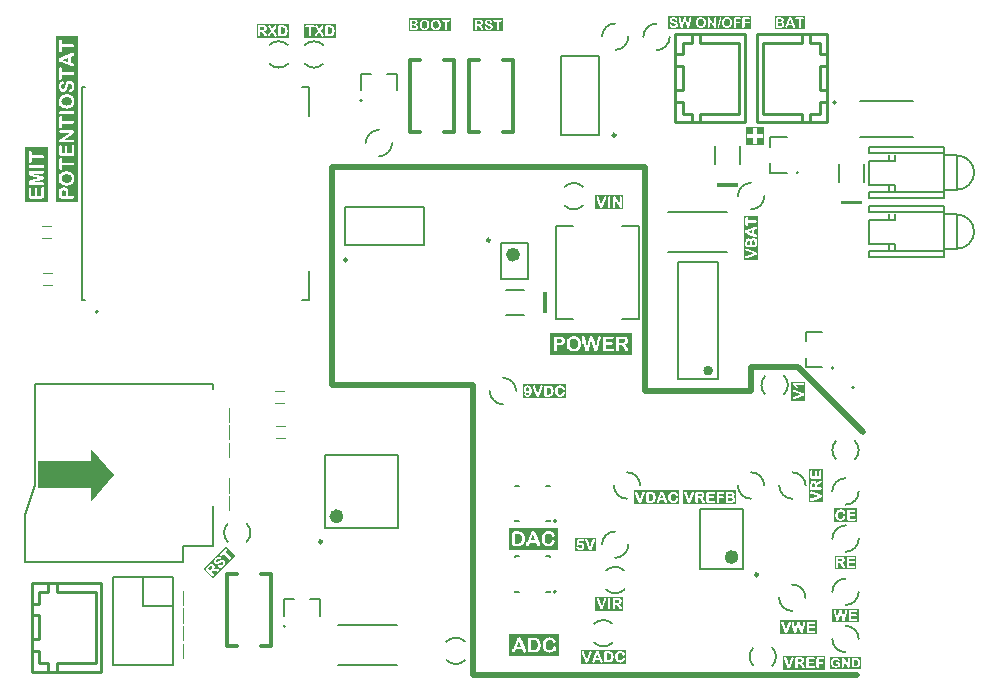
<source format=gto>
G04*
G04 #@! TF.GenerationSoftware,Altium Limited,Altium Designer,23.1.1 (15)*
G04*
G04 Layer_Color=65535*
%FSTAX24Y24*%
%MOIN*%
G70*
G04*
G04 #@! TF.SameCoordinates,744591E9-B7FF-4256-B3DA-537CD40D5A87*
G04*
G04*
G04 #@! TF.FilePolarity,Positive*
G04*
G01*
G75*
%ADD10C,0.0079*%
%ADD11C,0.0236*%
%ADD12C,0.0098*%
%ADD13C,0.0150*%
%ADD14C,0.0050*%
%ADD15C,0.0100*%
%ADD16C,0.0039*%
%ADD17C,0.0070*%
%ADD18C,0.0197*%
%ADD19C,0.0060*%
%ADD20C,0.0065*%
%ADD21C,0.0118*%
G36*
X116965Y055144D02*
Y054234D01*
X118765D01*
X118755Y054244D01*
X118755Y053784D01*
X119515Y054684D01*
X118755Y055564D01*
Y055144D01*
X116965D01*
D02*
G37*
G36*
X133819Y060787D02*
Y060079D01*
X133937D01*
Y060787D01*
X133819D01*
D02*
G37*
G36*
X140315Y064409D02*
X139606D01*
Y064291D01*
X140315D01*
Y064409D01*
D02*
G37*
G36*
X144449Y063819D02*
X14374D01*
Y063701D01*
X144449D01*
Y063819D01*
D02*
G37*
G36*
X14118Y065689D02*
X140591D01*
Y066279D01*
X14118D01*
Y065689D01*
D02*
G37*
G36*
X142555Y069979D02*
Y069548D01*
X141535D01*
Y069979D01*
X142555D01*
D02*
G37*
G36*
X140738D02*
Y069548D01*
X137992D01*
Y069979D01*
X140738D01*
D02*
G37*
G36*
X132491Y069469D02*
X131496D01*
Y069901D01*
X132491D01*
Y069469D01*
D02*
G37*
G36*
X130762D02*
X129331D01*
Y069901D01*
X130762D01*
Y069469D01*
D02*
G37*
G36*
X134318Y052189D02*
X132677D01*
Y052929D01*
X134318D01*
Y052189D01*
D02*
G37*
G36*
X134354Y048646D02*
X132677D01*
Y049385D01*
X134354D01*
Y048646D01*
D02*
G37*
G36*
X136777Y058685D02*
X134055D01*
Y059425D01*
X136777D01*
Y058685D01*
D02*
G37*
G36*
X118307Y06378D02*
X117568D01*
Y069309D01*
X118307D01*
Y06378D01*
D02*
G37*
G36*
X117299D02*
X116559D01*
Y065613D01*
X117299D01*
Y06378D01*
D02*
G37*
G36*
X144422Y048222D02*
X143373D01*
Y048629D01*
X144422D01*
Y048222D01*
D02*
G37*
G36*
X143229Y048196D02*
X141811D01*
Y048654D01*
X143229D01*
Y048196D01*
D02*
G37*
G36*
X12357Y051986D02*
X122817Y051233D01*
X122493Y051557D01*
X123246Y052311D01*
X12357Y051986D01*
D02*
G37*
G36*
X136583Y048393D02*
X13507D01*
Y048851D01*
X136583D01*
Y048393D01*
D02*
G37*
G36*
X136484Y050164D02*
X135563D01*
Y050623D01*
X136484D01*
Y050164D01*
D02*
G37*
G36*
X142932Y049377D02*
X141714D01*
Y049836D01*
X142932D01*
Y049377D01*
D02*
G37*
G36*
X143143Y053778D02*
X142684D01*
Y054884D01*
X143143D01*
Y053778D01*
D02*
G37*
G36*
X140258Y053708D02*
X138482D01*
Y054166D01*
X140258D01*
Y053708D01*
D02*
G37*
G36*
X142552Y057164D02*
X142094D01*
Y057796D01*
X142552D01*
Y057164D01*
D02*
G37*
G36*
X138355Y053708D02*
X136842D01*
Y054166D01*
X138355D01*
Y053708D01*
D02*
G37*
G36*
X144334Y049771D02*
X143461D01*
Y050229D01*
X144334D01*
Y049771D01*
D02*
G37*
G36*
X144264Y051545D02*
X143532D01*
Y051998D01*
X144264D01*
Y051545D01*
D02*
G37*
G36*
X144276Y053117D02*
X143519D01*
Y053576D01*
X144276D01*
Y053117D01*
D02*
G37*
G36*
X135583Y052133D02*
X134889D01*
Y052591D01*
X135583D01*
Y052133D01*
D02*
G37*
G36*
X140977Y061865D02*
X140519D01*
Y063332D01*
X140977D01*
Y061865D01*
D02*
G37*
G36*
X134582Y057251D02*
X133134D01*
Y05771D01*
X134582D01*
Y057251D01*
D02*
G37*
G36*
X136486Y06355D02*
X135562D01*
Y064009D01*
X136486D01*
Y06355D01*
D02*
G37*
G36*
X126906Y069259D02*
X12585D01*
Y069717D01*
X126906D01*
Y069259D01*
D02*
G37*
G36*
X125338D02*
X124268D01*
Y069717D01*
X125338D01*
Y069259D01*
D02*
G37*
%LPC*%
G36*
X14114Y06624D02*
Y066049D01*
X140949D01*
Y06624D01*
X140821D01*
Y066049D01*
X14063D01*
D01*
Y065919D01*
X140821D01*
Y065729D01*
X14063D01*
X14114D01*
Y06624D01*
D02*
G37*
%LPD*%
G36*
Y065729D02*
X140949D01*
Y065919D01*
X14114D01*
Y065729D01*
D02*
G37*
%LPC*%
G36*
X142052Y06994D02*
X14205D01*
X142045Y06994D01*
X14204Y069939D01*
X142036Y069938D01*
X142032Y069937D01*
X142029Y069936D01*
X142027Y069935D01*
X142026Y069935D01*
X142026Y069934D01*
X142022Y069932D01*
X142019Y06993D01*
X142016Y069927D01*
X142014Y069925D01*
X142013Y069923D01*
X142011Y069922D01*
X14201Y069921D01*
X14201Y06992D01*
X142008Y069917D01*
X142006Y069913D01*
X142004Y069909D01*
X142002Y069906D01*
X142001Y069903D01*
X142Y0699D01*
X141999Y069899D01*
X141999Y069898D01*
X141999Y069898D01*
Y069898D01*
X141997Y069893D01*
X141995Y069889D01*
X141994Y069885D01*
X141993Y069882D01*
X141992Y069879D01*
X141991Y069877D01*
X14199Y069875D01*
X14199Y069875D01*
X141903Y069654D01*
X141901Y069649D01*
X141899Y069645D01*
X141898Y069641D01*
X141897Y069638D01*
X141896Y069636D01*
X141896Y069634D01*
X141895Y069633D01*
Y069633D01*
X141894Y069628D01*
X141894Y069625D01*
X141893Y069623D01*
Y069621D01*
X141893Y06962D01*
Y069621D01*
Y069588D01*
X142209D01*
X142175D01*
X14218Y069588D01*
X142185Y069589D01*
X142189Y069591D01*
X142193Y069592D01*
X142195Y069594D01*
X142198Y069596D01*
X142199Y069597D01*
X142199Y069597D01*
X142203Y069601D01*
X142205Y069605D01*
X142207Y069608D01*
X142208Y069612D01*
X142209Y069615D01*
X142209Y069617D01*
X142209Y069618D01*
Y069621D01*
X142209Y069624D01*
X142207Y06963D01*
X142206Y069636D01*
X142204Y069642D01*
X142202Y069647D01*
X142201Y06965D01*
X1422Y069652D01*
X1422Y069653D01*
X142199Y069655D01*
X142199Y069655D01*
X142199Y069656D01*
X14211Y069875D01*
X142107Y069881D01*
X142105Y069887D01*
X142104Y069891D01*
X142102Y069895D01*
X142101Y069898D01*
X1421Y0699D01*
X1421Y069901D01*
X142099Y069902D01*
X142098Y069905D01*
X142096Y069909D01*
X142094Y069912D01*
X142093Y069915D01*
X142091Y069917D01*
X14209Y069919D01*
X142089Y06992D01*
X142089Y06992D01*
X142087Y069923D01*
X142084Y069926D01*
X142082Y069929D01*
X142079Y069931D01*
X142077Y069932D01*
X142075Y069933D01*
X142074Y069934D01*
X142074Y069934D01*
X14207Y069936D01*
X142066Y069938D01*
X142062Y069939D01*
X142058Y069939D01*
X142055Y06994D01*
X142052Y06994D01*
D02*
G37*
G36*
X141733Y069934D02*
X141575D01*
X141613D01*
X141609Y069934D01*
X141605Y069933D01*
X141602Y069933D01*
X141599Y069932D01*
X141597Y069931D01*
X141594Y06993D01*
X141592Y069929D01*
X14159Y069928D01*
X141589Y069927D01*
X141586Y069926D01*
X141585Y069925D01*
X141584Y069924D01*
X141583Y069922D01*
X141581Y06992D01*
X141579Y069915D01*
X141577Y06991D01*
X141576Y069904D01*
X141575Y069899D01*
X141575Y069897D01*
Y069895D01*
X141575Y069894D01*
Y069631D01*
X141575Y069628D01*
X141576Y069624D01*
X141576Y069621D01*
X141577Y069618D01*
X141578Y069616D01*
X141579Y069613D01*
X14158Y069611D01*
X14158Y069609D01*
X141581Y069608D01*
X141583Y069605D01*
X141584Y069604D01*
X141584Y069603D01*
X141586Y069602D01*
X141588Y0696D01*
X141593Y069598D01*
X141599Y069596D01*
X141604Y069595D01*
X141609Y069594D01*
X141611Y069594D01*
X141613D01*
X141615Y069593D01*
X141858D01*
Y069713D01*
Y069691D01*
X141858Y069696D01*
X141857Y069702D01*
X141856Y069707D01*
X141855Y069712D01*
X141854Y069717D01*
X141852Y069721D01*
X141847Y06973D01*
X141842Y069737D01*
X141837Y069744D01*
X141831Y06975D01*
X141824Y069755D01*
X141818Y06976D01*
X141812Y069764D01*
X141806Y069767D01*
X141801Y069769D01*
X141797Y069771D01*
X141795Y069772D01*
X141793Y069773D01*
X141792Y069773D01*
X141791Y069773D01*
X141791Y069774D01*
X141791D01*
X141795Y069776D01*
X141799Y069779D01*
X141804Y069781D01*
X141807Y069784D01*
X141811Y069786D01*
X141814Y06979D01*
X14182Y069795D01*
X141825Y069802D01*
X141829Y069808D01*
X141833Y069814D01*
X141835Y06982D01*
X141837Y069826D01*
X141839Y069831D01*
X14184Y069836D01*
X141841Y06984D01*
X141842Y069844D01*
X141842Y069846D01*
Y069847D01*
Y069848D01*
Y069848D01*
Y069848D01*
X141842Y069854D01*
X141841Y069859D01*
X14184Y069864D01*
X141839Y069868D01*
X141838Y069872D01*
X141837Y069874D01*
X141837Y069875D01*
X141837Y069876D01*
X141837Y069876D01*
Y069877D01*
X141835Y069882D01*
X141832Y069886D01*
X14183Y06989D01*
X141828Y069894D01*
X141826Y069897D01*
X141824Y069899D01*
X141823Y0699D01*
X141823Y069901D01*
X141819Y069905D01*
X141816Y069909D01*
X141812Y069912D01*
X141809Y069914D01*
X141806Y069917D01*
X141803Y069918D01*
X141802Y069919D01*
X141802Y069919D01*
X141801D01*
X141796Y069922D01*
X14179Y069925D01*
X141785Y069927D01*
X14178Y069929D01*
X141775Y06993D01*
X141774Y06993D01*
X141772Y069931D01*
X141771Y069931D01*
X14177D01*
X141769Y069931D01*
X141769D01*
X141762Y069932D01*
X141755Y069933D01*
X141748Y069933D01*
X141741Y069934D01*
X141736D01*
X141733Y069934D01*
D02*
G37*
G36*
X142484D02*
X142261D01*
X142255Y069934D01*
X14225Y069933D01*
X142246Y069932D01*
X142242Y06993D01*
X142239Y069929D01*
X142237Y069927D01*
X142236Y069926D01*
X142235Y069926D01*
X142232Y069923D01*
X14223Y06992D01*
X142229Y069916D01*
X142227Y069913D01*
X142227Y06991D01*
X142227Y069908D01*
X142226Y069907D01*
Y069905D01*
X142227Y069901D01*
X142228Y069897D01*
X142229Y069893D01*
X142231Y06989D01*
X142232Y069888D01*
X142234Y069886D01*
X142235Y069885D01*
X142235Y069885D01*
X142239Y069882D01*
X142243Y06988D01*
X142247Y069879D01*
X142251Y069878D01*
X142255Y069878D01*
X142257Y069877D01*
X142258D01*
X142259Y069877D01*
X142337D01*
Y069629D01*
X142337Y069622D01*
X142338Y069616D01*
X14234Y06961D01*
X142342Y069606D01*
X142343Y069602D01*
X142345Y0696D01*
X142346Y069598D01*
X142346Y069598D01*
X14235Y069594D01*
X142354Y069592D01*
X142358Y06959D01*
X142362Y069589D01*
X142366Y069588D01*
X142369Y069588D01*
X14237Y069588D01*
X142226D01*
X142516D01*
Y069905D01*
X142516Y06991D01*
X142515Y069914D01*
X142513Y069918D01*
X142512Y06992D01*
X14251Y069923D01*
X142509Y069924D01*
X142508Y069926D01*
X142507Y069926D01*
X142504Y069929D01*
X142499Y069931D01*
X142495Y069932D01*
X142491Y069933D01*
X142487Y069934D01*
X142485Y069934D01*
X142484Y069934D01*
D02*
G37*
%LPD*%
G36*
X142101Y069727D02*
X141999D01*
X142049Y069867D01*
X142101Y069727D01*
D02*
G37*
G36*
X142135Y069632D02*
X142138Y069626D01*
X142139Y069623D01*
X14214Y06962D01*
X142142Y069617D01*
X142142Y069615D01*
X142143Y069614D01*
X142143Y069614D01*
X142145Y06961D01*
X142147Y069607D01*
X142148Y069604D01*
X142149Y069602D01*
X14215Y0696D01*
X142151Y069599D01*
X142151Y069599D01*
X142152Y069598D01*
X142155Y069595D01*
X142158Y069593D01*
X142159Y069592D01*
X14216Y069591D01*
X142161Y069591D01*
X142161Y069591D01*
X142164Y06959D01*
X142166Y069589D01*
X142168Y069588D01*
X14217Y069588D01*
X142173Y069588D01*
X142174Y069588D01*
X141926D01*
X141931Y069588D01*
X141936Y069589D01*
X14194Y06959D01*
X141943Y069592D01*
X141945Y069594D01*
X141947Y069595D01*
X141948Y069596D01*
X141948Y069597D01*
X141949Y069598D01*
X141951Y069601D01*
X141952Y069603D01*
X141953Y069606D01*
X141956Y069611D01*
X141959Y069617D01*
X141961Y069623D01*
X141962Y069625D01*
X141963Y069627D01*
X141963Y069629D01*
X141964Y06963D01*
X141964Y069631D01*
Y069631D01*
X141981Y069675D01*
X142119D01*
X142135Y069632D01*
D02*
G37*
G36*
X141894Y069614D02*
X141895Y06961D01*
X141896Y069606D01*
X141898Y069603D01*
X1419Y069601D01*
X141901Y069599D01*
X141902Y069598D01*
X141903Y069597D01*
X141907Y069594D01*
X141911Y069592D01*
X141915Y06959D01*
X141918Y069589D01*
X141921Y069588D01*
X141924Y069588D01*
X141925Y069588D01*
X141893D01*
Y069619D01*
X141894Y069614D01*
D02*
G37*
G36*
X141713Y069882D02*
X141719Y069882D01*
X141724Y069881D01*
X141729Y06988D01*
X141734Y06988D01*
X141738Y069879D01*
X141742Y069878D01*
X141745Y069877D01*
X141748Y069876D01*
X14175Y069876D01*
X141752Y069875D01*
X141754Y069874D01*
X141755Y069874D01*
X141755Y069874D01*
X141756D01*
X141759Y069872D01*
X141762Y06987D01*
X141764Y069867D01*
X141766Y069865D01*
X141768Y069862D01*
X14177Y069859D01*
X141771Y069856D01*
X141772Y069854D01*
X141773Y069848D01*
X141774Y069846D01*
X141774Y069844D01*
X141774Y069842D01*
Y069841D01*
Y06984D01*
Y06984D01*
X141774Y069835D01*
X141773Y069831D01*
X141772Y069827D01*
X141771Y069824D01*
X14177Y069821D01*
X141769Y069819D01*
X141769Y069818D01*
X141768Y069818D01*
X141765Y069813D01*
X141762Y069809D01*
X141758Y069806D01*
X141755Y069803D01*
X141752Y069802D01*
X141749Y0698D01*
X141748Y0698D01*
X141747Y069799D01*
X141747Y069799D01*
X141747D01*
X141744Y069798D01*
X141741Y069798D01*
X141734Y069796D01*
X141728Y069796D01*
X141721Y069795D01*
X141719D01*
X141716Y069795D01*
X141713D01*
X141711Y069794D01*
X141644D01*
Y069882D01*
X141707D01*
X141713Y069882D01*
D02*
G37*
G36*
X141728Y069744D02*
X141734Y069744D01*
X141739Y069743D01*
X141744Y069742D01*
X141748Y069741D01*
X141753Y06974D01*
X141756Y069739D01*
X141759Y069738D01*
X141762Y069737D01*
X141764Y069736D01*
X141766Y069735D01*
X141768Y069734D01*
X141769Y069734D01*
X141769Y069733D01*
X14177Y069733D01*
X141773Y069731D01*
X141776Y069728D01*
X141778Y069725D01*
X14178Y069722D01*
X141782Y069719D01*
X141783Y069716D01*
X141785Y069713D01*
X141786Y06971D01*
X141787Y069704D01*
X141787Y069702D01*
X141788Y0697D01*
X141788Y069698D01*
Y069697D01*
Y069696D01*
Y069696D01*
X141788Y069691D01*
X141787Y069687D01*
X141786Y069683D01*
X141785Y069679D01*
X141783Y069676D01*
X141782Y069672D01*
X141779Y069669D01*
X141777Y069667D01*
X141772Y069662D01*
X141766Y069657D01*
X141759Y069654D01*
X141753Y069652D01*
X141746Y06965D01*
X14174Y069648D01*
X141734Y069647D01*
X141729Y069646D01*
X141727Y069646D01*
X141724Y069645D01*
X141722D01*
X141721Y069645D01*
X141644D01*
Y069745D01*
X141722D01*
X141728Y069744D01*
D02*
G37*
G36*
X141858Y069593D02*
X14173D01*
X14174Y069594D01*
X141744D01*
X141747Y069594D01*
X141751Y069594D01*
X141754Y069595D01*
X141757Y069595D01*
X14176Y069595D01*
X141762Y069595D01*
X141764D01*
X141766Y069596D01*
X141767Y069596D01*
X141768D01*
X141775Y069597D01*
X141782Y069599D01*
X141788Y0696D01*
X141793Y069602D01*
X141796Y069602D01*
X141798Y069603D01*
X141799Y069604D01*
X141801Y069604D01*
X141802Y069605D01*
X141803Y069605D01*
X141803Y069605D01*
X141804D01*
X141808Y069607D01*
X141812Y06961D01*
X141817Y069612D01*
X14182Y069615D01*
X141824Y069618D01*
X141827Y069621D01*
X14183Y069624D01*
X141833Y069626D01*
X141835Y069629D01*
X141837Y069631D01*
X141839Y069633D01*
X141841Y069635D01*
X141842Y069637D01*
X141842Y069638D01*
X141843Y069639D01*
X141843Y069639D01*
X141846Y069643D01*
X141848Y069648D01*
X14185Y069652D01*
X141852Y069657D01*
X141853Y069661D01*
X141854Y069665D01*
X141855Y06967D01*
X141856Y069674D01*
X141857Y069677D01*
X141857Y06968D01*
X141857Y069683D01*
X141858Y069686D01*
X141858Y069688D01*
Y069593D01*
D02*
G37*
G36*
X142516Y069588D02*
X142371D01*
X142377Y069588D01*
X142382Y069589D01*
X142386Y069591D01*
X142389Y069593D01*
X142392Y069594D01*
X142394Y069596D01*
X142395Y069597D01*
X142396Y069598D01*
X142399Y069602D01*
X142402Y069607D01*
X142403Y069612D01*
X142404Y069617D01*
X142405Y069622D01*
X142405Y069624D01*
Y069626D01*
X142406Y069627D01*
Y069628D01*
Y069629D01*
Y069629D01*
Y069877D01*
X142481D01*
X142487Y069877D01*
X142492Y069878D01*
X142497Y06988D01*
X1425Y069881D01*
X142504Y069882D01*
X142506Y069883D01*
X142507Y069884D01*
X142507Y069885D01*
X14251Y069888D01*
X142512Y069891D01*
X142514Y069895D01*
X142515Y069898D01*
X142515Y069901D01*
X142516Y069903D01*
X142516Y069905D01*
Y069588D01*
D02*
G37*
%LPC*%
G36*
X138762Y06994D02*
Y069908D01*
X138761Y069913D01*
X13876Y069918D01*
X138758Y069921D01*
X138757Y069925D01*
X138755Y069927D01*
X138754Y069929D01*
X138753Y06993D01*
X138752Y069931D01*
X138749Y069934D01*
X138744Y069936D01*
X138741Y069938D01*
X138737Y069939D01*
X138734Y069939D01*
X138731Y06994D01*
X13873Y06994D01*
X138573D01*
X138729D01*
X138724Y06994D01*
X13872Y069939D01*
X138717Y069938D01*
X138714Y069936D01*
X138712Y069935D01*
X13871Y069934D01*
X138709Y069933D01*
X138709Y069933D01*
X138706Y06993D01*
X138704Y069927D01*
X138702Y069925D01*
X138701Y069922D01*
X1387Y06992D01*
X138699Y069919D01*
X138699Y069918D01*
X138699Y069917D01*
X138698Y069913D01*
X138697Y06991D01*
X138696Y069906D01*
X138694Y069902D01*
X138694Y069898D01*
X138693Y069895D01*
X138693Y069894D01*
Y069894D01*
X138692Y069893D01*
Y069893D01*
X138648Y069694D01*
X138597Y06988D01*
X138596Y069884D01*
X138595Y069888D01*
X138594Y069892D01*
X138593Y069895D01*
X138592Y069898D01*
X138591Y0699D01*
X138591Y069903D01*
X13859Y069905D01*
X138589Y069907D01*
X138589Y069909D01*
X138588Y06991D01*
X138588Y069911D01*
X138588Y069912D01*
X138587Y069913D01*
X138586Y069917D01*
X138584Y06992D01*
X138582Y069923D01*
X138579Y069926D01*
X138577Y069928D01*
X138575Y06993D01*
X138574Y069931D01*
X138574Y069931D01*
X13857Y069934D01*
X138566Y069936D01*
X138561Y069938D01*
X138557Y069939D01*
X138553Y069939D01*
X138551Y06994D01*
X13855Y06994D01*
X138547D01*
X138375D01*
X138547D01*
X138541Y06994D01*
X138535Y069939D01*
X138531Y069937D01*
X138527Y069936D01*
X138524Y069934D01*
X138522Y069933D01*
X13852Y069932D01*
X13852Y069932D01*
X138516Y069929D01*
X138513Y069925D01*
X138511Y069922D01*
X138509Y069919D01*
X138507Y069917D01*
X138506Y069914D01*
X138506Y069913D01*
X138505Y069913D01*
Y069912D01*
X138504Y069908D01*
X138502Y069903D01*
X1385Y069897D01*
X138499Y069892D01*
X138497Y069887D01*
X138497Y069885D01*
X138496Y069883D01*
X138496Y069882D01*
X138496Y069881D01*
X138495Y06988D01*
Y06988D01*
X138445Y069694D01*
X138401Y069893D01*
X1384Y069897D01*
X138399Y069901D01*
X138398Y069905D01*
X138397Y069908D01*
X138396Y069911D01*
X138395Y069914D01*
X138394Y069917D01*
X138393Y069919D01*
X138392Y069921D01*
X138392Y069923D01*
X138391Y069924D01*
X13839Y069925D01*
X13839Y069926D01*
X13839Y069927D01*
X138389Y069927D01*
Y069928D01*
X138388Y06993D01*
X138386Y069932D01*
X138383Y069935D01*
X138379Y069937D01*
X138374Y069938D01*
X13837Y069939D01*
X138369Y06994D01*
X138367D01*
X138366Y06994D01*
X138332D01*
X138364D01*
X138359Y069939D01*
X138355Y069938D01*
X138351Y069937D01*
X138347Y069935D01*
X138345Y069934D01*
X138343Y069932D01*
X138342Y069931D01*
X138341Y069931D01*
X138338Y069927D01*
X138336Y069923D01*
X138334Y06992D01*
X138333Y069916D01*
X138332Y069913D01*
X138332Y069911D01*
X138332Y06991D01*
Y069911D01*
Y06991D01*
D01*
Y069908D01*
X138332Y069904D01*
X138333Y069899D01*
X138333Y069894D01*
X138334Y069889D01*
X138335Y069885D01*
X138336Y069883D01*
X138336Y069881D01*
X138336Y06988D01*
X138337Y069879D01*
X138337Y069878D01*
Y069878D01*
X138394Y069649D01*
X138396Y069641D01*
X138396Y069637D01*
X138397Y069634D01*
X138398Y069631D01*
X138399Y069628D01*
X138399Y069627D01*
X138399Y069627D01*
Y069626D01*
X1384Y069622D01*
X138402Y069618D01*
X138403Y069615D01*
X138405Y069612D01*
X138406Y069609D01*
X138407Y069607D01*
X138407Y069606D01*
X138408Y069606D01*
X13841Y069603D01*
X138412Y0696D01*
X138414Y069598D01*
X138416Y069596D01*
X138418Y069594D01*
X13842Y069593D01*
X138421Y069593D01*
X138421Y069592D01*
X138424Y069591D01*
X138428Y06959D01*
X138431Y069589D01*
X138435Y069588D01*
X138438Y069588D01*
X13844Y069588D01*
X138457D01*
X138442D01*
X138448Y069588D01*
X138453Y069589D01*
X138457Y06959D01*
X138461Y069592D01*
X138463Y069593D01*
X138466Y069594D01*
X138467Y069595D01*
X138467Y069595D01*
X138471Y069599D01*
X138473Y069602D01*
X138476Y069605D01*
X138478Y069607D01*
X138479Y06961D01*
X13848Y069612D01*
X138481Y069613D01*
X138481Y069614D01*
X138482Y069616D01*
X138482Y069618D01*
X138484Y069623D01*
X138486Y069629D01*
X138487Y069634D01*
X138489Y069639D01*
X13849Y069641D01*
X13849Y069643D01*
X138491Y069645D01*
X138491Y069646D01*
X138491Y069647D01*
Y069647D01*
X138547Y069851D01*
X138602Y069647D01*
X138603Y069643D01*
X138604Y069639D01*
X138605Y069635D01*
X138607Y069632D01*
X138608Y069629D01*
X138608Y069626D01*
X138609Y069623D01*
X13861Y069621D01*
X13861Y069619D01*
X138611Y069617D01*
X138611Y069616D01*
X138612Y069615D01*
X138612Y069614D01*
Y069614D01*
X138612Y069613D01*
X138614Y069609D01*
X138616Y069606D01*
X138618Y069603D01*
X138621Y069601D01*
X138623Y069599D01*
X138624Y069597D01*
X138625Y069596D01*
X138626Y069595D01*
X138629Y069593D01*
X138634Y069591D01*
X138638Y06959D01*
X138642Y069589D01*
X138646Y069588D01*
X138649Y069588D01*
X13865Y069588D01*
X138762D01*
X138651D01*
X138657Y069588D01*
X138662Y069589D01*
X138667Y06959D01*
X13867Y069592D01*
X138673Y069593D01*
X138675Y069594D01*
X138676Y069595D01*
X138677Y069595D01*
X13868Y069599D01*
X138683Y069602D01*
X138685Y069605D01*
X138687Y069608D01*
X138688Y069611D01*
X138689Y069613D01*
X13869Y069614D01*
X13869Y069614D01*
X138691Y069617D01*
X138691Y069619D01*
X138693Y069624D01*
X138695Y06963D01*
X138696Y069636D01*
X138698Y069641D01*
X138698Y069643D01*
X138699Y069645D01*
X138699Y069646D01*
X138699Y069647D01*
X1387Y069648D01*
Y069649D01*
X138756Y069878D01*
X138757Y069882D01*
X138758Y069885D01*
X138759Y069888D01*
X138759Y069892D01*
X13876Y069894D01*
X13876Y069897D01*
X138761Y069901D01*
X138761Y069904D01*
X138762Y069907D01*
Y06994D01*
D02*
G37*
G36*
X140382Y069934D02*
X140216D01*
X140211Y069934D01*
X140206Y069933D01*
X140202Y069933D01*
X140199Y069932D01*
X140196Y069931D01*
X140194Y069931D01*
X140193Y06993D01*
X140192Y06993D01*
X140189Y069928D01*
X140186Y069926D01*
X140184Y069923D01*
X140182Y069921D01*
X14018Y069919D01*
X140179Y069918D01*
X140179Y069917D01*
X140179Y069916D01*
X140177Y069912D01*
X140176Y069908D01*
X140175Y069904D01*
X140175Y0699D01*
X140175Y069897D01*
X140174Y069894D01*
Y069934D01*
Y069588D01*
Y069629D01*
X140175Y069622D01*
X140176Y069616D01*
X140177Y06961D01*
X140179Y069606D01*
X140181Y069602D01*
X140182Y0696D01*
X140183Y069599D01*
X140184Y069598D01*
X140188Y069594D01*
X140192Y069592D01*
X140196Y06959D01*
X1402Y069589D01*
X140203Y069588D01*
X140206Y069588D01*
X140207Y069588D01*
X140209D01*
X140214Y069588D01*
X140219Y069589D01*
X140223Y069591D01*
X140227Y069593D01*
X14023Y069594D01*
X140232Y069596D01*
X140233Y069597D01*
X140233Y069598D01*
X140235Y0696D01*
X140237Y069602D01*
X140239Y069607D01*
X140241Y069613D01*
X140242Y069618D01*
X140243Y069622D01*
X140243Y069624D01*
Y069626D01*
X140243Y069628D01*
Y069629D01*
Y069629D01*
Y06963D01*
Y069742D01*
X140357D01*
X140362Y069742D01*
X140367Y069743D01*
X140371Y069744D01*
X140374Y069746D01*
X140377Y069747D01*
X140379Y069748D01*
X14038Y069749D01*
X14038Y069749D01*
X140383Y069752D01*
X140385Y069755D01*
X140386Y069758D01*
X140387Y069761D01*
X140387Y069764D01*
X140388Y069766D01*
Y069767D01*
Y069768D01*
Y069768D01*
X140388Y069772D01*
X140387Y069776D01*
X140385Y069779D01*
X140384Y069782D01*
X140383Y069784D01*
X140381Y069785D01*
X14038Y069786D01*
X14038Y069787D01*
X140377Y069789D01*
X140373Y069791D01*
X140369Y069792D01*
X140366Y069793D01*
X140362Y069794D01*
X140359Y069794D01*
X140243D01*
Y069881D01*
X140379D01*
X140385Y069881D01*
X14039Y069882D01*
X140394Y069883D01*
X140397Y069884D01*
X1404Y069886D01*
X140402Y069887D01*
X140403Y069888D01*
X140404Y069888D01*
X140406Y069891D01*
X140408Y069894D01*
X140409Y069897D01*
X14041Y0699D01*
X140411Y069903D01*
X140411Y069905D01*
Y069635D01*
Y069907D01*
X140411Y069912D01*
X14041Y069915D01*
X140409Y069919D01*
X140408Y069922D01*
X140406Y069924D01*
X140405Y069925D01*
X140404Y069926D01*
X140404Y069927D01*
X1404Y069929D01*
X140396Y069931D01*
X140392Y069932D01*
X140388Y069933D01*
X140385Y069934D01*
X140382Y069934D01*
D02*
G37*
G36*
X138302Y06994D02*
X138032D01*
X138159D01*
X138152Y069939D01*
X138145Y069939D01*
X138139Y069938D01*
X138133Y069937D01*
X138127Y069936D01*
X138122Y069935D01*
X138117Y069934D01*
X138113Y069933D01*
X138109Y069932D01*
X138106Y069931D01*
X138103Y06993D01*
X138101Y069929D01*
X138099Y069929D01*
X138098Y069928D01*
X138098Y069928D01*
X138092Y069926D01*
X138088Y069923D01*
X138083Y069921D01*
X138079Y069918D01*
X138075Y069915D01*
X138071Y069912D01*
X138068Y069909D01*
X138065Y069907D01*
X138062Y069904D01*
X13806Y069902D01*
X138058Y0699D01*
X138056Y069898D01*
X138055Y069896D01*
X138054Y069895D01*
X138054Y069895D01*
X138053Y069894D01*
X138051Y06989D01*
X138048Y069886D01*
X138046Y069882D01*
X138045Y069878D01*
X138043Y069873D01*
X138042Y069869D01*
X13804Y069861D01*
X138039Y069858D01*
X138039Y069855D01*
X138039Y069852D01*
X138038Y069849D01*
X138038Y069847D01*
Y069846D01*
Y069845D01*
Y069845D01*
X138038Y069839D01*
X138039Y069834D01*
X138039Y069829D01*
X13804Y069824D01*
X138041Y06982D01*
X138043Y069816D01*
X138044Y069812D01*
X138045Y069809D01*
X138047Y069806D01*
X138048Y069803D01*
X138049Y069801D01*
X13805Y069799D01*
X138051Y069797D01*
X138052Y069796D01*
X138052Y069795D01*
X138052Y069795D01*
X138058Y069788D01*
X138065Y069782D01*
X138071Y069777D01*
X138077Y069772D01*
X13808Y06977D01*
X138083Y069768D01*
X138086Y069767D01*
X138088Y069766D01*
X138089Y069765D01*
X138091Y069764D01*
X138091Y069764D01*
X138092Y069764D01*
X138097Y069762D01*
X138101Y06976D01*
X138112Y069756D01*
X138122Y069752D01*
X138127Y069751D01*
X138132Y069749D01*
X138136Y069748D01*
X13814Y069747D01*
X138144Y069746D01*
X138147Y069745D01*
X13815Y069744D01*
X138152Y069744D01*
X138153Y069744D01*
X138153D01*
X138158Y069743D01*
X138163Y069741D01*
X138167Y06974D01*
X138171Y069739D01*
X138176Y069738D01*
X138179Y069737D01*
X138182Y069736D01*
X138186Y069735D01*
X138188Y069735D01*
X13819Y069734D01*
X138192Y069733D01*
X138194Y069733D01*
X138195Y069732D01*
X138196Y069732D01*
X138197Y069732D01*
X138197D01*
X138203Y06973D01*
X138208Y069727D01*
X138213Y069724D01*
X138217Y069722D01*
X13822Y069719D01*
X138222Y069717D01*
X138223Y069716D01*
X138224Y069716D01*
X138227Y069711D01*
X13823Y069707D01*
X138232Y069702D01*
X138233Y069698D01*
X138234Y069694D01*
X138234Y069693D01*
Y069691D01*
X138234Y06969D01*
Y069689D01*
Y069689D01*
Y069688D01*
X138234Y069684D01*
X138233Y069681D01*
X138232Y069677D01*
X138231Y069674D01*
X138228Y069668D01*
X138225Y069663D01*
X138223Y06966D01*
X138221Y069658D01*
X138219Y069657D01*
X138218Y069655D01*
X138217Y069654D01*
X138216Y069653D01*
X138215Y069653D01*
X138215Y069653D01*
X138211Y06965D01*
X138207Y069648D01*
X138203Y069646D01*
X138199Y069644D01*
X138191Y069642D01*
X138183Y06964D01*
X138179Y06964D01*
X138176Y069639D01*
X138173Y069639D01*
X13817Y069639D01*
X138168Y069638D01*
X138165D01*
X138157Y069639D01*
X13815Y069639D01*
X138144Y069641D01*
X138141Y069641D01*
X138139Y069642D01*
X138136Y069642D01*
X138135Y069643D01*
X138133Y069644D01*
X138131Y069644D01*
X13813Y069645D01*
X13813Y069645D01*
X138129Y069645D01*
X138129D01*
X138124Y069648D01*
X13812Y069651D01*
X138116Y069654D01*
X138113Y069657D01*
X138111Y069659D01*
X138109Y069662D01*
X138108Y069663D01*
X138108Y069663D01*
X138105Y069668D01*
X138102Y069672D01*
X1381Y069677D01*
X138098Y069681D01*
X138096Y069685D01*
X138096Y069687D01*
X138095Y069688D01*
X138094Y069689D01*
X138094Y06969D01*
X138094Y06969D01*
Y069691D01*
X138092Y069695D01*
X138089Y0697D01*
X138087Y069703D01*
X138085Y069706D01*
X138084Y069708D01*
X138082Y06971D01*
X138081Y069711D01*
X138081Y069711D01*
X138078Y069713D01*
X138075Y069715D01*
X138072Y069716D01*
X138069Y069717D01*
X138066Y069718D01*
X138064Y069718D01*
X138062D01*
X138058Y069718D01*
X138053Y069717D01*
X138049Y069715D01*
X138046Y069714D01*
X138044Y069712D01*
X138042Y069711D01*
X138041Y06971D01*
X13804Y069709D01*
X138037Y069706D01*
X138035Y069702D01*
X138034Y069699D01*
X138033Y069695D01*
X138032Y069692D01*
X138032Y06969D01*
X138032Y069688D01*
Y06969D01*
Y069688D01*
X138032Y069684D01*
X138032Y06968D01*
X138033Y069676D01*
X138034Y069672D01*
X138036Y069664D01*
X138039Y069657D01*
X13804Y069654D01*
X138041Y069652D01*
X138043Y069649D01*
X138044Y069647D01*
X138045Y069645D01*
X138046Y069644D01*
X138046Y069643D01*
X138046Y069643D01*
X138052Y069635D01*
X138058Y069628D01*
X138061Y069625D01*
X138064Y069621D01*
X138067Y069619D01*
X13807Y069616D01*
X138073Y069614D01*
X138076Y069612D01*
X138078Y06961D01*
X13808Y069609D01*
X138081Y069608D01*
X138083Y069607D01*
X138084Y069607D01*
X138084Y069606D01*
X13809Y069603D01*
X138097Y0696D01*
X138104Y069598D01*
X138111Y069595D01*
X138117Y069594D01*
X138124Y069592D01*
X138131Y069591D01*
X138138Y06959D01*
X138144Y069589D01*
X138149Y069589D01*
X138154Y069588D01*
X138158Y069588D01*
X138162D01*
X138165Y069588D01*
X138167D01*
X138175Y069588D01*
X138182Y069588D01*
X138189Y069589D01*
X138196Y06959D01*
X138202Y069591D01*
X138208Y069592D01*
X138214Y069593D01*
X138219Y069594D01*
X138224Y069596D01*
X138228Y069597D01*
X138231Y069598D01*
X138234Y069599D01*
X138237Y0696D01*
X138238Y069601D01*
X138239Y069601D01*
X13824Y069601D01*
X138245Y069604D01*
X138251Y069607D01*
X138255Y06961D01*
X13826Y069613D01*
X138264Y069616D01*
X138268Y06962D01*
X138271Y069623D01*
X138275Y069626D01*
X138277Y069629D01*
X13828Y069631D01*
X138282Y069634D01*
X138283Y069636D01*
X138285Y069638D01*
X138285Y069639D01*
X138286Y06964D01*
X138286Y06964D01*
X138289Y069644D01*
X138292Y069649D01*
X138294Y069654D01*
X138295Y069659D01*
X138297Y069664D01*
X138298Y069668D01*
X1383Y069673D01*
X1383Y069677D01*
X138301Y069681D01*
X138302Y069684D01*
X138302Y069688D01*
X138302Y06969D01*
X138302Y069693D01*
Y069605D01*
Y069696D01*
X138302Y069705D01*
X138301Y069713D01*
X1383Y069717D01*
X138299Y069721D01*
X138298Y069724D01*
X138298Y069727D01*
X138297Y06973D01*
X138296Y069732D01*
X138295Y069734D01*
X138294Y069736D01*
X138294Y069737D01*
X138293Y069738D01*
X138293Y069739D01*
Y069739D01*
X138289Y069745D01*
X138285Y069751D01*
X138281Y069756D01*
X138277Y06976D01*
X138273Y069764D01*
X13827Y069767D01*
X138269Y069767D01*
X138268Y069768D01*
X138268Y069768D01*
X138267Y069769D01*
X138261Y069773D01*
X138254Y069777D01*
X138248Y06978D01*
X138241Y069783D01*
X138239Y069784D01*
X138236Y069785D01*
X138233Y069786D01*
X138231Y069787D01*
X13823Y069787D01*
X138229Y069788D01*
X138228Y069788D01*
X138228D01*
X138219Y069791D01*
X13821Y069794D01*
X138201Y069797D01*
X138197Y069798D01*
X138193Y069799D01*
X138189Y0698D01*
X138186Y069801D01*
X138183Y069802D01*
X13818Y069802D01*
X138178Y069803D01*
X138177Y069803D01*
X138176Y069803D01*
X138176D01*
X138171Y069804D01*
X138167Y069805D01*
X138164Y069806D01*
X138161Y069807D01*
X138158Y069808D01*
X138155Y069809D01*
X138152Y069809D01*
X13815Y06981D01*
X138149Y06981D01*
X138147Y069811D01*
X138145Y069811D01*
X138144Y069811D01*
X138143Y069812D01*
X138142D01*
X138135Y069815D01*
X138132Y069816D01*
X138129Y069817D01*
X138126Y069819D01*
X138124Y06982D01*
X138123Y06982D01*
X138123Y06982D01*
X138119Y069822D01*
X138116Y069825D01*
X138113Y069827D01*
X138111Y069829D01*
X13811Y069831D01*
X138108Y069832D01*
X138107Y069833D01*
X138107Y069833D01*
X138105Y069836D01*
X138104Y069839D01*
X138103Y069842D01*
X138103Y069845D01*
X138102Y069847D01*
X138102Y069849D01*
Y06985D01*
Y069851D01*
X138102Y069854D01*
X138103Y069857D01*
X138103Y06986D01*
X138104Y069862D01*
X138107Y069867D01*
X13811Y069871D01*
X138113Y069874D01*
X138116Y069877D01*
X138117Y069878D01*
X138117Y069879D01*
X138118Y069879D01*
X138118Y069879D01*
X138121Y069881D01*
X138125Y069883D01*
X138132Y069886D01*
X138139Y069888D01*
X138146Y069889D01*
X138149Y06989D01*
X138152Y069891D01*
X138155Y069891D01*
X138157D01*
X138159Y069891D01*
X138166D01*
X138171Y069891D01*
X138176Y06989D01*
X13818Y069889D01*
X138184Y069888D01*
X138187Y069887D01*
X13819Y069887D01*
X138193Y069886D01*
X138195Y069885D01*
X138197Y069884D01*
X138199Y069883D01*
X138201Y069882D01*
X138202Y069881D01*
X138203Y069881D01*
X138203Y06988D01*
X138203Y06988D01*
X138208Y069876D01*
X138212Y069871D01*
X138216Y069866D01*
X138219Y069861D01*
X138222Y069857D01*
X138223Y069855D01*
X138224Y069853D01*
X138225Y069852D01*
X138225Y069851D01*
X138226Y06985D01*
Y06985D01*
X138228Y069845D01*
X138231Y069841D01*
X138233Y069838D01*
X138235Y069835D01*
X138237Y069833D01*
X138238Y069832D01*
X138239Y069831D01*
X138239Y069831D01*
X138241Y069829D01*
X138244Y069827D01*
X138247Y069826D01*
X13825Y069825D01*
X138253Y069825D01*
X138255Y069825D01*
X138257D01*
X138262Y069825D01*
X138266Y069826D01*
X138269Y069828D01*
X138273Y06983D01*
X138275Y069831D01*
X138277Y069833D01*
X138278Y069834D01*
X138279Y069834D01*
X138281Y069838D01*
X138284Y069842D01*
X138285Y069846D01*
X138286Y069849D01*
X138287Y069852D01*
X138287Y069855D01*
Y069856D01*
Y069856D01*
Y069857D01*
X138287Y069862D01*
X138286Y069867D01*
X138285Y069871D01*
X138284Y069875D01*
X138283Y069879D01*
X138281Y069882D01*
X138281Y069883D01*
X138281Y069884D01*
X13828Y069884D01*
Y069884D01*
X138278Y069889D01*
X138274Y069894D01*
X13827Y069899D01*
X138267Y069903D01*
X138263Y069906D01*
X138261Y069909D01*
X13826Y06991D01*
X138259Y069911D01*
X138258Y069911D01*
X138258Y069911D01*
X138252Y069916D01*
X138246Y06992D01*
X13824Y069923D01*
X138233Y069926D01*
X138231Y069928D01*
X138228Y069929D01*
X138226Y06993D01*
X138224Y069931D01*
X138222Y069931D01*
X138221Y069932D01*
X13822Y069932D01*
X13822D01*
X138211Y069935D01*
X138202Y069937D01*
X138193Y069938D01*
X138189Y069939D01*
X138185Y069939D01*
X138181Y069939D01*
X138177Y069939D01*
X138174Y06994D01*
X138171Y06994D01*
X138302D01*
D02*
G37*
G36*
X140117D02*
X139783D01*
X139948D01*
X139941Y06994D01*
X139934Y069939D01*
X139927Y069939D01*
X139921Y069938D01*
X139915Y069937D01*
X139909Y069936D01*
X139904Y069935D01*
X139899Y069934D01*
X139895Y069933D01*
X13989Y069932D01*
X139887Y069931D01*
X139884Y06993D01*
X139882Y069929D01*
X13988Y069928D01*
X139879Y069928D01*
X139879Y069928D01*
X139873Y069925D01*
X139868Y069923D01*
X139863Y06992D01*
X139858Y069917D01*
X139853Y069914D01*
X139849Y069911D01*
X139845Y069908D01*
X139841Y069906D01*
X139838Y069903D01*
X139835Y0699D01*
X139833Y069898D01*
X139831Y069896D01*
X139829Y069895D01*
X139828Y069893D01*
X139827Y069893D01*
X139827Y069892D01*
X139819Y069883D01*
X139813Y069874D01*
X139807Y069865D01*
X139805Y06986D01*
X139802Y069856D01*
X1398Y069852D01*
X139799Y069848D01*
X139797Y069845D01*
X139796Y069842D01*
X139795Y06984D01*
X139795Y069838D01*
X139794Y069837D01*
X139794Y069836D01*
X139792Y06983D01*
X13979Y069824D01*
X139788Y069811D01*
X139786Y069799D01*
X139785Y069794D01*
X139784Y069788D01*
X139784Y069783D01*
X139783Y069779D01*
X139783Y069775D01*
Y069771D01*
X139783Y069768D01*
Y069769D01*
Y069765D01*
X139783Y069751D01*
X139784Y069744D01*
X139785Y069737D01*
X139785Y069731D01*
X139786Y069725D01*
X139787Y06972D01*
X139788Y069715D01*
X139789Y06971D01*
X13979Y069706D01*
X139791Y069702D01*
X139792Y069699D01*
X139793Y069696D01*
X139793Y069695D01*
X139794Y069694D01*
Y069693D01*
X139796Y069687D01*
X139798Y069681D01*
X1398Y069676D01*
X139803Y06967D01*
X139806Y069666D01*
X139808Y069661D01*
X139811Y069657D01*
X139813Y069653D01*
X139816Y069649D01*
X139818Y069646D01*
X13982Y069643D01*
X139822Y069641D01*
X139823Y069639D01*
X139824Y069638D01*
X139825Y069637D01*
X139825Y069637D01*
X139834Y069628D01*
X139838Y069625D01*
X139843Y069621D01*
X139847Y069618D01*
X139851Y069615D01*
X139856Y069612D01*
X13986Y06961D01*
X139864Y069607D01*
X139867Y069606D01*
X13987Y069604D01*
X139873Y069603D01*
X139875Y069602D01*
X139877Y069601D01*
X139878Y069601D01*
X139878Y0696D01*
X139884Y069598D01*
X13989Y069596D01*
X139897Y069594D01*
X139903Y069593D01*
X139915Y069591D01*
X139921Y06959D01*
X139926Y069589D01*
X139931Y069589D01*
X139936Y069588D01*
X13994Y069588D01*
X139943Y069588D01*
X139946Y069588D01*
X13995D01*
X139957Y069588D01*
X139964Y069588D01*
X139972Y069589D01*
X139978Y06959D01*
X139984Y06959D01*
X13999Y069592D01*
X139996Y069593D01*
X140001Y069594D01*
X140005Y069595D01*
X140009Y069596D01*
X140013Y069597D01*
X140016Y069598D01*
X140018Y069599D01*
X14002Y0696D01*
X140021Y0696D01*
X140021Y0696D01*
X140027Y069603D01*
X140032Y069605D01*
X140038Y069608D01*
X140043Y069611D01*
X140047Y069614D01*
X140052Y069617D01*
X140055Y06962D01*
X140059Y069623D01*
X140063Y069626D01*
X140065Y069628D01*
X140068Y06963D01*
X14007Y069632D01*
X140071Y069634D01*
X140073Y069635D01*
X140074Y069636D01*
X140074Y069636D01*
X140081Y069645D01*
X140088Y069655D01*
X140093Y069664D01*
X140096Y069669D01*
X140098Y069673D01*
X1401Y069677D01*
X140101Y069681D01*
X140103Y069684D01*
X140104Y069687D01*
X140105Y069689D01*
X140105Y069691D01*
X140106Y069692D01*
Y069692D01*
X140109Y069705D01*
X140112Y069717D01*
X140114Y069729D01*
X140115Y069735D01*
X140115Y06974D01*
X140116Y069745D01*
X140116Y06975D01*
X140116Y069754D01*
Y069757D01*
X140117Y06976D01*
Y069764D01*
X140116Y069774D01*
X140116Y069783D01*
X140115Y069793D01*
X140114Y069801D01*
X140112Y069809D01*
X140111Y069817D01*
X140109Y069824D01*
X140107Y069831D01*
X140105Y069836D01*
X140103Y069842D01*
X140102Y069846D01*
X1401Y06985D01*
X140099Y069853D01*
X140098Y069855D01*
X140097Y069857D01*
X140097Y069857D01*
X140093Y069864D01*
X140089Y069871D01*
X140084Y069878D01*
X14008Y069883D01*
X140075Y069889D01*
X14007Y069894D01*
X140065Y069898D01*
X140061Y069903D01*
X140056Y069906D01*
X140052Y069909D01*
X140049Y069912D01*
X140046Y069914D01*
X140043Y069916D01*
X140041Y069917D01*
X14004Y069918D01*
X140039Y069918D01*
X140032Y069922D01*
X140025Y069925D01*
X140017Y069928D01*
X140009Y069931D01*
X140001Y069933D01*
X139994Y069935D01*
X139987Y069936D01*
X13998Y069937D01*
X139973Y069938D01*
X139967Y069939D01*
X139962Y069939D01*
X139957Y06994D01*
X139953D01*
X139952Y06994D01*
X140117D01*
D01*
D02*
G37*
G36*
X13959D02*
X139557D01*
X139552Y069939D01*
X139548Y069938D01*
X139544Y069937D01*
X139541Y069935D01*
X139538Y069933D01*
X139536Y069932D01*
X139535Y069931D01*
X139534Y06993D01*
X139532Y069926D01*
X13953Y069921D01*
X139528Y069916D01*
X139527Y069911D01*
X139527Y069907D01*
X139526Y069905D01*
Y069904D01*
X139526Y069902D01*
Y069901D01*
Y069901D01*
Y0699D01*
Y069698D01*
X139393Y069898D01*
X139389Y069905D01*
X139387Y069908D01*
X139386Y06991D01*
X139384Y069912D01*
X139383Y069914D01*
X139382Y069915D01*
X139382Y069915D01*
X13938Y069918D01*
X139378Y069921D01*
X139377Y069923D01*
X139375Y069925D01*
X139374Y069927D01*
X139373Y069928D01*
X139372Y069929D01*
X139372Y069929D01*
X139368Y069932D01*
X139364Y069935D01*
X139363Y069936D01*
X139362Y069936D01*
X139361Y069937D01*
X139361Y069937D01*
X139358Y069938D01*
X139355Y069939D01*
X139353Y069939D01*
X13935Y06994D01*
X139348D01*
X139346Y06994D01*
X139497D01*
X139304D01*
X139345D01*
X13934Y06994D01*
X139336Y069939D01*
X139333Y069938D01*
X139329Y069937D01*
X139326Y069935D01*
X139324Y069934D01*
X139323Y069934D01*
X139323Y069933D01*
X139319Y069931D01*
X139316Y069928D01*
X139313Y069925D01*
X139312Y069922D01*
X13931Y06992D01*
X139309Y069918D01*
X139308Y069917D01*
X139308Y069916D01*
X139307Y069912D01*
X139306Y069908D01*
X139305Y069904D01*
X139305Y069899D01*
X139305Y069896D01*
X139304Y069893D01*
Y069893D01*
Y069627D01*
X139305Y06962D01*
X139306Y069614D01*
X139307Y069609D01*
X139309Y069605D01*
X13931Y069602D01*
X139312Y069599D01*
X139313Y069598D01*
X139313Y069598D01*
X139317Y069594D01*
X139321Y069592D01*
X139325Y06959D01*
X139328Y069589D01*
X139331Y069588D01*
X139334Y069588D01*
X139335Y069588D01*
X139304D01*
D01*
X139486D01*
X139337D01*
X139342Y069588D01*
X139346Y069589D01*
X13935Y069591D01*
X139354Y069593D01*
X139356Y069594D01*
X139358Y069596D01*
X139359Y069597D01*
X13936Y069598D01*
X139363Y069602D01*
X139365Y069606D01*
X139367Y069611D01*
X139368Y069616D01*
X139368Y06962D01*
X139369Y069622D01*
Y069624D01*
X139369Y069625D01*
Y069626D01*
Y069627D01*
Y069627D01*
Y069827D01*
X139498Y069628D01*
X139502Y069622D01*
X139504Y069619D01*
X139506Y069617D01*
X139507Y069615D01*
X139508Y069613D01*
X139509Y069612D01*
X139509Y069612D01*
X139512Y069609D01*
X139514Y069607D01*
X139516Y069604D01*
X139518Y069602D01*
X139519Y069601D01*
X13952Y0696D01*
X139521Y069599D01*
X139521Y069599D01*
X139524Y069597D01*
X139527Y069595D01*
X139529Y069593D01*
X139531Y069592D01*
X139533Y069591D01*
X139534Y069591D01*
X139535Y069591D01*
X139535Y06959D01*
X139538Y069589D01*
X139541Y069589D01*
X139544Y069588D01*
X139547Y069588D01*
X139549D01*
X139551Y069588D01*
X13959D01*
Y0699D01*
D01*
X139589Y069907D01*
X139588Y069913D01*
X139587Y069919D01*
X139585Y069923D01*
X139584Y069926D01*
X139582Y069928D01*
X139581Y06993D01*
X139581Y06993D01*
X139577Y069933D01*
X139573Y069936D01*
X13957Y069938D01*
X139566Y069939D01*
X139563Y069939D01*
X13956Y06994D01*
X139559Y06994D01*
X13959D01*
D02*
G37*
G36*
X139756D02*
X139634D01*
D01*
X139732D01*
X139727Y06994D01*
X139723Y069939D01*
X13972Y069937D01*
X139717Y069936D01*
X139716Y069935D01*
X139714Y069933D01*
X139713Y069932D01*
X139713Y069932D01*
X139712Y069931D01*
X139711Y069929D01*
X13971Y069924D01*
X139708Y069919D01*
X139707Y069914D01*
X139705Y06991D01*
X139705Y069908D01*
X139704Y069906D01*
X139704Y069905D01*
X139704Y069904D01*
X139704Y069903D01*
Y069903D01*
X139639Y069635D01*
X139638Y069631D01*
X139637Y069627D01*
X139637Y069624D01*
X139636Y069621D01*
X139636Y069619D01*
X139635Y069617D01*
X139635Y069615D01*
X139635Y069613D01*
X139634Y069611D01*
X139634Y069609D01*
Y06961D01*
Y069609D01*
Y069608D01*
X139634Y069604D01*
X139635Y069601D01*
X139636Y069599D01*
X139638Y069596D01*
X13964Y069594D01*
X139642Y069593D01*
X139644Y069591D01*
X139646Y06959D01*
X13965Y069589D01*
X139652Y069588D01*
X139654Y069588D01*
X139656D01*
X139657Y069588D01*
X139658D01*
X139661Y069588D01*
X139664Y069588D01*
X139667Y069589D01*
X139669Y06959D01*
X13967Y069591D01*
X139671Y069591D01*
X139672Y069592D01*
X139672Y069592D01*
X139674Y069594D01*
X139675Y069595D01*
X139678Y069599D01*
X139679Y069601D01*
X139679Y069602D01*
X13968Y069603D01*
Y069604D01*
X139681Y069607D01*
X139682Y06961D01*
X139683Y069614D01*
X139683Y069617D01*
X139684Y06962D01*
X139685Y069622D01*
X139685Y069623D01*
Y069624D01*
X139685Y069624D01*
Y069625D01*
X13975Y069893D01*
X139751Y069896D01*
X139752Y069899D01*
X139753Y069902D01*
X139754Y069905D01*
X139754Y069909D01*
X139755Y069913D01*
X139755Y069915D01*
X139756Y069917D01*
Y06992D01*
Y069919D01*
X139755Y069922D01*
X139755Y069925D01*
X139754Y069928D01*
X139752Y06993D01*
X139751Y069932D01*
X13975Y069933D01*
X139749Y069934D01*
X139749Y069934D01*
X139747Y069936D01*
X139744Y069938D01*
X139741Y069939D01*
X139738Y069939D01*
X139736Y06994D01*
X139733Y06994D01*
X139756D01*
D01*
D02*
G37*
G36*
X140699Y069934D02*
X140504D01*
X140499Y069934D01*
X140494Y069933D01*
X14049Y069933D01*
X140486Y069932D01*
X140484Y069931D01*
X140482Y069931D01*
X14048Y06993D01*
X14048Y06993D01*
X140476Y069928D01*
X140474Y069926D01*
X140471Y069923D01*
X140469Y069921D01*
X140468Y069919D01*
X140467Y069918D01*
X140466Y069917D01*
X140466Y069916D01*
X140464Y069912D01*
X140463Y069908D01*
X140463Y069904D01*
X140462Y0699D01*
X140462Y069897D01*
X140462Y069894D01*
Y069895D01*
Y069894D01*
Y069588D01*
Y069629D01*
X140462Y069622D01*
X140463Y069616D01*
X140465Y06961D01*
X140466Y069606D01*
X140468Y069602D01*
X14047Y0696D01*
X140471Y069599D01*
X140471Y069598D01*
X140475Y069594D01*
X140479Y069592D01*
X140483Y06959D01*
X140487Y069589D01*
X140491Y069588D01*
X140494Y069588D01*
X140495Y069588D01*
X140496D01*
X140501Y069588D01*
X140506Y069589D01*
X140511Y069591D01*
X140514Y069593D01*
X140517Y069594D01*
X140519Y069596D01*
X14052Y069597D01*
X140521Y069598D01*
X140523Y0696D01*
X140524Y069602D01*
X140526Y069607D01*
X140528Y069613D01*
X140529Y069618D01*
X14053Y069622D01*
X14053Y069624D01*
Y069626D01*
X140531Y069628D01*
Y069629D01*
Y069629D01*
Y06963D01*
Y069742D01*
X140644D01*
X140649Y069742D01*
X140654Y069743D01*
X140658Y069744D01*
X140662Y069746D01*
X140664Y069747D01*
X140666Y069748D01*
X140667Y069749D01*
X140667Y069749D01*
X14067Y069752D01*
X140672Y069755D01*
X140673Y069758D01*
X140674Y069761D01*
X140675Y069764D01*
X140675Y069766D01*
Y069767D01*
Y069768D01*
Y069768D01*
X140675Y069772D01*
X140674Y069776D01*
X140673Y069779D01*
X140672Y069782D01*
X14067Y069784D01*
X140669Y069785D01*
X140668Y069786D01*
X140667Y069787D01*
X140664Y069789D01*
X140661Y069791D01*
X140657Y069792D01*
X140653Y069793D01*
X140649Y069794D01*
X140647Y069794D01*
X140531D01*
Y069881D01*
X140666D01*
X140672Y069881D01*
X140677Y069882D01*
X140681Y069883D01*
X140685Y069884D01*
X140688Y069886D01*
X140689Y069887D01*
X140691Y069888D01*
X140691Y069888D01*
X140693Y069891D01*
X140695Y069894D01*
X140697Y069897D01*
X140698Y0699D01*
X140698Y069903D01*
X140699Y069905D01*
Y069608D01*
Y069907D01*
X140699Y069912D01*
X140698Y069915D01*
X140696Y069919D01*
X140695Y069922D01*
X140693Y069924D01*
X140692Y069925D01*
X140691Y069926D01*
X140691Y069927D01*
X140688Y069929D01*
X140684Y069931D01*
X14068Y069932D01*
X140676Y069933D01*
X140672Y069934D01*
X140669Y069934D01*
X140699D01*
D01*
D02*
G37*
G36*
X13908Y06994D02*
X139076D01*
X139069Y06994D01*
X139062Y069939D01*
X139055Y069939D01*
X139049Y069938D01*
X139043Y069937D01*
X139037Y069936D01*
X139032Y069935D01*
X139027Y069934D01*
X139022Y069933D01*
X139018Y069932D01*
X139015Y069931D01*
X139012Y06993D01*
X13901Y069929D01*
X139008Y069928D01*
X139007Y069928D01*
X139007Y069928D01*
X139001Y069925D01*
X138996Y069923D01*
X138991Y06992D01*
X138986Y069917D01*
X138981Y069914D01*
X138977Y069911D01*
X138973Y069908D01*
X138969Y069906D01*
X138966Y069903D01*
X138963Y0699D01*
X13896Y069898D01*
X138958Y069896D01*
X138957Y069895D01*
X138956Y069893D01*
X138955Y069893D01*
X138955Y069892D01*
X138947Y069883D01*
X138941Y069874D01*
X138935Y069865D01*
X138932Y06986D01*
X13893Y069856D01*
X138928Y069852D01*
X138927Y069848D01*
X138925Y069845D01*
X138924Y069842D01*
X138923Y06984D01*
X138922Y069838D01*
X138922Y069837D01*
X138922Y069836D01*
X13892Y06983D01*
X138918Y069824D01*
X138916Y069811D01*
X138914Y069799D01*
X138913Y069794D01*
X138912Y069788D01*
X138912Y069783D01*
X138911Y069779D01*
X138911Y069775D01*
Y069771D01*
X138911Y069768D01*
Y069588D01*
X139245D01*
X139078D01*
X139085Y069588D01*
X139092Y069588D01*
X139099Y069589D01*
X139106Y06959D01*
X139112Y06959D01*
X139118Y069592D01*
X139124Y069593D01*
X139129Y069594D01*
X139133Y069595D01*
X139137Y069596D01*
X139141Y069597D01*
X139144Y069598D01*
X139146Y069599D01*
X139148Y0696D01*
X139149Y0696D01*
X139149Y0696D01*
X139155Y069603D01*
X13916Y069605D01*
X139165Y069608D01*
X139171Y069611D01*
X139175Y069614D01*
X13918Y069617D01*
X139183Y06962D01*
X139187Y069623D01*
X13919Y069626D01*
X139193Y069628D01*
X139196Y06963D01*
X139198Y069632D01*
X139199Y069634D01*
X139201Y069635D01*
X139201Y069636D01*
X139202Y069636D01*
X139209Y069645D01*
X139216Y069655D01*
X139221Y069664D01*
X139224Y069669D01*
X139226Y069673D01*
X139228Y069677D01*
X139229Y069681D01*
X139231Y069684D01*
X139232Y069687D01*
X139233Y069689D01*
X139233Y069691D01*
X139234Y069692D01*
Y069692D01*
X139237Y069705D01*
X13924Y069717D01*
X139242Y069729D01*
X139243Y069735D01*
X139243Y06974D01*
X139244Y069745D01*
X139244Y06975D01*
X139244Y069754D01*
Y069757D01*
X139245Y06976D01*
Y069764D01*
X139244Y069774D01*
X139244Y069783D01*
X139243Y069793D01*
X139241Y069801D01*
X13924Y069809D01*
X139238Y069817D01*
X139237Y069824D01*
X139235Y069831D01*
X139233Y069836D01*
X139231Y069842D01*
X139229Y069846D01*
X139228Y06985D01*
X139227Y069853D01*
X139226Y069855D01*
X139225Y069857D01*
X139225Y069857D01*
X139221Y069864D01*
X139217Y069871D01*
X139212Y069878D01*
X139208Y069883D01*
X139203Y069889D01*
X139198Y069894D01*
X139193Y069898D01*
X139189Y069903D01*
X139184Y069906D01*
X13918Y069909D01*
X139177Y069912D01*
X139174Y069914D01*
X139171Y069916D01*
X139169Y069917D01*
X139168Y069918D01*
X139167Y069918D01*
X13916Y069922D01*
X139152Y069925D01*
X139145Y069928D01*
X139137Y069931D01*
X139129Y069933D01*
X139122Y069935D01*
X139114Y069936D01*
X139108Y069937D01*
X139101Y069938D01*
X139095Y069939D01*
X13909Y069939D01*
X139085Y06994D01*
X139081D01*
X13908Y06994D01*
D02*
G37*
%LPD*%
G36*
X138547D02*
D01*
D01*
D01*
D02*
G37*
G36*
X139954Y069885D02*
X139959Y069885D01*
X139969Y069883D01*
X139973Y069882D01*
X139978Y069881D01*
X139981Y069879D01*
X139985Y069878D01*
X139989Y069877D01*
X139991Y069875D01*
X139994Y069874D01*
X139996Y069873D01*
X139998Y069872D01*
X139999Y069871D01*
X14Y069871D01*
X14Y069871D01*
X140004Y069868D01*
X140008Y069865D01*
X140015Y069858D01*
X140018Y069855D01*
X140021Y069851D01*
X140023Y069848D01*
X140026Y069845D01*
X140028Y069842D01*
X14003Y069839D01*
X140031Y069836D01*
X140032Y069834D01*
X140033Y069832D01*
X140034Y069831D01*
X140034Y06983D01*
X140035Y069829D01*
X140037Y069824D01*
X140039Y069819D01*
X140042Y069808D01*
X140044Y069797D01*
X140044Y069792D01*
X140045Y069787D01*
X140046Y069782D01*
X140046Y069778D01*
X140047Y069774D01*
Y069771D01*
X140047Y069768D01*
Y069766D01*
Y069765D01*
Y069765D01*
X140047Y069757D01*
X140046Y06975D01*
X140045Y069743D01*
X140045Y069737D01*
X140044Y069731D01*
X140043Y069725D01*
X140041Y06972D01*
X14004Y069715D01*
X140039Y069711D01*
X140038Y069707D01*
X140037Y069704D01*
X140036Y069701D01*
X140035Y069699D01*
X140034Y069697D01*
X140034Y069696D01*
X140034Y069696D01*
X140031Y069691D01*
X140028Y069687D01*
X140025Y069682D01*
X140022Y069678D01*
X140019Y069675D01*
X140016Y069671D01*
X140014Y069668D01*
X140011Y069666D01*
X140008Y069663D01*
X140006Y069661D01*
X140004Y069659D01*
X140002Y069658D01*
X14Y069657D01*
X139999Y069656D01*
X139998Y069656D01*
X139998Y069655D01*
X139994Y069653D01*
X13999Y069651D01*
X139985Y069649D01*
X139981Y069648D01*
X139973Y069645D01*
X139969Y069645D01*
X139965Y069644D01*
X139962Y069643D01*
X139959Y069643D01*
X139956Y069643D01*
X139954Y069643D01*
X139952Y069642D01*
X139949D01*
X139942Y069643D01*
X139935Y069644D01*
X139928Y069645D01*
X139923Y069646D01*
X13992Y069647D01*
X139918Y069648D01*
X139916Y069648D01*
X139914Y069649D01*
X139913Y069649D01*
X139912Y06965D01*
X139912Y06965D01*
X139911D01*
X139905Y069653D01*
X139899Y069657D01*
X139894Y069661D01*
X139889Y069664D01*
X139886Y069668D01*
X139884Y069669D01*
X139883Y06967D01*
X139882Y069671D01*
X139881Y069672D01*
X139881Y069673D01*
X139881Y069673D01*
X139876Y069679D01*
X139872Y069686D01*
X139868Y069692D01*
X139865Y069698D01*
X139864Y069701D01*
X139863Y069704D01*
X139862Y069706D01*
X139861Y069708D01*
X139861Y06971D01*
X13986Y069711D01*
X13986Y069712D01*
Y069712D01*
X139858Y069721D01*
X139856Y06973D01*
X139854Y069739D01*
X139854Y069743D01*
X139854Y069747D01*
X139853Y069751D01*
Y069754D01*
X139853Y069757D01*
X139853Y06976D01*
Y069762D01*
Y069763D01*
Y069764D01*
Y069765D01*
X139853Y069775D01*
X139854Y069785D01*
X139854Y069789D01*
X139855Y069794D01*
X139856Y069798D01*
X139856Y069801D01*
X139857Y069805D01*
X139858Y069808D01*
X139858Y06981D01*
X139859Y069812D01*
X139859Y069814D01*
X13986Y069816D01*
X13986Y069816D01*
Y069817D01*
X139863Y069825D01*
X139866Y069832D01*
X139869Y069839D01*
X139871Y069842D01*
X139873Y069844D01*
X139874Y069847D01*
X139875Y069849D01*
X139877Y06985D01*
X139878Y069852D01*
X139878Y069853D01*
X139879Y069854D01*
X139879Y069854D01*
X13988Y069855D01*
X139885Y06986D01*
X13989Y069864D01*
X139895Y069868D01*
X1399Y069871D01*
X139904Y069874D01*
X139906Y069875D01*
X139907Y069876D01*
X139908Y069876D01*
X139909Y069877D01*
X13991Y069877D01*
X13991D01*
X139917Y06988D01*
X139924Y069882D01*
X13993Y069883D01*
X139936Y069884D01*
X139938Y069884D01*
X139941Y069885D01*
X139943Y069885D01*
X139945Y069885D01*
X139948D01*
X139954Y069885D01*
D02*
G37*
G36*
X13959Y069588D02*
X139552D01*
X139556Y069588D01*
X139559Y069588D01*
X139565Y06959D01*
X13957Y069592D01*
X139574Y069594D01*
X139578Y069598D01*
X13958Y069602D01*
X139583Y069606D01*
X139585Y06961D01*
X139586Y069614D01*
X139588Y069618D01*
X139589Y069622D01*
X139589Y069625D01*
X139589Y069628D01*
X13959Y06963D01*
Y069588D01*
D02*
G37*
G36*
X139082Y069885D02*
X139087Y069885D01*
X139097Y069883D01*
X139101Y069882D01*
X139106Y069881D01*
X139109Y069879D01*
X139113Y069878D01*
X139117Y069877D01*
X139119Y069875D01*
X139122Y069874D01*
X139124Y069873D01*
X139126Y069872D01*
X139127Y069871D01*
X139128Y069871D01*
X139128Y069871D01*
X139132Y069868D01*
X139136Y069865D01*
X139143Y069858D01*
X139146Y069855D01*
X139149Y069851D01*
X139151Y069848D01*
X139154Y069845D01*
X139156Y069842D01*
X139158Y069839D01*
X139159Y069836D01*
X13916Y069834D01*
X139161Y069832D01*
X139162Y069831D01*
X139162Y06983D01*
X139162Y069829D01*
X139164Y069824D01*
X139166Y069819D01*
X13917Y069808D01*
X139172Y069797D01*
X139172Y069792D01*
X139173Y069787D01*
X139174Y069782D01*
X139174Y069778D01*
X139174Y069774D01*
Y069771D01*
X139175Y069768D01*
Y069766D01*
Y069765D01*
Y069765D01*
X139174Y069757D01*
X139174Y06975D01*
X139173Y069743D01*
X139173Y069737D01*
X139172Y069731D01*
X139171Y069725D01*
X139169Y06972D01*
X139168Y069715D01*
X139167Y069711D01*
X139165Y069707D01*
X139164Y069704D01*
X139163Y069701D01*
X139163Y069699D01*
X139162Y069697D01*
X139162Y069696D01*
X139161Y069696D01*
X139159Y069691D01*
X139156Y069687D01*
X139153Y069682D01*
X13915Y069678D01*
X139147Y069675D01*
X139144Y069671D01*
X139142Y069668D01*
X139139Y069666D01*
X139136Y069663D01*
X139134Y069661D01*
X139132Y069659D01*
X13913Y069658D01*
X139128Y069657D01*
X139127Y069656D01*
X139126Y069656D01*
X139126Y069655D01*
X139122Y069653D01*
X139118Y069651D01*
X139113Y069649D01*
X139109Y069648D01*
X139101Y069645D01*
X139097Y069645D01*
X139093Y069644D01*
X13909Y069643D01*
X139087Y069643D01*
X139084Y069643D01*
X139082Y069643D01*
X13908Y069642D01*
X139077D01*
X13907Y069643D01*
X139063Y069644D01*
X139056Y069645D01*
X13905Y069646D01*
X139048Y069647D01*
X139046Y069648D01*
X139044Y069648D01*
X139042Y069649D01*
X139041Y069649D01*
X13904Y06965D01*
X13904Y06965D01*
X139039D01*
X139033Y069653D01*
X139027Y069657D01*
X139022Y069661D01*
X139017Y069664D01*
X139014Y069668D01*
X139012Y069669D01*
X139011Y06967D01*
X13901Y069671D01*
X139009Y069672D01*
X139009Y069673D01*
X139008Y069673D01*
X139004Y069679D01*
X138999Y069686D01*
X138996Y069692D01*
X138993Y069698D01*
X138992Y069701D01*
X138991Y069704D01*
X13899Y069706D01*
X138989Y069708D01*
X138989Y06971D01*
X138988Y069711D01*
X138988Y069712D01*
Y069712D01*
X138985Y069721D01*
X138984Y06973D01*
X138982Y069739D01*
X138982Y069743D01*
X138982Y069747D01*
X138981Y069751D01*
Y069754D01*
X138981Y069757D01*
X138981Y06976D01*
Y069762D01*
Y069763D01*
Y069764D01*
Y069765D01*
X138981Y069775D01*
X138982Y069785D01*
X138982Y069789D01*
X138983Y069794D01*
X138983Y069798D01*
X138984Y069801D01*
X138985Y069805D01*
X138985Y069808D01*
X138986Y06981D01*
X138987Y069812D01*
X138987Y069814D01*
X138987Y069816D01*
X138988Y069816D01*
Y069817D01*
X138991Y069825D01*
X138994Y069832D01*
X138997Y069839D01*
X138999Y069842D01*
X139001Y069844D01*
X139002Y069847D01*
X139003Y069849D01*
X139005Y06985D01*
X139006Y069852D01*
X139006Y069853D01*
X139007Y069854D01*
X139007Y069854D01*
X139008Y069855D01*
X139013Y06986D01*
X139018Y069864D01*
X139023Y069868D01*
X139028Y069871D01*
X139032Y069874D01*
X139034Y069875D01*
X139035Y069876D01*
X139036Y069876D01*
X139037Y069877D01*
X139038Y069877D01*
X139038D01*
X139045Y06988D01*
X139052Y069882D01*
X139058Y069883D01*
X139064Y069884D01*
X139066Y069884D01*
X139069Y069885D01*
X139071Y069885D01*
X139073Y069885D01*
X139076D01*
X139082Y069885D01*
D02*
G37*
G36*
X138911Y069751D02*
X138912Y069744D01*
X138913Y069737D01*
X138913Y069731D01*
X138914Y069725D01*
X138915Y06972D01*
X138916Y069715D01*
X138917Y06971D01*
X138918Y069706D01*
X138919Y069702D01*
X13892Y069699D01*
X13892Y069696D01*
X138921Y069695D01*
X138921Y069694D01*
Y069693D01*
X138923Y069687D01*
X138926Y069681D01*
X138928Y069676D01*
X138931Y06967D01*
X138934Y069666D01*
X138936Y069661D01*
X138939Y069657D01*
X138941Y069653D01*
X138944Y069649D01*
X138946Y069646D01*
X138948Y069643D01*
X13895Y069641D01*
X138951Y069639D01*
X138952Y069638D01*
X138953Y069637D01*
X138953Y069637D01*
X138962Y069628D01*
X138966Y069625D01*
X13897Y069621D01*
X138975Y069618D01*
X138979Y069615D01*
X138984Y069612D01*
X138988Y06961D01*
X138992Y069607D01*
X138995Y069606D01*
X138998Y069604D01*
X139001Y069603D01*
X139003Y069602D01*
X139005Y069601D01*
X139006Y069601D01*
X139006Y0696D01*
X139012Y069598D01*
X139018Y069596D01*
X139024Y069594D01*
X139031Y069593D01*
X139043Y069591D01*
X139048Y06959D01*
X139054Y069589D01*
X139059Y069589D01*
X139063Y069588D01*
X139068Y069588D01*
X139071Y069588D01*
X139074Y069588D01*
X138911D01*
Y069765D01*
X138911Y069751D01*
D02*
G37*
%LPC*%
G36*
X132019Y069861D02*
X131994D01*
X131987Y069861D01*
X13198Y06986D01*
X131974Y069859D01*
X131968Y069858D01*
X131962Y069857D01*
X131957Y069856D01*
X131952Y069855D01*
X131948Y069854D01*
X131944Y069853D01*
X13194Y069852D01*
X131938Y069851D01*
X131936Y06985D01*
X131934Y06985D01*
X131933Y06985D01*
X131932Y069849D01*
X131927Y069847D01*
X131922Y069844D01*
X131918Y069842D01*
X131913Y069839D01*
X131909Y069836D01*
X131906Y069833D01*
X131902Y069831D01*
X131899Y069828D01*
X131897Y069826D01*
X131894Y069823D01*
X131892Y069821D01*
X131891Y069819D01*
X13189Y069818D01*
X131889Y069817D01*
X131888Y069816D01*
X131888Y069816D01*
X131885Y069812D01*
X131883Y069807D01*
X131881Y069803D01*
X131879Y069799D01*
X131878Y069794D01*
X131877Y06979D01*
X131875Y069783D01*
X131874Y069779D01*
X131874Y069776D01*
X131873Y069773D01*
X131873Y069771D01*
X131873Y069769D01*
Y069767D01*
Y069766D01*
Y069766D01*
X131873Y069761D01*
X131873Y069755D01*
X131874Y06975D01*
X131875Y069746D01*
X131876Y069741D01*
X131877Y069737D01*
X131879Y069733D01*
X13188Y06973D01*
X131881Y069727D01*
X131882Y069724D01*
X131884Y069722D01*
X131885Y06972D01*
X131886Y069718D01*
X131887Y069717D01*
X131887Y069717D01*
X131887Y069716D01*
X131893Y069709D01*
X131899Y069703D01*
X131906Y069698D01*
X131912Y069693D01*
X131915Y069691D01*
X131918Y06969D01*
X13192Y069688D01*
X131922Y069687D01*
X131924Y069686D01*
X131925Y069686D01*
X131926Y069685D01*
X131926Y069685D01*
X131931Y069683D01*
X131936Y069681D01*
X131946Y069677D01*
X131957Y069674D01*
X131962Y069672D01*
X131966Y069671D01*
X131971Y069669D01*
X131975Y069668D01*
X131979Y069667D01*
X131982Y069666D01*
X131984Y069666D01*
X131986Y069665D01*
X131987Y069665D01*
X131988D01*
X131993Y069664D01*
X131997Y069663D01*
X132002Y069662D01*
X132006Y069661D01*
X13201Y06966D01*
X132014Y069659D01*
X132017Y069658D01*
X13202Y069657D01*
X132023Y069656D01*
X132025Y069655D01*
X132027Y069655D01*
X132029Y069654D01*
X13203Y069654D01*
X132031Y069653D01*
X132031Y069653D01*
X132032D01*
X132038Y069651D01*
X132043Y069648D01*
X132047Y069646D01*
X132051Y069643D01*
X132054Y06964D01*
X132057Y069639D01*
X132058Y069637D01*
X132058Y069637D01*
X132062Y069633D01*
X132065Y069628D01*
X132066Y069624D01*
X132068Y069619D01*
X132068Y069615D01*
X132069Y069614D01*
Y069612D01*
X132069Y069611D01*
Y06961D01*
Y06961D01*
Y06961D01*
X132069Y069606D01*
X132068Y069602D01*
X132067Y069598D01*
X132066Y069595D01*
X132063Y069589D01*
X132059Y069584D01*
X132057Y069582D01*
X132056Y069579D01*
X132054Y069578D01*
X132053Y069576D01*
X132051Y069575D01*
X13205Y069575D01*
X13205Y069574D01*
X13205Y069574D01*
X132046Y069571D01*
X132042Y069569D01*
X132038Y069567D01*
X132034Y069566D01*
X132025Y069563D01*
X132017Y069561D01*
X132014Y069561D01*
X13201Y06956D01*
X132007Y06956D01*
X132005Y06956D01*
X132003Y06956D01*
X132D01*
X131992Y06956D01*
X131985Y069561D01*
X131978Y069562D01*
X131976Y069562D01*
X131973Y069563D01*
X131971Y069564D01*
X131969Y069564D01*
X131967Y069565D01*
X131966Y069565D01*
X131965Y069566D01*
X131964Y069566D01*
X131964Y069566D01*
X131964D01*
X131959Y069569D01*
X131955Y069572D01*
X131951Y069575D01*
X131948Y069578D01*
X131945Y069581D01*
X131944Y069583D01*
X131943Y069584D01*
X131942Y069585D01*
X13194Y069589D01*
X131937Y069593D01*
X131935Y069598D01*
X131932Y069602D01*
X131931Y069606D01*
X13193Y069608D01*
X131929Y069609D01*
X131929Y06961D01*
X131929Y069611D01*
X131928Y069612D01*
Y069612D01*
X131926Y069617D01*
X131924Y069621D01*
X131922Y069624D01*
X13192Y069627D01*
X131918Y069629D01*
X131917Y069631D01*
X131916Y069632D01*
X131915Y069632D01*
X131913Y069635D01*
X13191Y069636D01*
X131906Y069638D01*
X131903Y069639D01*
X131901Y069639D01*
X131899Y069639D01*
X131897D01*
X131892Y069639D01*
X131888Y069638D01*
X131884Y069637D01*
X131881Y069635D01*
X131878Y069633D01*
X131876Y069632D01*
X131875Y069631D01*
X131875Y06963D01*
X131872Y069627D01*
X13187Y069623D01*
X131868Y06962D01*
X131867Y069616D01*
X131867Y069613D01*
X131866Y069611D01*
X131866Y06961D01*
Y069609D01*
X131866Y069605D01*
X131867Y069601D01*
X131867Y069597D01*
X131868Y069593D01*
X131871Y069585D01*
X131874Y069579D01*
X131875Y069576D01*
X131876Y069573D01*
X131877Y06957D01*
X131878Y069568D01*
X131879Y069567D01*
X13188Y069565D01*
X13188Y069565D01*
X131881Y069564D01*
X131887Y069556D01*
X131893Y069549D01*
X131896Y069546D01*
X131899Y069543D01*
X131902Y06954D01*
X131905Y069537D01*
X131908Y069535D01*
X13191Y069533D01*
X131913Y069532D01*
X131915Y06953D01*
X131916Y069529D01*
X131917Y069528D01*
X131918Y069528D01*
X131918Y069528D01*
X131925Y069524D01*
X131931Y069522D01*
X131938Y069519D01*
X131945Y069517D01*
X131952Y069515D01*
X131959Y069513D01*
X131966Y069512D01*
X131972Y069511D01*
X131978Y06951D01*
X131984Y06951D01*
X131989Y069509D01*
X131993Y069509D01*
X131997D01*
X131999Y069509D01*
X131866D01*
X132137D01*
Y069617D01*
X132136Y069626D01*
X132135Y069635D01*
X132135Y069638D01*
X132134Y069642D01*
X132133Y069645D01*
X132132Y069648D01*
X132131Y069651D01*
X132131Y069653D01*
X13213Y069655D01*
X132129Y069657D01*
X132128Y069659D01*
X132128Y06966D01*
X132128Y06966D01*
Y06966D01*
X132124Y069667D01*
X13212Y069673D01*
X132116Y069677D01*
X132111Y069682D01*
X132108Y069685D01*
X132105Y069688D01*
X132104Y069689D01*
X132103Y069689D01*
X132102Y06969D01*
X132102Y06969D01*
X132096Y069694D01*
X132089Y069698D01*
X132082Y069701D01*
X132076Y069704D01*
X132073Y069705D01*
X132071Y069706D01*
X132068Y069707D01*
X132066Y069708D01*
X132065Y069709D01*
X132063Y069709D01*
X132063Y06971D01*
X132062D01*
X132053Y069713D01*
X132044Y069715D01*
X132035Y069718D01*
X132031Y069719D01*
X132028Y06972D01*
X132024Y069721D01*
X132021Y069722D01*
X132018Y069723D01*
X132015Y069723D01*
X132013Y069724D01*
X132012Y069724D01*
X13201Y069725D01*
X13201D01*
X132006Y069726D01*
X132002Y069727D01*
X131999Y069728D01*
X131995Y069728D01*
X131992Y069729D01*
X13199Y06973D01*
X131987Y06973D01*
X131985Y069731D01*
X131983Y069732D01*
X131981Y069732D01*
X13198Y069732D01*
X131979Y069733D01*
X131978Y069733D01*
X131977D01*
X13197Y069736D01*
X131966Y069737D01*
X131963Y069739D01*
X131961Y06974D01*
X131959Y069741D01*
X131958Y069741D01*
X131957Y069742D01*
X131954Y069744D01*
X131951Y069746D01*
X131948Y069748D01*
X131946Y06975D01*
X131944Y069752D01*
X131943Y069753D01*
X131942Y069754D01*
X131942Y069754D01*
X13194Y069757D01*
X131939Y069761D01*
X131938Y069763D01*
X131937Y069766D01*
X131937Y069769D01*
X131937Y06977D01*
Y069772D01*
Y069772D01*
X131937Y069775D01*
X131937Y069778D01*
X131938Y069781D01*
X131939Y069783D01*
X131942Y069788D01*
X131945Y069792D01*
X131948Y069796D01*
X13195Y069798D01*
X131951Y069799D01*
X131952Y0698D01*
X131953Y0698D01*
X131953Y0698D01*
X131956Y069802D01*
X131959Y069804D01*
X131966Y069807D01*
X131974Y069809D01*
X131981Y069811D01*
X131984Y069811D01*
X131987Y069812D01*
X131989Y069812D01*
X131992D01*
X131993Y069812D01*
X132001D01*
X132006Y069812D01*
X13201Y069811D01*
X132015Y069811D01*
X132018Y06981D01*
X132022Y069809D01*
X132025Y069808D01*
X132028Y069807D01*
X13203Y069806D01*
X132032Y069805D01*
X132034Y069804D01*
X132035Y069803D01*
X132037Y069802D01*
X132037Y069802D01*
X132038Y069802D01*
X132038Y069801D01*
X132042Y069797D01*
X132047Y069792D01*
X132051Y069787D01*
X132054Y069782D01*
X132057Y069778D01*
X132058Y069776D01*
X132058Y069774D01*
X132059Y069773D01*
X13206Y069772D01*
X13206Y069771D01*
Y069771D01*
X132063Y069767D01*
X132065Y069763D01*
X132068Y069759D01*
X13207Y069756D01*
X132071Y069754D01*
X132072Y069753D01*
X132073Y069752D01*
X132073Y069752D01*
X132076Y06975D01*
X132079Y069749D01*
X132082Y069748D01*
X132085Y069747D01*
X132088Y069746D01*
X13209Y069746D01*
X132092D01*
X132096Y069746D01*
X132101Y069748D01*
X132104Y069749D01*
X132107Y069751D01*
X13211Y069753D01*
X132112Y069754D01*
X132113Y069755D01*
X132113Y069756D01*
X132116Y069759D01*
X132118Y069763D01*
X13212Y069767D01*
X132121Y06977D01*
X132121Y069774D01*
X132122Y069776D01*
Y069777D01*
Y069778D01*
Y069778D01*
X132122Y069783D01*
X132121Y069788D01*
X13212Y069792D01*
X132119Y069797D01*
X132117Y0698D01*
X132116Y069803D01*
X132116Y069804D01*
X132115Y069805D01*
X132115Y069805D01*
Y069805D01*
X132112Y069811D01*
X132109Y069816D01*
X132105Y06982D01*
X132101Y069824D01*
X132098Y069828D01*
X132095Y06983D01*
X132094Y069831D01*
X132094Y069832D01*
X132093Y069832D01*
X132093Y069832D01*
X132087Y069837D01*
X132081Y069841D01*
X132074Y069845D01*
X132068Y069848D01*
X132066Y069849D01*
X132063Y06985D01*
X132061Y069851D01*
X132059Y069852D01*
X132057Y069853D01*
X132056Y069853D01*
X132055Y069853D01*
X132055D01*
X132046Y069856D01*
X132037Y069858D01*
X132028Y069859D01*
X132023Y06986D01*
X132019Y06986D01*
X132016Y06986D01*
X132012Y069861D01*
X132009Y069861D01*
X132006Y069861D01*
X132019D01*
D02*
G37*
G36*
X132452Y069855D02*
X132197D01*
X132191Y069855D01*
X132186Y069854D01*
X132182Y069853D01*
X132178Y069852D01*
X132175Y06985D01*
X132173Y069849D01*
X132172Y069848D01*
X132171Y069847D01*
X132168Y069844D01*
X132166Y069841D01*
X132165Y069838D01*
X132163Y069834D01*
X132163Y069831D01*
X132162Y069829D01*
X132162Y069828D01*
Y069827D01*
X132162Y069822D01*
X132163Y069818D01*
X132165Y069814D01*
X132167Y069812D01*
X132168Y069809D01*
X13217Y069807D01*
X132171Y069806D01*
X132171Y069806D01*
X132174Y069803D01*
X132179Y069802D01*
X132183Y0698D01*
X132187Y069799D01*
X132191Y069799D01*
X132193Y069799D01*
X132194D01*
X132195Y069798D01*
X132273D01*
Y069551D01*
X132273Y069543D01*
X132274Y069537D01*
X132276Y069531D01*
X132277Y069527D01*
X132279Y069523D01*
X132281Y069521D01*
X132282Y06952D01*
X132282Y069519D01*
X132286Y069516D01*
X13229Y069513D01*
X132294Y069511D01*
X132298Y06951D01*
X132302Y069509D01*
X132305Y069509D01*
X132306Y069509D01*
X132307D01*
X132312Y069509D01*
X132318Y06951D01*
X132322Y069512D01*
X132325Y069514D01*
X132328Y069516D01*
X13233Y069517D01*
X132331Y069519D01*
X132332Y069519D01*
X132335Y069523D01*
X132337Y069528D01*
X132339Y069534D01*
X13234Y069539D01*
X132341Y069544D01*
X132341Y069546D01*
Y069547D01*
X132341Y069549D01*
Y06955D01*
Y06955D01*
Y069551D01*
Y069798D01*
X132417D01*
X132423Y069799D01*
X132428Y0698D01*
X132433Y069801D01*
X132436Y069802D01*
X132439Y069804D01*
X132441Y069805D01*
X132442Y069806D01*
X132443Y069806D01*
X132446Y069809D01*
X132448Y069813D01*
X13245Y069816D01*
X132451Y069819D01*
X132451Y069822D01*
X132452Y069825D01*
X132452Y069826D01*
Y069534D01*
Y069827D01*
X132452Y069831D01*
X132451Y069835D01*
X132449Y069839D01*
X132448Y069842D01*
X132446Y069844D01*
X132445Y069846D01*
X132443Y069847D01*
X132443Y069847D01*
X13244Y06985D01*
X132435Y069852D01*
X132431Y069853D01*
X132427Y069854D01*
X132423Y069855D01*
X132421Y069855D01*
X13242Y069855D01*
X132452D01*
D02*
G37*
G36*
X132306Y069509D02*
X132162D01*
X132306D01*
D01*
D02*
G37*
G36*
X131819Y069855D02*
X131535D01*
X131573D01*
X13157Y069855D01*
X131566Y069854D01*
X131563Y069854D01*
X13156Y069853D01*
X131558Y069852D01*
X131555Y069851D01*
X131553Y06985D01*
X131551Y069849D01*
X13155Y069848D01*
X131547Y069847D01*
X131546Y069846D01*
X131545Y069845D01*
X131544Y069843D01*
X131542Y069841D01*
X13154Y069836D01*
X131538Y069831D01*
X131537Y069825D01*
X131536Y069821D01*
X131536Y069818D01*
Y069817D01*
X131535Y069815D01*
Y069551D01*
X131536Y069543D01*
X131537Y069537D01*
X131538Y069532D01*
X13154Y069527D01*
X131542Y069524D01*
X131543Y069521D01*
X131544Y06952D01*
X131544Y069519D01*
X131548Y069516D01*
X131552Y069513D01*
X131556Y069511D01*
X13156Y06951D01*
X131564Y069509D01*
X131567Y069509D01*
X131568Y069509D01*
X131535D01*
X13157D01*
X131575Y069509D01*
X13158Y06951D01*
X131584Y069512D01*
X131588Y069514D01*
X131591Y069516D01*
X131593Y069517D01*
X131594Y069519D01*
X131595Y069519D01*
X131596Y069521D01*
X131598Y069523D01*
X1316Y069528D01*
X131602Y069534D01*
X131603Y069539D01*
X131604Y069544D01*
X131604Y069546D01*
Y069547D01*
X131604Y069549D01*
Y06955D01*
Y069551D01*
Y069551D01*
Y069661D01*
X131628D01*
X131635Y06966D01*
X131641Y06966D01*
X131646Y069659D01*
X13165Y069658D01*
X131654Y069657D01*
X131657Y069656D01*
X131658Y069656D01*
X131658Y069656D01*
X131659Y069655D01*
X131659D01*
X131663Y069653D01*
X131668Y069651D01*
X131672Y069648D01*
X131675Y069644D01*
X131678Y069642D01*
X131681Y069639D01*
X131682Y069638D01*
X131683Y069638D01*
Y069637D01*
X131685Y069635D01*
X131687Y069632D01*
X131692Y069626D01*
X131696Y069619D01*
X1317Y069613D01*
X131702Y06961D01*
X131704Y069608D01*
X131706Y069605D01*
X131707Y069603D01*
X131708Y069601D01*
X131709Y0696D01*
X131709Y069599D01*
X131709Y069599D01*
X131737Y069553D01*
X13174Y069547D01*
X131744Y069542D01*
X131746Y069538D01*
X131748Y069534D01*
X13175Y069532D01*
X131751Y069529D01*
X131752Y069528D01*
X131752Y069528D01*
X131755Y069525D01*
X131757Y069522D01*
X131759Y06952D01*
X131761Y069518D01*
X131763Y069516D01*
X131765Y069515D01*
X131766Y069514D01*
X131766Y069514D01*
X131769Y069512D01*
X131772Y069511D01*
X131776Y06951D01*
X131779Y06951D01*
X131782Y069509D01*
X131784Y069509D01*
X131626D01*
X131786D01*
X131789Y069509D01*
X131792Y069509D01*
X131795Y06951D01*
X131798Y069511D01*
X1318Y069511D01*
X131801Y069512D01*
X131802Y069512D01*
X131803Y069513D01*
X131805Y069514D01*
X131808Y069516D01*
X13181Y069518D01*
X131811Y069519D01*
X131813Y069521D01*
X131814Y069522D01*
X131814Y069523D01*
X131814Y069523D01*
X131816Y069526D01*
X131817Y069528D01*
X131818Y06953D01*
X131818Y069532D01*
X131818Y069534D01*
X131819Y069535D01*
Y069536D01*
X131818Y069539D01*
X131818Y069543D01*
X131816Y069547D01*
X131815Y069551D01*
X131814Y069554D01*
X131813Y069558D01*
X131812Y069559D01*
X131812Y06956D01*
X131811Y06956D01*
Y06956D01*
X131809Y069567D01*
X131805Y069574D01*
X131802Y06958D01*
X131799Y069586D01*
X131797Y069589D01*
X131796Y069591D01*
X131794Y069593D01*
X131793Y069596D01*
X131792Y069597D01*
X131791Y069598D01*
X131791Y069599D01*
X131791Y069599D01*
X131786Y069607D01*
X131781Y069614D01*
X131776Y069621D01*
X131771Y069627D01*
X131769Y06963D01*
X131767Y069633D01*
X131765Y069635D01*
X131764Y069636D01*
X131763Y069638D01*
X131762Y069639D01*
X131761Y069639D01*
X131761Y06964D01*
X131755Y069646D01*
X131749Y069652D01*
X131743Y069657D01*
X131737Y069661D01*
X131733Y069664D01*
X131731Y069666D01*
X131729Y069667D01*
X131728Y069667D01*
X131727Y069668D01*
X131726Y069668D01*
X131726D01*
X131734Y069671D01*
X131741Y069673D01*
X131748Y069675D01*
X131755Y069678D01*
X131761Y06968D01*
X131766Y069683D01*
X131771Y069686D01*
X131775Y069688D01*
X131779Y069691D01*
X131782Y069693D01*
X131785Y069695D01*
X131787Y069697D01*
X131789Y069699D01*
X13179Y0697D01*
X131791Y069701D01*
X131791Y069701D01*
X131795Y069705D01*
X131798Y06971D01*
X131801Y069715D01*
X131804Y06972D01*
X131806Y069725D01*
X131808Y06973D01*
X131809Y069735D01*
X13181Y06974D01*
X131811Y069744D01*
X131812Y069749D01*
X131812Y069752D01*
X131813Y069755D01*
Y069758D01*
X131813Y06976D01*
Y069761D01*
Y069762D01*
X131813Y069769D01*
X131812Y069775D01*
X131811Y069781D01*
X13181Y069786D01*
X131809Y069789D01*
X131808Y069791D01*
X131808Y069792D01*
X131807Y069794D01*
X131807Y069795D01*
X131806Y069796D01*
X131806Y069796D01*
Y069797D01*
X131804Y069803D01*
X131801Y069808D01*
X131798Y069813D01*
X131795Y069818D01*
X131792Y069821D01*
X13179Y069824D01*
X131789Y069825D01*
X131788Y069826D01*
X131788Y069826D01*
X131788Y069826D01*
X131783Y06983D01*
X131778Y069834D01*
X131773Y069838D01*
X131769Y06984D01*
X131765Y069842D01*
X131763Y069843D01*
X131762Y069844D01*
X131761Y069844D01*
X13176Y069845D01*
X13176Y069845D01*
X131759D01*
X131754Y069847D01*
X131749Y069849D01*
X131744Y069851D01*
X131739Y069852D01*
X131735Y069852D01*
X131734Y069853D01*
X131732Y069853D01*
X131731Y069853D01*
X13173Y069853D01*
X131729D01*
X131723Y069854D01*
X131716Y069855D01*
X13171Y069855D01*
X131704Y069855D01*
X131701D01*
X131698Y069855D01*
X131819D01*
D02*
G37*
%LPD*%
G36*
X132137Y069509D02*
X132002D01*
X132009Y069509D01*
X132017Y069509D01*
X132024Y06951D01*
X132031Y069511D01*
X132037Y069512D01*
X132043Y069513D01*
X132048Y069514D01*
X132054Y069516D01*
X132058Y069517D01*
X132062Y069518D01*
X132066Y06952D01*
X132069Y069521D01*
X132071Y069521D01*
X132073Y069522D01*
X132074Y069522D01*
X132074Y069523D01*
X13208Y069525D01*
X132085Y069528D01*
X13209Y069531D01*
X132095Y069535D01*
X132099Y069538D01*
X132103Y069541D01*
X132106Y069544D01*
X132109Y069547D01*
X132112Y06955D01*
X132114Y069553D01*
X132116Y069555D01*
X132118Y069557D01*
X132119Y069559D01*
X13212Y06956D01*
X132121Y069561D01*
X132121Y069561D01*
X132124Y069566D01*
X132126Y069571D01*
X132128Y069575D01*
X13213Y06958D01*
X132132Y069585D01*
X132133Y06959D01*
X132134Y069594D01*
X132135Y069598D01*
X132136Y069602D01*
X132136Y069606D01*
X132136Y069609D01*
X132137Y069612D01*
X132137Y069614D01*
Y069509D01*
D02*
G37*
G36*
X13168Y069803D02*
X131686Y069803D01*
X13169Y069803D01*
X131695Y069802D01*
X131699Y069802D01*
X131702Y069801D01*
X131705Y069801D01*
X131708Y069801D01*
X13171Y0698D01*
X131712Y0698D01*
X131713Y069799D01*
X131714Y069799D01*
X131715Y069799D01*
X131715Y069798D01*
X131716D01*
X13172Y069796D01*
X131724Y069794D01*
X131728Y069791D01*
X131731Y069788D01*
X131733Y069786D01*
X131734Y069784D01*
X131735Y069783D01*
X131736Y069782D01*
Y069782D01*
X131738Y069778D01*
X13174Y069774D01*
X131741Y06977D01*
X131742Y069766D01*
X131743Y069762D01*
X131743Y069759D01*
Y069758D01*
Y069758D01*
Y069757D01*
Y069757D01*
X131742Y069751D01*
X131741Y069745D01*
X13174Y06974D01*
X131738Y069736D01*
X131737Y069733D01*
X131735Y069731D01*
X131734Y069729D01*
X131734Y069729D01*
X13173Y069725D01*
X131726Y069722D01*
X131722Y069719D01*
X131718Y069718D01*
X131714Y069716D01*
X131711Y069715D01*
X131709Y069715D01*
X131709Y069714D01*
X131708Y069714D01*
X131708D01*
X131701Y069713D01*
X131694Y069712D01*
X131687Y069711D01*
X131681Y069711D01*
X131677Y06971D01*
X131672D01*
X13167Y06971D01*
X131604D01*
Y069804D01*
X131674D01*
X13168Y069803D01*
D02*
G37*
%LPC*%
G36*
X130408Y069861D02*
X130074D01*
X130239D01*
X130232Y069861D01*
X130225Y069861D01*
X130218Y06986D01*
X130212Y069859D01*
X130206Y069858D01*
X1302Y069857D01*
X130195Y069856D01*
X13019Y069855D01*
X130186Y069854D01*
X130181Y069853D01*
X130178Y069852D01*
X130175Y069851D01*
X130173Y06985D01*
X130171Y06985D01*
X13017Y069849D01*
X13017Y069849D01*
X130164Y069847D01*
X130159Y069844D01*
X130154Y069841D01*
X130149Y069838D01*
X130144Y069835D01*
X13014Y069832D01*
X130136Y06983D01*
X130132Y069827D01*
X130129Y069824D01*
X130126Y069821D01*
X130124Y069819D01*
X130122Y069817D01*
X13012Y069816D01*
X130119Y069815D01*
X130118Y069814D01*
X130118Y069814D01*
X13011Y069805D01*
X130104Y069795D01*
X130098Y069786D01*
X130096Y069781D01*
X130094Y069777D01*
X130091Y069773D01*
X13009Y069769D01*
X130088Y069766D01*
X130087Y069763D01*
X130086Y069761D01*
X130086Y069759D01*
X130085Y069758D01*
X130085Y069758D01*
X130083Y069752D01*
X130082Y069745D01*
X130079Y069733D01*
X130077Y069721D01*
X130076Y069715D01*
X130075Y06971D01*
X130075Y069704D01*
X130074Y0697D01*
X130074Y069696D01*
Y069692D01*
X130074Y06969D01*
Y069691D01*
Y069509D01*
Y069686D01*
X130074Y069672D01*
X130075Y069665D01*
X130076Y069659D01*
X130076Y069652D01*
X130077Y069647D01*
X130078Y069641D01*
X130079Y069636D01*
X13008Y069631D01*
X130081Y069627D01*
X130082Y069623D01*
X130083Y06962D01*
X130084Y069618D01*
X130084Y069616D01*
X130085Y069615D01*
Y069614D01*
X130087Y069608D01*
X130089Y069602D01*
X130091Y069597D01*
X130094Y069592D01*
X130097Y069587D01*
X130099Y069582D01*
X130102Y069578D01*
X130104Y069574D01*
X130107Y06957D01*
X130109Y069567D01*
X130111Y069564D01*
X130113Y069562D01*
X130114Y06956D01*
X130115Y069559D01*
X130116Y069558D01*
X130116Y069558D01*
X130125Y06955D01*
X130129Y069546D01*
X130134Y069542D01*
X130138Y069539D01*
X130142Y069536D01*
X130147Y069534D01*
X130151Y069531D01*
X130155Y069529D01*
X130158Y069527D01*
X130161Y069525D01*
X130164Y069524D01*
X130166Y069523D01*
X130168Y069522D01*
X130169Y069522D01*
X130169Y069522D01*
X130175Y069519D01*
X130181Y069517D01*
X130188Y069516D01*
X130194Y069514D01*
X130206Y069512D01*
X130212Y069511D01*
X130217Y06951D01*
X130222Y06951D01*
X130227Y06951D01*
X130231Y069509D01*
X130234Y069509D01*
X130237Y069509D01*
X130408D01*
Y069685D01*
X130407Y069695D01*
X130407Y069705D01*
X130406Y069714D01*
X130405Y069723D01*
X130403Y069731D01*
X130402Y069738D01*
X1304Y069745D01*
X130398Y069752D01*
X130396Y069758D01*
X130394Y069763D01*
X130393Y069768D01*
X130391Y069771D01*
X13039Y069774D01*
X130389Y069777D01*
X130388Y069778D01*
X130388Y069778D01*
X130384Y069786D01*
X13038Y069792D01*
X130376Y069799D01*
X130371Y069805D01*
X130366Y06981D01*
X130361Y069815D01*
X130356Y06982D01*
X130352Y069824D01*
X130347Y069828D01*
X130343Y069831D01*
X13034Y069833D01*
X130337Y069835D01*
X130334Y069837D01*
X130332Y069839D01*
X130331Y069839D01*
X13033Y06984D01*
X130323Y069843D01*
X130316Y069847D01*
X130308Y06985D01*
X1303Y069852D01*
X130292Y069854D01*
X130285Y069856D01*
X130278Y069857D01*
X130271Y069858D01*
X130264Y069859D01*
X130258Y06986D01*
X130253Y06986D01*
X130248Y069861D01*
X130244D01*
X130243Y069861D01*
X130408D01*
D02*
G37*
G36*
X130723Y069855D02*
X130468D01*
X130462Y069855D01*
X130457Y069854D01*
X130453Y069853D01*
X130449Y069852D01*
X130446Y06985D01*
X130444Y069849D01*
X130443Y069848D01*
X130442Y069847D01*
X130439Y069844D01*
X130437Y069841D01*
X130435Y069838D01*
X130434Y069834D01*
X130434Y069831D01*
X130433Y069829D01*
X130433Y069828D01*
Y069827D01*
X130433Y069822D01*
X130434Y069818D01*
X130436Y069814D01*
X130438Y069812D01*
X130439Y069809D01*
X130441Y069807D01*
X130442Y069806D01*
X130442Y069806D01*
X130445Y069803D01*
X130449Y069802D01*
X130454Y0698D01*
X130458Y069799D01*
X130462Y069799D01*
X130464Y069799D01*
X130465D01*
X130466Y069798D01*
X130544D01*
Y069551D01*
X130544Y069543D01*
X130545Y069537D01*
X130547Y069531D01*
X130548Y069527D01*
X13055Y069523D01*
X130551Y069521D01*
X130553Y06952D01*
X130553Y069519D01*
X130557Y069516D01*
X130561Y069513D01*
X130565Y069511D01*
X130569Y06951D01*
X130573Y069509D01*
X130575Y069509D01*
X130576Y069509D01*
X130578D01*
X130583Y069509D01*
X130588Y06951D01*
X130593Y069512D01*
X130596Y069514D01*
X130599Y069516D01*
X130601Y069517D01*
X130602Y069519D01*
X130603Y069519D01*
X130606Y069523D01*
X130608Y069528D01*
X13061Y069534D01*
X130611Y069539D01*
X130612Y069544D01*
X130612Y069546D01*
Y069547D01*
X130612Y069549D01*
Y06955D01*
Y06955D01*
Y069551D01*
Y069798D01*
X130688D01*
X130694Y069799D01*
X130699Y0698D01*
X130704Y069801D01*
X130707Y069802D01*
X13071Y069804D01*
X130712Y069805D01*
X130713Y069806D01*
X130714Y069806D01*
X130717Y069809D01*
X130719Y069813D01*
X130721Y069816D01*
X130722Y069819D01*
X130722Y069822D01*
X130723Y069825D01*
X130723Y069826D01*
Y069534D01*
Y069827D01*
X130723Y069831D01*
X130722Y069835D01*
X13072Y069839D01*
X130719Y069842D01*
X130717Y069844D01*
X130715Y069846D01*
X130714Y069847D01*
X130714Y069847D01*
X130711Y06985D01*
X130706Y069852D01*
X130702Y069853D01*
X130698Y069854D01*
X130694Y069855D01*
X130692Y069855D01*
X130691Y069855D01*
X130723D01*
D02*
G37*
G36*
X129528D02*
X12937D01*
X129408D01*
X129404Y069855D01*
X129401Y069854D01*
X129398Y069854D01*
X129395Y069853D01*
X129392Y069852D01*
X12939Y069851D01*
X129387Y069851D01*
X129386Y06985D01*
X129384Y069848D01*
X129382Y069847D01*
X12938Y069846D01*
X12938Y069845D01*
X129378Y069843D01*
X129376Y069841D01*
X129374Y069836D01*
X129372Y069831D01*
X129371Y069826D01*
X129371Y069821D01*
X12937Y069819D01*
Y069817D01*
X12937Y069815D01*
Y069515D01*
Y069553D01*
X129371Y069549D01*
X129371Y069546D01*
X129372Y069542D01*
X129372Y06954D01*
X129373Y069537D01*
X129374Y069535D01*
X129375Y069533D01*
X129376Y069531D01*
X129376Y069529D01*
X129378Y069527D01*
X129379Y069525D01*
X12938Y069525D01*
X129382Y069523D01*
X129384Y069521D01*
X129389Y069519D01*
X129394Y069517D01*
X129399Y069516D01*
X129404Y069515D01*
X129406Y069515D01*
X129408D01*
X12941Y069515D01*
X129653D01*
X129526D01*
X129535Y069515D01*
X129539D01*
X129543Y069515D01*
X129546Y069516D01*
X12955Y069516D01*
X129553Y069516D01*
X129555Y069516D01*
X129558Y069517D01*
X12956D01*
X129561Y069517D01*
X129562Y069517D01*
X129563D01*
X129571Y069518D01*
X129577Y06952D01*
X129583Y069521D01*
X129589Y069523D01*
X129591Y069524D01*
X129593Y069524D01*
X129594Y069525D01*
X129596Y069525D01*
X129597Y069526D01*
X129598Y069526D01*
X129599Y069526D01*
X129599D01*
X129603Y069529D01*
X129608Y069531D01*
X129612Y069534D01*
X129616Y069536D01*
X129619Y069539D01*
X129622Y069542D01*
X129625Y069545D01*
X129628Y069548D01*
X12963Y06955D01*
X129632Y069552D01*
X129634Y069555D01*
X129636Y069557D01*
X129637Y069558D01*
X129638Y069559D01*
X129638Y06956D01*
X129638Y06956D01*
X129641Y069565D01*
X129643Y069569D01*
X129645Y069574D01*
X129647Y069578D01*
X129648Y069583D01*
X12965Y069587D01*
X129651Y069591D01*
X129651Y069595D01*
X129652Y069598D01*
X129652Y069602D01*
X129653Y069604D01*
X129653Y069607D01*
X129653Y069609D01*
Y069613D01*
Y069612D01*
X129653Y069617D01*
X129652Y069623D01*
X129652Y069628D01*
X12965Y069633D01*
X129649Y069638D01*
X129647Y069642D01*
X129643Y069651D01*
X129638Y069659D01*
X129632Y069665D01*
X129626Y069671D01*
X129619Y069677D01*
X129613Y069681D01*
X129607Y069685D01*
X129601Y069688D01*
X129596Y069691D01*
X129592Y069693D01*
X12959Y069693D01*
X129589Y069694D01*
X129588Y069694D01*
X129587Y069695D01*
X129586Y069695D01*
X129586D01*
X12959Y069697D01*
X129595Y0697D01*
X129599Y069702D01*
X129603Y069705D01*
X129606Y069708D01*
X12961Y069711D01*
X129615Y069717D01*
X12962Y069723D01*
X129625Y069729D01*
X129628Y069735D01*
X129631Y069741D01*
X129633Y069747D01*
X129634Y069752D01*
X129636Y069757D01*
X129636Y069761D01*
X129637Y069765D01*
X129637Y069767D01*
Y069768D01*
Y069769D01*
Y069769D01*
Y06977D01*
X129637Y069775D01*
X129636Y06978D01*
X129636Y069785D01*
X129635Y06979D01*
X129634Y069793D01*
X129633Y069796D01*
X129632Y069797D01*
X129632Y069797D01*
X129632Y069798D01*
Y069798D01*
X12963Y069803D01*
X129628Y069807D01*
X129625Y069812D01*
X129623Y069815D01*
X129621Y069818D01*
X129619Y06982D01*
X129618Y069822D01*
X129618Y069822D01*
X129614Y069826D01*
X129611Y06983D01*
X129607Y069833D01*
X129604Y069836D01*
X129601Y069838D01*
X129599Y069839D01*
X129597Y06984D01*
X129597Y069841D01*
X129597D01*
X129591Y069844D01*
X129586Y069846D01*
X12958Y069848D01*
X129575Y06985D01*
X129571Y069851D01*
X129569Y069851D01*
X129567Y069852D01*
X129566Y069852D01*
X129565D01*
X129565Y069852D01*
X129564D01*
X129558Y069853D01*
X12955Y069854D01*
X129543Y069855D01*
X129537Y069855D01*
X129531D01*
X129528Y069855D01*
D02*
G37*
G36*
X130576Y069509D02*
X130433D01*
X130576D01*
D01*
D02*
G37*
G36*
X129866Y069861D02*
X129862D01*
X129855Y069861D01*
X129848Y069861D01*
X129842Y06986D01*
X129835Y069859D01*
X129829Y069858D01*
X129823Y069857D01*
X129818Y069856D01*
X129813Y069855D01*
X129809Y069854D01*
X129805Y069853D01*
X129801Y069852D01*
X129798Y069851D01*
X129796Y06985D01*
X129794Y06985D01*
X129793Y069849D01*
X129793Y069849D01*
X129787Y069847D01*
X129782Y069844D01*
X129777Y069841D01*
X129772Y069838D01*
X129767Y069835D01*
X129763Y069832D01*
X129759Y06983D01*
X129755Y069827D01*
X129752Y069824D01*
X129749Y069821D01*
X129747Y069819D01*
X129745Y069817D01*
X129743Y069816D01*
X129742Y069815D01*
X129741Y069814D01*
X129741Y069814D01*
X129733Y069805D01*
X129727Y069795D01*
X129721Y069786D01*
X129719Y069781D01*
X129717Y069777D01*
X129715Y069773D01*
X129713Y069769D01*
X129712Y069766D01*
X12971Y069763D01*
X129709Y069761D01*
X129709Y069759D01*
X129708Y069758D01*
X129708Y069758D01*
X129706Y069752D01*
X129705Y069745D01*
X129702Y069733D01*
X1297Y069721D01*
X129699Y069715D01*
X129699Y06971D01*
X129698Y069704D01*
X129698Y0697D01*
X129697Y069696D01*
Y069692D01*
X129697Y06969D01*
Y069509D01*
X130031D01*
X129864D01*
X129871Y069509D01*
X129879Y069509D01*
X129886Y06951D01*
X129892Y069511D01*
X129898Y069512D01*
X129904Y069513D01*
X12991Y069514D01*
X129915Y069515D01*
X129919Y069516D01*
X129923Y069517D01*
X129927Y069519D01*
X12993Y069519D01*
X129932Y06952D01*
X129934Y069521D01*
X129935Y069521D01*
X129935Y069521D01*
X129941Y069524D01*
X129947Y069526D01*
X129952Y069529D01*
X129957Y069532D01*
X129961Y069535D01*
X129966Y069538D01*
X12997Y069541D01*
X129973Y069544D01*
X129977Y069547D01*
X12998Y069549D01*
X129982Y069552D01*
X129984Y069554D01*
X129986Y069555D01*
X129987Y069557D01*
X129988Y069557D01*
X129988Y069558D01*
X129996Y069567D01*
X130002Y069576D01*
X130008Y069586D01*
X13001Y06959D01*
X130012Y069594D01*
X130014Y069598D01*
X130015Y069602D01*
X130017Y069605D01*
X130018Y069608D01*
X130019Y06961D01*
X13002Y069612D01*
X13002Y069613D01*
Y069613D01*
X130024Y069626D01*
X130026Y069638D01*
X130028Y06965D01*
X130029Y069656D01*
X13003Y069662D01*
X13003Y069666D01*
X13003Y069671D01*
X130031Y069675D01*
Y069679D01*
X130031Y069681D01*
Y069686D01*
Y069685D01*
X130031Y069695D01*
X13003Y069705D01*
X130029Y069714D01*
X130028Y069723D01*
X130026Y069731D01*
X130025Y069738D01*
X130023Y069745D01*
X130021Y069752D01*
X130019Y069758D01*
X130017Y069763D01*
X130016Y069768D01*
X130014Y069771D01*
X130013Y069774D01*
X130012Y069777D01*
X130011Y069778D01*
X130011Y069778D01*
X130007Y069786D01*
X130003Y069792D01*
X129999Y069799D01*
X129994Y069805D01*
X129989Y06981D01*
X129984Y069815D01*
X12998Y06982D01*
X129975Y069824D01*
X129971Y069828D01*
X129967Y069831D01*
X129963Y069833D01*
X12996Y069835D01*
X129957Y069837D01*
X129955Y069839D01*
X129954Y069839D01*
X129954Y06984D01*
X129946Y069843D01*
X129939Y069847D01*
X129931Y06985D01*
X129923Y069852D01*
X129916Y069854D01*
X129908Y069856D01*
X129901Y069857D01*
X129894Y069858D01*
X129887Y069859D01*
X129881Y06986D01*
X129876Y06986D01*
X129871Y069861D01*
X129868D01*
X129866Y069861D01*
D02*
G37*
%LPD*%
G36*
X130245Y069806D02*
X13025Y069806D01*
X13026Y069804D01*
X130264Y069803D01*
X130269Y069802D01*
X130273Y069801D01*
X130276Y069799D01*
X13028Y069798D01*
X130282Y069797D01*
X130285Y069795D01*
X130287Y069794D01*
X130289Y069793D01*
X13029Y069793D01*
X130291Y069792D01*
X130291Y069792D01*
X130295Y069789D01*
X130299Y069786D01*
X130306Y06978D01*
X130309Y069776D01*
X130312Y069773D01*
X130314Y069769D01*
X130317Y069766D01*
X130319Y069763D01*
X130321Y06976D01*
X130322Y069757D01*
X130323Y069755D01*
X130324Y069753D01*
X130325Y069752D01*
X130325Y069751D01*
X130326Y069751D01*
X130328Y069745D01*
X13033Y06974D01*
X130333Y069729D01*
X130335Y069718D01*
X130336Y069713D01*
X130336Y069708D01*
X130337Y069703D01*
X130337Y069699D01*
X130338Y069695D01*
Y069692D01*
X130338Y069689D01*
Y069688D01*
Y069686D01*
Y069686D01*
X130338Y069678D01*
X130337Y069671D01*
X130337Y069664D01*
X130336Y069658D01*
X130335Y069652D01*
X130334Y069646D01*
X130332Y069641D01*
X130331Y069636D01*
X13033Y069632D01*
X130329Y069628D01*
X130328Y069625D01*
X130327Y069623D01*
X130326Y06962D01*
X130325Y069619D01*
X130325Y069618D01*
X130325Y069617D01*
X130322Y069612D01*
X130319Y069608D01*
X130316Y069603D01*
X130313Y069599D01*
X130311Y069596D01*
X130307Y069592D01*
X130305Y069589D01*
X130302Y069587D01*
X130299Y069584D01*
X130297Y069582D01*
X130295Y06958D01*
X130293Y069579D01*
X130291Y069578D01*
X13029Y069577D01*
X130289Y069577D01*
X130289Y069577D01*
X130285Y069574D01*
X130281Y069572D01*
X130276Y069571D01*
X130272Y069569D01*
X130264Y069567D01*
X13026Y069566D01*
X130256Y069565D01*
X130253Y069565D01*
X13025Y069564D01*
X130247Y069564D01*
X130245Y069564D01*
X130243Y069564D01*
X13024D01*
X130233Y069564D01*
X130226Y069565D01*
X130219Y069566D01*
X130214Y069567D01*
X130211Y069568D01*
X130209Y069569D01*
X130207Y06957D01*
X130205Y06957D01*
X130204Y069571D01*
X130203Y069571D01*
X130203Y069571D01*
X130202D01*
X130196Y069575D01*
X13019Y069578D01*
X130185Y069582D01*
X13018Y069586D01*
X130177Y069589D01*
X130175Y06959D01*
X130174Y069592D01*
X130173Y069593D01*
X130172Y069593D01*
X130172Y069594D01*
X130172Y069594D01*
X130167Y0696D01*
X130163Y069607D01*
X130159Y069613D01*
X130156Y069619D01*
X130155Y069623D01*
X130154Y069625D01*
X130153Y069627D01*
X130152Y069629D01*
X130152Y069631D01*
X130151Y069632D01*
X130151Y069633D01*
Y069633D01*
X130149Y069642D01*
X130147Y069651D01*
X130146Y06966D01*
X130145Y069664D01*
X130145Y069668D01*
X130144Y069672D01*
Y069675D01*
X130144Y069678D01*
X130144Y069681D01*
Y069683D01*
Y069685D01*
Y069686D01*
Y069686D01*
X130144Y069696D01*
X130145Y069706D01*
X130146Y069711D01*
X130146Y069715D01*
X130147Y069719D01*
X130147Y069723D01*
X130148Y069726D01*
X130149Y069729D01*
X130149Y069731D01*
X13015Y069734D01*
X13015Y069736D01*
X130151Y069737D01*
X130151Y069738D01*
Y069738D01*
X130154Y069746D01*
X130157Y069754D01*
X13016Y06976D01*
X130162Y069763D01*
X130164Y069766D01*
X130165Y069768D01*
X130166Y06977D01*
X130168Y069772D01*
X130169Y069773D01*
X13017Y069774D01*
X13017Y069775D01*
X130171Y069776D01*
X130171Y069776D01*
X130176Y069781D01*
X130181Y069786D01*
X130186Y06979D01*
X130191Y069793D01*
X130195Y069795D01*
X130197Y069796D01*
X130198Y069797D01*
X130199Y069798D01*
X1302Y069798D01*
X130201Y069799D01*
X130201D01*
X130208Y069801D01*
X130215Y069803D01*
X130221Y069804D01*
X130227Y069805D01*
X130229Y069806D01*
X130232Y069806D01*
X130234Y069806D01*
X130236Y069806D01*
X130239D01*
X130245Y069806D01*
D02*
G37*
G36*
X130408Y069509D02*
X130241D01*
X130248Y069509D01*
X130255Y069509D01*
X130263Y06951D01*
X130269Y069511D01*
X130275Y069512D01*
X130281Y069513D01*
X130287Y069514D01*
X130292Y069515D01*
X130296Y069516D01*
X1303Y069517D01*
X130304Y069519D01*
X130307Y069519D01*
X130309Y06952D01*
X130311Y069521D01*
X130312Y069521D01*
X130312Y069521D01*
X130318Y069524D01*
X130324Y069526D01*
X130329Y069529D01*
X130334Y069532D01*
X130338Y069535D01*
X130343Y069538D01*
X130346Y069541D01*
X13035Y069544D01*
X130354Y069547D01*
X130356Y069549D01*
X130359Y069552D01*
X130361Y069554D01*
X130363Y069555D01*
X130364Y069557D01*
X130365Y069557D01*
X130365Y069558D01*
X130372Y069567D01*
X130379Y069576D01*
X130384Y069586D01*
X130387Y06959D01*
X130389Y069594D01*
X130391Y069598D01*
X130392Y069602D01*
X130394Y069605D01*
X130395Y069608D01*
X130396Y06961D01*
X130396Y069612D01*
X130397Y069613D01*
Y069613D01*
X130401Y069626D01*
X130403Y069638D01*
X130405Y06965D01*
X130406Y069656D01*
X130406Y069662D01*
X130407Y069666D01*
X130407Y069671D01*
X130407Y069675D01*
Y069679D01*
X130408Y069681D01*
Y069509D01*
D02*
G37*
G36*
X129508Y069803D02*
X129514Y069803D01*
X12952Y069802D01*
X129525Y069802D01*
X129529Y069801D01*
X129533Y0698D01*
X129537Y069799D01*
X12954Y069799D01*
X129543Y069798D01*
X129546Y069797D01*
X129547Y069796D01*
X129549Y069796D01*
X12955Y069795D01*
X129551Y069795D01*
X129551D01*
X129554Y069793D01*
X129557Y069791D01*
X12956Y069789D01*
X129562Y069786D01*
X129563Y069783D01*
X129565Y06978D01*
X129566Y069778D01*
X129567Y069775D01*
X129568Y069769D01*
X129569Y069767D01*
X129569Y069765D01*
X129569Y069763D01*
Y069762D01*
Y069761D01*
Y069761D01*
X129569Y069756D01*
X129568Y069752D01*
X129568Y069749D01*
X129567Y069745D01*
X129565Y069743D01*
X129565Y069741D01*
X129564Y069739D01*
X129564Y069739D01*
X129561Y069734D01*
X129557Y06973D01*
X129553Y069727D01*
X12955Y069725D01*
X129547Y069723D01*
X129544Y069721D01*
X129543Y069721D01*
X129542Y069721D01*
X129542Y06972D01*
X129542D01*
X129539Y06972D01*
X129536Y069719D01*
X12953Y069718D01*
X129523Y069717D01*
X129517Y069716D01*
X129514D01*
X129511Y069716D01*
X129509D01*
X129507Y069716D01*
X129439D01*
Y069804D01*
X129502D01*
X129508Y069803D01*
D02*
G37*
G36*
X129524Y069666D02*
X129529Y069665D01*
X129535Y069664D01*
X129539Y069663D01*
X129544Y069662D01*
X129548Y069661D01*
X129551Y06966D01*
X129554Y069659D01*
X129557Y069658D01*
X12956Y069657D01*
X129562Y069656D01*
X129563Y069655D01*
X129564Y069655D01*
X129565Y069655D01*
X129565Y069654D01*
X129568Y069652D01*
X129571Y06965D01*
X129573Y069647D01*
X129576Y069644D01*
X129577Y069641D01*
X129579Y069637D01*
X12958Y069634D01*
X129581Y069631D01*
X129582Y069626D01*
X129583Y069623D01*
X129583Y069621D01*
X129583Y069619D01*
Y069618D01*
Y069617D01*
Y069617D01*
X129583Y069612D01*
X129582Y069608D01*
X129581Y069604D01*
X12958Y0696D01*
X129579Y069597D01*
X129577Y069593D01*
X129575Y06959D01*
X129572Y069588D01*
X129567Y069583D01*
X129561Y069579D01*
X129555Y069575D01*
X129548Y069573D01*
X129542Y069571D01*
X129535Y069569D01*
X129529Y069568D01*
X129524Y069567D01*
X129522Y069567D01*
X12952Y069567D01*
X129518D01*
X129516Y069566D01*
X129439D01*
Y069666D01*
X129517D01*
X129524Y069666D01*
D02*
G37*
G36*
X129868Y069806D02*
X129873Y069806D01*
X129883Y069804D01*
X129887Y069803D01*
X129892Y069802D01*
X129896Y069801D01*
X129899Y069799D01*
X129903Y069798D01*
X129906Y069797D01*
X129908Y069795D01*
X12991Y069794D01*
X129912Y069793D01*
X129913Y069793D01*
X129914Y069792D01*
X129914Y069792D01*
X129918Y069789D01*
X129922Y069786D01*
X129929Y06978D01*
X129932Y069776D01*
X129935Y069773D01*
X129937Y069769D01*
X12994Y069766D01*
X129942Y069763D01*
X129944Y06976D01*
X129945Y069757D01*
X129946Y069755D01*
X129947Y069753D01*
X129948Y069752D01*
X129948Y069751D01*
X129949Y069751D01*
X129951Y069745D01*
X129953Y06974D01*
X129956Y069729D01*
X129958Y069718D01*
X129959Y069713D01*
X129959Y069708D01*
X12996Y069703D01*
X12996Y069699D01*
X129961Y069695D01*
Y069692D01*
X129961Y069689D01*
Y069688D01*
Y069686D01*
Y069686D01*
X129961Y069678D01*
X12996Y069671D01*
X12996Y069664D01*
X129959Y069658D01*
X129958Y069652D01*
X129957Y069646D01*
X129956Y069641D01*
X129954Y069636D01*
X129953Y069632D01*
X129952Y069628D01*
X129951Y069625D01*
X12995Y069623D01*
X129949Y06962D01*
X129948Y069619D01*
X129948Y069618D01*
X129948Y069617D01*
X129945Y069612D01*
X129942Y069608D01*
X129939Y069603D01*
X129936Y069599D01*
X129934Y069596D01*
X129931Y069592D01*
X129928Y069589D01*
X129925Y069587D01*
X129922Y069584D01*
X12992Y069582D01*
X129918Y06958D01*
X129916Y069579D01*
X129914Y069578D01*
X129913Y069577D01*
X129912Y069577D01*
X129912Y069577D01*
X129908Y069574D01*
X129904Y069572D01*
X129899Y069571D01*
X129895Y069569D01*
X129887Y069567D01*
X129883Y069566D01*
X12988Y069565D01*
X129876Y069565D01*
X129873Y069564D01*
X12987Y069564D01*
X129868Y069564D01*
X129866Y069564D01*
X129864D01*
X129856Y069564D01*
X129849Y069565D01*
X129842Y069566D01*
X129837Y069567D01*
X129834Y069568D01*
X129832Y069569D01*
X12983Y06957D01*
X129829Y06957D01*
X129827Y069571D01*
X129826Y069571D01*
X129826Y069571D01*
X129826D01*
X129819Y069575D01*
X129813Y069578D01*
X129808Y069582D01*
X129804Y069586D01*
X1298Y069589D01*
X129798Y06959D01*
X129797Y069592D01*
X129796Y069593D01*
X129795Y069593D01*
X129795Y069594D01*
X129795Y069594D01*
X12979Y0696D01*
X129786Y069607D01*
X129782Y069613D01*
X129779Y069619D01*
X129778Y069623D01*
X129777Y069625D01*
X129776Y069627D01*
X129775Y069629D01*
X129775Y069631D01*
X129774Y069632D01*
X129774Y069633D01*
Y069633D01*
X129772Y069642D01*
X12977Y069651D01*
X129769Y06966D01*
X129768Y069664D01*
X129768Y069668D01*
X129767Y069672D01*
Y069675D01*
X129767Y069678D01*
X129767Y069681D01*
Y069683D01*
Y069685D01*
Y069686D01*
Y069686D01*
X129767Y069696D01*
X129768Y069706D01*
X129769Y069711D01*
X129769Y069715D01*
X12977Y069719D01*
X12977Y069723D01*
X129771Y069726D01*
X129772Y069729D01*
X129772Y069731D01*
X129773Y069734D01*
X129773Y069736D01*
X129774Y069737D01*
X129774Y069738D01*
Y069738D01*
X129777Y069746D01*
X12978Y069754D01*
X129783Y06976D01*
X129785Y069763D01*
X129787Y069766D01*
X129788Y069768D01*
X12979Y06977D01*
X129791Y069772D01*
X129792Y069773D01*
X129793Y069774D01*
X129793Y069775D01*
X129794Y069776D01*
X129794Y069776D01*
X129799Y069781D01*
X129804Y069786D01*
X129809Y06979D01*
X129814Y069793D01*
X129818Y069795D01*
X12982Y069796D01*
X129821Y069797D01*
X129822Y069798D01*
X129823Y069798D01*
X129824Y069799D01*
X129824D01*
X129831Y069801D01*
X129838Y069803D01*
X129844Y069804D01*
X12985Y069805D01*
X129853Y069806D01*
X129855Y069806D01*
X129857Y069806D01*
X129859Y069806D01*
X129862D01*
X129868Y069806D01*
D02*
G37*
G36*
X129698Y069672D02*
X129698Y069665D01*
X129699Y069659D01*
X1297Y069652D01*
X1297Y069647D01*
X129701Y069641D01*
X129702Y069636D01*
X129703Y069631D01*
X129704Y069627D01*
X129705Y069623D01*
X129706Y06962D01*
X129707Y069618D01*
X129707Y069616D01*
X129708Y069615D01*
Y069614D01*
X12971Y069608D01*
X129712Y069602D01*
X129715Y069597D01*
X129717Y069592D01*
X12972Y069587D01*
X129722Y069582D01*
X129725Y069578D01*
X129728Y069574D01*
X12973Y06957D01*
X129732Y069567D01*
X129734Y069564D01*
X129736Y069562D01*
X129738Y06956D01*
X129739Y069559D01*
X129739Y069558D01*
X12974Y069558D01*
X129748Y06955D01*
X129752Y069546D01*
X129757Y069542D01*
X129761Y069539D01*
X129766Y069536D01*
X12977Y069534D01*
X129774Y069531D01*
X129778Y069529D01*
X129781Y069527D01*
X129784Y069525D01*
X129787Y069524D01*
X129789Y069523D01*
X129791Y069522D01*
X129792Y069522D01*
X129792Y069522D01*
X129798Y069519D01*
X129805Y069517D01*
X129811Y069516D01*
X129817Y069514D01*
X129829Y069512D01*
X129835Y069511D01*
X12984Y06951D01*
X129845Y06951D01*
X12985Y06951D01*
X129854Y069509D01*
X129857Y069509D01*
X12986Y069509D01*
X129697D01*
Y069686D01*
X129698Y069672D01*
D02*
G37*
%LPC*%
G36*
X1342Y052811D02*
X133991D01*
X133998D01*
X133989Y05281D01*
X13398Y05281D01*
X133964Y052808D01*
X133956Y052807D01*
X133948Y052805D01*
X133941Y052804D01*
X133935Y052802D01*
X133928Y0528D01*
X133923Y052799D01*
X133918Y052797D01*
X133915Y052796D01*
X133911Y052795D01*
X133909Y052794D01*
X133907Y052793D01*
X133907Y052793D01*
X133899Y05279D01*
X133892Y052786D01*
X133884Y052782D01*
X133877Y052778D01*
X133871Y052774D01*
X133865Y05277D01*
X133859Y052765D01*
X133854Y052761D01*
X133849Y052758D01*
X133845Y052754D01*
X133841Y052751D01*
X133838Y052748D01*
X133836Y052746D01*
X133834Y052744D01*
X133833Y052743D01*
X133832Y052743D01*
X133821Y05273D01*
X133811Y052716D01*
X133803Y052703D01*
X133799Y052697D01*
X133796Y05269D01*
X133793Y052685D01*
X13379Y05268D01*
X133789Y052675D01*
X133787Y052671D01*
X133785Y052668D01*
X133784Y052665D01*
X133784Y052664D01*
X133784Y052663D01*
X133781Y052654D01*
X133778Y052645D01*
X133774Y052627D01*
X133771Y05261D01*
X13377Y052601D01*
X133769Y052593D01*
X133768Y052586D01*
X133768Y052579D01*
X133767Y052573D01*
Y052568D01*
X133767Y052564D01*
Y052308D01*
X134001D01*
X134011Y052308D01*
X134019Y052308D01*
X134028Y052309D01*
X134037Y05231D01*
X134044Y052311D01*
X134051Y052313D01*
X134058Y052314D01*
X134065Y052316D01*
X13407Y052317D01*
X134075Y052318D01*
X134079Y05232D01*
X134083Y052321D01*
X134086Y052322D01*
X134088Y052323D01*
X13409Y052324D01*
X13409D01*
X134104Y05233D01*
X13411Y052333D01*
X134116Y052337D01*
X134121Y052341D01*
X134127Y052344D01*
X134132Y052348D01*
X134136Y052351D01*
X13414Y052354D01*
X134143Y052357D01*
X134146Y052359D01*
X134148Y052361D01*
X13415Y052363D01*
X134152Y052365D01*
X134152Y052365D01*
X134153Y052366D01*
X134161Y052376D01*
X134169Y052385D01*
X134175Y052394D01*
X13418Y052402D01*
X134182Y052406D01*
X134184Y052409D01*
X134185Y052412D01*
X134186Y052414D01*
X134188Y052416D01*
X134188Y052418D01*
X134189Y052419D01*
Y052419D01*
X134193Y052429D01*
X134196Y052438D01*
X134197Y052447D01*
X134199Y052454D01*
X134199Y052457D01*
X1342Y05246D01*
X1342Y052463D01*
X1342Y052465D01*
Y05247D01*
Y052469D01*
X1342Y052476D01*
X134199Y052482D01*
X134196Y052487D01*
X134194Y052491D01*
X134192Y052495D01*
X13419Y052498D01*
X134188Y052499D01*
X134188Y0525D01*
X134182Y052504D01*
X134177Y052507D01*
X134172Y052509D01*
X134168Y052511D01*
X134164Y052511D01*
X13416Y052512D01*
X134157D01*
X13415Y052512D01*
X134144Y05251D01*
X134139Y052508D01*
X134134Y052506D01*
X134131Y052504D01*
X134129Y052502D01*
X134128Y0525D01*
X134127Y0525D01*
X134124Y052495D01*
X134121Y05249D01*
X134118Y052484D01*
X134116Y05248D01*
X134114Y052475D01*
X134113Y052472D01*
X134113Y05247D01*
X134112Y052469D01*
X134112Y052469D01*
Y052468D01*
X134109Y052461D01*
X134106Y052454D01*
X134102Y052448D01*
X134099Y052441D01*
X134095Y052436D01*
X134091Y052431D01*
X134087Y052426D01*
X134084Y052422D01*
X134081Y052419D01*
X134078Y052415D01*
X134075Y052413D01*
X134072Y052411D01*
X13407Y052409D01*
X134069Y052408D01*
X134068Y052407D01*
X134067Y052407D01*
X134062Y052403D01*
X134056Y0524D01*
X13405Y052397D01*
X134044Y052395D01*
X134038Y052393D01*
X134032Y052391D01*
X134021Y052388D01*
X134015Y052388D01*
X134011Y052387D01*
X134007Y052387D01*
X134003Y052386D01*
X134Y052386D01*
X133996D01*
X133988Y052386D01*
X133982Y052387D01*
X133968Y052389D01*
X133963Y05239D01*
X133957Y052392D01*
X133952Y052393D01*
X133947Y052395D01*
X133943Y052397D01*
X133939Y052399D01*
X133935Y0524D01*
X133932Y052401D01*
X13393Y052403D01*
X133929Y052404D01*
X133928Y052404D01*
X133927Y052404D01*
X133922Y052408D01*
X133917Y052412D01*
X133908Y052421D01*
X1339Y05243D01*
X133894Y052439D01*
X133891Y052444D01*
X133889Y052448D01*
X133887Y052451D01*
X133885Y052454D01*
X133884Y052457D01*
X133883Y052459D01*
X133883Y05246D01*
X133882Y05246D01*
X133879Y052468D01*
X133877Y052475D01*
X133873Y052491D01*
X133871Y052507D01*
X133869Y052515D01*
X133868Y052522D01*
X133868Y052529D01*
X133867Y052535D01*
X133867Y052541D01*
Y052546D01*
X133867Y05255D01*
Y052552D01*
Y052554D01*
Y052555D01*
X133867Y05257D01*
X133868Y052585D01*
X13387Y052599D01*
X133872Y052611D01*
X133875Y052623D01*
X133878Y052634D01*
X133881Y052643D01*
X133884Y052652D01*
X133888Y05266D01*
X133891Y052667D01*
X133894Y052673D01*
X133897Y052678D01*
X133899Y052681D01*
X133901Y052684D01*
X133902Y052686D01*
X133902Y052686D01*
X133909Y052694D01*
X133917Y052701D01*
X133924Y052708D01*
X133932Y052713D01*
X133941Y052717D01*
X133949Y052721D01*
X133956Y052724D01*
X133964Y052726D01*
X133971Y052728D01*
X133978Y05273D01*
X133984Y052731D01*
X133989Y052732D01*
X133993Y052732D01*
X133996Y052732D01*
X133999D01*
X134006Y052732D01*
X134013Y052732D01*
X134019Y05273D01*
X134025Y052729D01*
X134031Y052728D01*
X134036Y052726D01*
X134041Y052725D01*
X134045Y052723D01*
X134049Y052721D01*
X134053Y05272D01*
X134056Y052718D01*
X134058Y052717D01*
X134061Y052716D01*
X134062Y052715D01*
X134063Y052714D01*
X134063Y052714D01*
X134068Y05271D01*
X134073Y052707D01*
X134081Y052698D01*
X134089Y052689D01*
X134096Y052681D01*
X134098Y052676D01*
X134101Y052673D01*
X134103Y052669D01*
X134105Y052666D01*
X134107Y052664D01*
X134108Y052662D01*
X134108Y052661D01*
X134109Y05266D01*
X134113Y052653D01*
X134117Y052646D01*
X13412Y052641D01*
X134124Y052636D01*
X134126Y052633D01*
X134128Y052631D01*
X134129Y052629D01*
X13413Y052629D01*
X134134Y052626D01*
X134138Y052624D01*
X134143Y052622D01*
X134148Y052621D01*
X134152Y052621D01*
X134155Y05262D01*
X134158D01*
X134164Y052621D01*
X13417Y052622D01*
X134174Y052624D01*
X134179Y052627D01*
X134182Y052629D01*
X134185Y052631D01*
X134186Y052633D01*
X134187Y052633D01*
X134191Y052638D01*
X134194Y052643D01*
X134196Y052648D01*
X134197Y052653D01*
X134198Y052657D01*
X134199Y05266D01*
Y052662D01*
Y052663D01*
Y052663D01*
X134199Y052669D01*
X134198Y052675D01*
X134197Y052681D01*
X134195Y052686D01*
X134191Y052697D01*
X134186Y052708D01*
X134184Y052712D01*
X134182Y052716D01*
X13418Y05272D01*
X134178Y052723D01*
X134176Y052725D01*
X134175Y052727D01*
X134174Y052728D01*
X134174Y052729D01*
X134169Y052735D01*
X134164Y052741D01*
X134153Y052752D01*
X134147Y052757D01*
X134141Y052762D01*
X134135Y052767D01*
X13413Y052771D01*
X134124Y052775D01*
X13412Y052777D01*
X134115Y05278D01*
X134111Y052783D01*
X134108Y052784D01*
X134106Y052786D01*
X134104Y052787D01*
X134103Y052787D01*
X134095Y052791D01*
X134086Y052795D01*
X134077Y052798D01*
X134068Y052801D01*
X134059Y052803D01*
X13405Y052805D01*
X134042Y052806D01*
X134034Y052808D01*
X134026Y052809D01*
X134019Y052809D01*
X134014Y05281D01*
X134008Y05281D01*
X134004Y052811D01*
X1342D01*
D02*
G37*
G36*
X13349D02*
X133486D01*
X133479Y05281D01*
X133472Y052809D01*
X133466Y052808D01*
X133461Y052807D01*
X133457Y052805D01*
X133454Y052804D01*
X133453Y052803D01*
X133452Y052803D01*
X133447Y0528D01*
X133443Y052796D01*
X133439Y052793D01*
X133436Y052789D01*
X133433Y052787D01*
X133431Y052784D01*
X13343Y052783D01*
X13343Y052782D01*
X133427Y052777D01*
X133424Y052772D01*
X133421Y052767D01*
X133418Y052761D01*
X133417Y052757D01*
X133415Y052754D01*
X133414Y052752D01*
X133414Y052751D01*
X133414Y052751D01*
Y052751D01*
X133411Y052744D01*
X133409Y052737D01*
X133406Y052732D01*
X133405Y052727D01*
X133404Y052723D01*
X133402Y05272D01*
X133402Y052718D01*
X133401Y052718D01*
X133277Y052402D01*
X133274Y052395D01*
X133272Y052389D01*
X13327Y052384D01*
X133268Y05238D01*
X133267Y052377D01*
X133267Y052374D01*
X133266Y052373D01*
Y052372D01*
X133264Y052365D01*
X133263Y052361D01*
X133263Y052358D01*
Y052356D01*
X133263Y052354D01*
Y052811D01*
Y052308D01*
Y052352D01*
X133263Y052346D01*
X133265Y05234D01*
X133267Y052334D01*
X13327Y05233D01*
X133272Y052326D01*
X133275Y052324D01*
X133276Y052322D01*
X133277Y052321D01*
X133282Y052317D01*
X133288Y052313D01*
X133294Y052311D01*
X133299Y052309D01*
X133303Y052308D01*
X133306Y052308D01*
X133308Y052308D01*
X133263D01*
X133714D01*
D01*
X133666D01*
X133673Y052308D01*
X133679Y05231D01*
X133685Y052312D01*
X13369Y052314D01*
X133694Y052317D01*
X133697Y052319D01*
X133699Y052321D01*
X1337Y052321D01*
X133705Y052327D01*
X133708Y052332D01*
X133711Y052337D01*
X133712Y052342D01*
X133713Y052346D01*
X133714Y052349D01*
X133714Y052352D01*
Y052356D01*
X133713Y052359D01*
X133711Y052368D01*
X133709Y052376D01*
X133706Y052385D01*
X133703Y052392D01*
X133702Y052396D01*
X133701Y052399D01*
X1337Y052401D01*
X133699Y052403D01*
X133699Y052404D01*
X133699Y052405D01*
X133572Y052718D01*
X133568Y052727D01*
X133566Y052734D01*
X133563Y052741D01*
X133561Y052746D01*
X133559Y052751D01*
X133558Y052753D01*
X133557Y052755D01*
X133557Y052756D01*
X133555Y052761D01*
X133552Y052766D01*
X13355Y052771D01*
X133548Y052775D01*
X133545Y052778D01*
X133544Y05278D01*
X133543Y052782D01*
X133543Y052783D01*
X133539Y052787D01*
X133536Y052791D01*
X133532Y052794D01*
X133528Y052797D01*
X133525Y0528D01*
X133523Y052801D01*
X133521Y052802D01*
X13352Y052803D01*
X133515Y052805D01*
X133509Y052807D01*
X133504Y052809D01*
X133498Y052809D01*
X133493Y05281D01*
X13349Y052811D01*
D02*
G37*
G36*
X132992Y052802D02*
X13285D01*
X132844Y052801D01*
X132839Y052801D01*
X132835Y0528D01*
X132831Y052799D01*
X132827Y052797D01*
X132824Y052796D01*
X13282Y052795D01*
X132818Y052793D01*
X132816Y052792D01*
X132812Y05279D01*
X13281Y052788D01*
X132809Y052788D01*
X132807Y052785D01*
X132805Y052781D01*
X132801Y052775D01*
X132799Y052767D01*
X132797Y052759D01*
X132796Y052753D01*
X132796Y052749D01*
Y052747D01*
X132795Y052745D01*
Y052385D01*
X132796Y052377D01*
X132796Y052369D01*
X132797Y052362D01*
X132797Y052357D01*
X132798Y052352D01*
X132799Y052349D01*
X132799Y052347D01*
Y052346D01*
X132801Y052341D01*
X132804Y052337D01*
X132807Y052333D01*
X132809Y05233D01*
X132812Y052327D01*
X132815Y052325D01*
X132816Y052324D01*
X132817Y052324D01*
X132823Y052321D01*
X132829Y052319D01*
X132836Y052318D01*
X132842Y052317D01*
X132848Y052316D01*
X132851D01*
X132853Y052316D01*
X132795D01*
X133211D01*
D01*
X132986D01*
X132998Y052316D01*
X13301Y052317D01*
X13302Y052317D01*
X133024Y052318D01*
X133029Y052318D01*
X133033Y052318D01*
X133036Y052319D01*
X133039D01*
X133041Y052319D01*
X133044Y05232D01*
X133045Y05232D01*
X133046D01*
X133056Y052322D01*
X133065Y052324D01*
X133074Y052326D01*
X133081Y052329D01*
X133084Y05233D01*
X133087Y052331D01*
X13309Y052332D01*
X133092Y052333D01*
X133094Y052334D01*
X133095Y052334D01*
X133096Y052335D01*
X133096D01*
X133104Y052339D01*
X133112Y052344D01*
X13312Y052349D01*
X133126Y052353D01*
X133132Y052357D01*
X133134Y052359D01*
X133136Y05236D01*
X133137Y052361D01*
X133138Y052362D01*
X133139Y052363D01*
X133139Y052363D01*
X133148Y052372D01*
X133156Y052381D01*
X133163Y05239D01*
X133169Y052398D01*
X133171Y052401D01*
X133173Y052405D01*
X133175Y052408D01*
X133177Y05241D01*
X133178Y052412D01*
X133179Y052414D01*
X13318Y052415D01*
Y052415D01*
X133185Y052426D01*
X13319Y052437D01*
X133194Y052448D01*
X133197Y052459D01*
X133199Y052463D01*
X1332Y052467D01*
X133201Y052471D01*
X133202Y052474D01*
X133203Y052476D01*
X133203Y052479D01*
X133203Y05248D01*
Y05248D01*
X133206Y052494D01*
X133208Y052508D01*
X133209Y052522D01*
X13321Y052528D01*
X13321Y052534D01*
X13321Y052539D01*
X133211Y052544D01*
Y052549D01*
X133211Y052553D01*
Y05256D01*
X133211Y052573D01*
X13321Y052584D01*
X133209Y052596D01*
X133208Y052607D01*
X133206Y052617D01*
X133204Y052628D01*
X133202Y052638D01*
X133199Y052647D01*
X133196Y052656D01*
X133193Y052665D01*
X13319Y052673D01*
X133187Y052681D01*
X133184Y052689D01*
X13318Y052696D01*
X133176Y052702D01*
X133173Y052709D01*
X133169Y052715D01*
X133166Y05272D01*
X133162Y052725D01*
X133159Y05273D01*
X133156Y052735D01*
X133153Y052739D01*
X133149Y052743D01*
X133147Y052746D01*
X133144Y052748D01*
X133142Y052751D01*
X13314Y052753D01*
X133138Y052755D01*
X133137Y052756D01*
X133136Y052757D01*
X133135Y052758D01*
X133135D01*
X133129Y052763D01*
X133124Y052767D01*
X133118Y052771D01*
X133112Y052774D01*
X133101Y05278D01*
X133092Y052785D01*
X133087Y052787D01*
X133083Y052788D01*
X133079Y05279D01*
X133076Y052791D01*
X133073Y052792D01*
X133071Y052792D01*
X13307Y052793D01*
X13307D01*
X133056Y052796D01*
X133041Y052798D01*
X133027Y0528D01*
X13302Y0528D01*
X133013Y052801D01*
X133007Y052801D01*
X133002Y052802D01*
X132997D01*
X132992Y052802D01*
D02*
G37*
%LPD*%
G36*
X133767Y052545D02*
X133768Y052532D01*
X133769Y05252D01*
X133769Y052515D01*
X13377Y05251D01*
X133771Y052506D01*
X133771Y052502D01*
X133772Y052498D01*
X133772Y052495D01*
X133773Y052493D01*
X133773Y052491D01*
X133773Y05249D01*
Y05249D01*
X133776Y052478D01*
X13378Y052467D01*
X133783Y052456D01*
X133785Y052452D01*
X133786Y052447D01*
X133788Y052443D01*
X133789Y05244D01*
X13379Y052437D01*
X133792Y052434D01*
X133792Y052432D01*
X133793Y052431D01*
X133794Y052429D01*
Y052429D01*
X133799Y052419D01*
X133805Y052409D01*
X13381Y0524D01*
X133815Y052393D01*
X133817Y05239D01*
X13382Y052387D01*
X133822Y052384D01*
X133823Y052382D01*
X133825Y05238D01*
X133826Y052379D01*
X133826Y052379D01*
X133826Y052378D01*
X133835Y052369D01*
X133843Y052361D01*
X133851Y052354D01*
X133858Y052348D01*
X133864Y052344D01*
X133867Y052342D01*
X133869Y05234D01*
X133871Y052339D01*
X133873Y052338D01*
X133873Y052338D01*
X133874Y052337D01*
X133884Y052332D01*
X133894Y052328D01*
X133903Y052324D01*
X133912Y05232D01*
X133916Y052319D01*
X13392Y052318D01*
X133923Y052317D01*
X133926Y052316D01*
X133928Y052316D01*
X13393Y052315D01*
X133931Y052315D01*
X133931D01*
X133943Y052312D01*
X133955Y05231D01*
X133967Y052309D01*
X133973Y052309D01*
X133978Y052309D01*
X133983Y052308D01*
X133987Y052308D01*
X133991D01*
X133995Y052308D01*
X133767D01*
Y052558D01*
X133767Y052545D01*
D02*
G37*
G36*
X133559Y052506D02*
X133413D01*
X133485Y052707D01*
X133559Y052506D01*
D02*
G37*
G36*
X133608Y052371D02*
X133612Y052362D01*
X133614Y052358D01*
X133616Y052353D01*
X133618Y05235D01*
X133619Y052347D01*
X133619Y052345D01*
X13362Y052345D01*
X133622Y05234D01*
X133624Y052335D01*
X133626Y052331D01*
X133628Y052328D01*
X13363Y052326D01*
X133631Y052324D01*
X133631Y052323D01*
X133632Y052323D01*
X133636Y052318D01*
X133641Y052315D01*
X133643Y052314D01*
X133644Y052313D01*
X133645Y052312D01*
X133646Y052312D01*
X133649Y05231D01*
X133652Y052309D01*
X133656Y052309D01*
X133659Y052308D01*
X133662Y052308D01*
X133664Y052308D01*
X13331D01*
X133317Y052308D01*
X133324Y05231D01*
X133329Y052312D01*
X133334Y052314D01*
X133337Y052316D01*
X133339Y052318D01*
X133341Y05232D01*
X133341Y05232D01*
X133343Y052323D01*
X133345Y052326D01*
X133347Y052329D01*
X133349Y052333D01*
X133353Y052341D01*
X133356Y05235D01*
X133359Y052357D01*
X133361Y052361D01*
X133362Y052364D01*
X133363Y052366D01*
X133363Y052368D01*
X133364Y052369D01*
Y052369D01*
X133387Y052432D01*
X133586D01*
X133608Y052371D01*
D02*
G37*
G36*
X132975Y052724D02*
X132982Y052724D01*
X13299Y052723D01*
X132997Y052722D01*
X133003Y052721D01*
X133009Y05272D01*
X133014Y05272D01*
X133019Y052718D01*
X133023Y052718D01*
X133027Y052717D01*
X13303Y052716D01*
X133032Y052716D01*
X133034Y052715D01*
X133035Y052714D01*
X133036D01*
X133041Y052712D01*
X133047Y05271D01*
X133052Y052706D01*
X133057Y052703D01*
X133067Y052696D01*
X133071Y052692D01*
X133074Y052688D01*
X133078Y052684D01*
X133081Y052681D01*
X133083Y052677D01*
X133085Y052674D01*
X133087Y052672D01*
X133088Y05267D01*
X133089Y052669D01*
X133089Y052669D01*
X133093Y052662D01*
X133097Y052654D01*
X1331Y052645D01*
X133102Y052637D01*
X133104Y052628D01*
X133106Y052619D01*
X133107Y05261D01*
X133109Y052601D01*
X133109Y052593D01*
X13311Y052586D01*
X133111Y052579D01*
X133111Y052573D01*
X133111Y052568D01*
Y052564D01*
Y052563D01*
Y052562D01*
Y052561D01*
Y052561D01*
X133111Y052542D01*
X133109Y052525D01*
X133106Y05251D01*
X133104Y052495D01*
X1331Y052482D01*
X133096Y05247D01*
X133091Y05246D01*
X133086Y052451D01*
X133082Y052442D01*
X133077Y052435D01*
X133073Y052429D01*
X133069Y052425D01*
X133066Y052421D01*
X133064Y052419D01*
X133062Y052417D01*
X133061Y052417D01*
X133057Y052413D01*
X133053Y052411D01*
X133048Y052408D01*
X133044Y052406D01*
X133041Y052404D01*
X133038Y052403D01*
X133036Y052402D01*
X133036Y052402D01*
X13303Y0524D01*
X133025Y052399D01*
X13302Y052397D01*
X133015Y052397D01*
X133012Y052396D01*
X133009Y052396D01*
X133007Y052395D01*
X133006D01*
X133001Y052395D01*
X132995Y052395D01*
X132988D01*
X132982Y052394D01*
X132894D01*
Y052724D01*
X132967D01*
X132975Y052724D01*
D02*
G37*
%LPC*%
G36*
X134236Y049267D02*
X134027D01*
X134034D01*
X134025Y049267D01*
X134016Y049267D01*
X133999Y049265D01*
X133991Y049263D01*
X133984Y049262D01*
X133977Y04926D01*
X13397Y049259D01*
X133964Y049257D01*
X133959Y049255D01*
X133954Y049254D01*
X13395Y049253D01*
X133947Y049251D01*
X133944Y049251D01*
X133943Y04925D01*
X133943Y04925D01*
X133935Y049247D01*
X133927Y049243D01*
X13392Y049239D01*
X133913Y049235D01*
X133907Y049231D01*
X1339Y049226D01*
X133895Y049222D01*
X133889Y049218D01*
X133885Y049214D01*
X13388Y049211D01*
X133877Y049208D01*
X133874Y049205D01*
X133871Y049203D01*
X133869Y049201D01*
X133868Y0492D01*
X133868Y0492D01*
X133857Y049186D01*
X133847Y049173D01*
X133839Y04916D01*
X133835Y049153D01*
X133832Y049147D01*
X133829Y049142D01*
X133826Y049136D01*
X133824Y049131D01*
X133822Y049127D01*
X133821Y049124D01*
X13382Y049122D01*
X13382Y04912D01*
X133819Y04912D01*
X133816Y049111D01*
X133814Y049102D01*
X133809Y049084D01*
X133806Y049066D01*
X133805Y049058D01*
X133805Y04905D01*
X133804Y049043D01*
X133803Y049036D01*
X133803Y04903D01*
Y049025D01*
X133802Y049021D01*
Y048764D01*
X134037D01*
X134046Y048765D01*
X134055Y048765D01*
X134064Y048766D01*
X134072Y048767D01*
X13408Y048768D01*
X134087Y048769D01*
X134094Y048771D01*
X1341Y048772D01*
X134106Y048774D01*
X134111Y048775D01*
X134115Y048777D01*
X134119Y048778D01*
X134122Y048779D01*
X134124Y04878D01*
X134125Y04878D01*
X134126D01*
X13414Y048787D01*
X134146Y04879D01*
X134152Y048794D01*
X134157Y048797D01*
X134162Y048801D01*
X134167Y048804D01*
X134171Y048808D01*
X134175Y04881D01*
X134178Y048813D01*
X134181Y048816D01*
X134184Y048818D01*
X134186Y04882D01*
X134187Y048821D01*
X134188Y048822D01*
X134188Y048822D01*
X134197Y048832D01*
X134204Y048842D01*
X134211Y048851D01*
X134216Y048859D01*
X134218Y048863D01*
X13422Y048866D01*
X134221Y048869D01*
X134222Y048871D01*
X134223Y048873D01*
X134224Y048875D01*
X134224Y048875D01*
Y048876D01*
X134228Y048885D01*
X134231Y048895D01*
X134233Y048904D01*
X134235Y048911D01*
X134235Y048914D01*
X134235Y048917D01*
X134236Y04892D01*
X134236Y048922D01*
Y0488D01*
Y048922D01*
Y048926D01*
X134236Y048932D01*
X134234Y048938D01*
X134232Y048944D01*
X13423Y048948D01*
X134227Y048952D01*
X134225Y048954D01*
X134224Y048956D01*
X134223Y048956D01*
X134218Y04896D01*
X134213Y048964D01*
X134208Y048966D01*
X134203Y048967D01*
X134199Y048968D01*
X134196Y048969D01*
X134193D01*
X134186Y048968D01*
X13418Y048967D01*
X134174Y048965D01*
X13417Y048963D01*
X134167Y04896D01*
X134165Y048958D01*
X134163Y048957D01*
X134163Y048956D01*
X13416Y048952D01*
X134157Y048947D01*
X134154Y048941D01*
X134152Y048936D01*
X13415Y048932D01*
X134149Y048928D01*
X134148Y048927D01*
X134148Y048926D01*
X134148Y048925D01*
Y048925D01*
X134145Y048918D01*
X134141Y048911D01*
X134138Y048904D01*
X134134Y048898D01*
X134131Y048893D01*
X134127Y048888D01*
X134123Y048883D01*
X13412Y048879D01*
X134116Y048875D01*
X134113Y048872D01*
X13411Y048869D01*
X134108Y048867D01*
X134106Y048865D01*
X134105Y048864D01*
X134103Y048864D01*
X134103Y048863D01*
X134098Y04886D01*
X134092Y048856D01*
X134086Y048854D01*
X13408Y048851D01*
X134074Y048849D01*
X134068Y048848D01*
X134057Y048845D01*
X134051Y048844D01*
X134046Y048844D01*
X134042Y048843D01*
X134039Y048843D01*
X134035Y048842D01*
X134031D01*
X134024Y048843D01*
X134017Y048843D01*
X134004Y048845D01*
X133998Y048847D01*
X133992Y048848D01*
X133987Y04885D01*
X133983Y048852D01*
X133978Y048853D01*
X133974Y048855D01*
X133971Y048857D01*
X133968Y048858D01*
X133966Y048859D01*
X133964Y04886D01*
X133963Y048861D01*
X133963Y048861D01*
X133958Y048865D01*
X133953Y048869D01*
X133944Y048878D01*
X133936Y048887D01*
X13393Y048896D01*
X133927Y0489D01*
X133924Y048904D01*
X133923Y048908D01*
X133921Y048911D01*
X13392Y048913D01*
X133919Y048916D01*
X133918Y048917D01*
X133918Y048917D01*
X133915Y048924D01*
X133913Y048932D01*
X133909Y048948D01*
X133906Y048964D01*
X133905Y048971D01*
X133904Y048979D01*
X133904Y048986D01*
X133903Y048992D01*
X133903Y048998D01*
Y049002D01*
X133902Y049006D01*
Y049009D01*
Y049011D01*
Y049012D01*
X133903Y049027D01*
X133904Y049042D01*
X133905Y049055D01*
X133908Y049068D01*
X133911Y04908D01*
X133913Y04909D01*
X133917Y0491D01*
X13392Y049109D01*
X133923Y049117D01*
X133927Y049124D01*
X13393Y049129D01*
X133932Y049134D01*
X133935Y049138D01*
X133936Y049141D01*
X133938Y049142D01*
X133938Y049143D01*
X133945Y049151D01*
X133952Y049158D01*
X13396Y049164D01*
X133968Y049169D01*
X133976Y049174D01*
X133984Y049178D01*
X133992Y049181D01*
X134Y049183D01*
X134007Y049185D01*
X134014Y049186D01*
X134019Y049188D01*
X134024Y049188D01*
X134029Y049189D01*
X134032Y049189D01*
X134035D01*
X134042Y049189D01*
X134049Y049188D01*
X134055Y049187D01*
X134061Y049186D01*
X134066Y049185D01*
X134072Y049183D01*
X134077Y049182D01*
X134081Y04918D01*
X134085Y049178D01*
X134089Y049177D01*
X134091Y049175D01*
X134094Y049174D01*
X134096Y049173D01*
X134098Y049172D01*
X134098Y049171D01*
X134099Y049171D01*
X134103Y049167D01*
X134108Y049164D01*
X134117Y049155D01*
X134125Y049146D01*
X134132Y049137D01*
X134134Y049133D01*
X134137Y049129D01*
X134139Y049126D01*
X134141Y049123D01*
X134142Y04912D01*
X134144Y049118D01*
X134144Y049117D01*
X134144Y049117D01*
X134149Y049109D01*
X134153Y049103D01*
X134156Y049097D01*
X134159Y049093D01*
X134162Y04909D01*
X134164Y049087D01*
X134165Y049086D01*
X134165Y049086D01*
X134169Y049083D01*
X134174Y049081D01*
X134178Y049079D01*
X134183Y049078D01*
X134187Y049077D01*
X134191Y049077D01*
X134194D01*
X1342Y049078D01*
X134205Y049079D01*
X13421Y049081D01*
X134215Y049083D01*
X134218Y049086D01*
X13422Y049088D01*
X134222Y049089D01*
X134223Y04909D01*
X134227Y049095D01*
X134229Y0491D01*
X134232Y049105D01*
X134233Y04911D01*
X134234Y049114D01*
X134235Y049117D01*
Y049119D01*
Y049119D01*
Y04912D01*
X134234Y049126D01*
X134233Y049131D01*
X134232Y049137D01*
X134231Y049143D01*
X134227Y049154D01*
X134222Y049164D01*
X13422Y049169D01*
X134218Y049173D01*
X134216Y049176D01*
X134214Y04918D01*
X134212Y049182D01*
X134211Y049184D01*
X13421Y049185D01*
X13421Y049185D01*
X134205Y049192D01*
X1342Y049198D01*
X134188Y049209D01*
X134182Y049214D01*
X134177Y049219D01*
X134171Y049224D01*
X134165Y049228D01*
X13416Y049231D01*
X134155Y049234D01*
X134151Y049237D01*
X134147Y049239D01*
X134144Y049241D01*
X134141Y049243D01*
X13414Y049243D01*
X134139Y049244D01*
X13413Y049248D01*
X134121Y049251D01*
X134113Y049255D01*
X134103Y049257D01*
X134094Y04926D01*
X134086Y049261D01*
X134077Y049263D01*
X134069Y049264D01*
X134062Y049265D01*
X134055Y049266D01*
X134049Y049267D01*
X134044Y049267D01*
X13404Y049267D01*
X134236D01*
D02*
G37*
G36*
X133022D02*
X133019D01*
X133011Y049267D01*
X133005Y049266D01*
X132999Y049265D01*
X132994Y049263D01*
X13299Y049262D01*
X132987Y04926D01*
X132985Y04926D01*
X132985Y049259D01*
X13298Y049256D01*
X132975Y049253D01*
X132971Y049249D01*
X132969Y049246D01*
X132966Y049243D01*
X132964Y049241D01*
X132963Y04924D01*
X132962Y049239D01*
X132959Y049234D01*
X132956Y049229D01*
X132954Y049223D01*
X132951Y049218D01*
X132949Y049214D01*
X132948Y04921D01*
X132947Y049209D01*
X132947Y049208D01*
X132946Y049208D01*
Y049207D01*
X132944Y0492D01*
X132941Y049194D01*
X132939Y049189D01*
X132938Y049184D01*
X132936Y04918D01*
X132935Y049177D01*
X132934Y049175D01*
X132934Y049174D01*
X132809Y048858D01*
X132807Y048852D01*
X132804Y048846D01*
X132803Y048841D01*
X132801Y048837D01*
X1328Y048833D01*
X132799Y048831D01*
X132799Y048829D01*
Y048829D01*
X132797Y048821D01*
X132796Y048818D01*
X132796Y048815D01*
Y048812D01*
X132795Y04881D01*
Y049267D01*
Y048764D01*
Y048809D01*
X132796Y048802D01*
X132797Y048797D01*
X1328Y048791D01*
X132803Y048787D01*
X132805Y048783D01*
X132807Y04878D01*
X132809Y048778D01*
X132809Y048778D01*
X132815Y048773D01*
X132821Y04877D01*
X132826Y048767D01*
X132831Y048766D01*
X132836Y048765D01*
X132839Y048765D01*
X13284Y048764D01*
X132795D01*
X133247D01*
D01*
X133198D01*
X133205Y048765D01*
X133212Y048766D01*
X133218Y048769D01*
X133223Y048771D01*
X133227Y048774D01*
X13323Y048776D01*
X133232Y048777D01*
X133232Y048778D01*
X133237Y048784D01*
X133241Y048789D01*
X133243Y048794D01*
X133245Y048799D01*
X133246Y048803D01*
X133246Y048806D01*
X133247Y048808D01*
Y048812D01*
X133246Y048816D01*
X133244Y048824D01*
X133242Y048833D01*
X133239Y048841D01*
X133236Y048849D01*
X133235Y048853D01*
X133234Y048856D01*
X133233Y048858D01*
X133232Y04886D01*
X133232Y048861D01*
X133231Y048861D01*
X133104Y049175D01*
X133101Y049184D01*
X133098Y049191D01*
X133096Y049197D01*
X133094Y049203D01*
X133092Y049207D01*
X133091Y04921D01*
X13309Y049212D01*
X13309Y049213D01*
X133088Y049218D01*
X133085Y049223D01*
X133082Y049227D01*
X13308Y049231D01*
X133078Y049235D01*
X133077Y049237D01*
X133076Y049239D01*
X133075Y049239D01*
X133072Y049244D01*
X133068Y049248D01*
X133065Y049251D01*
X133061Y049254D01*
X133058Y049256D01*
X133055Y049258D01*
X133054Y049259D01*
X133053Y049259D01*
X133048Y049262D01*
X133042Y049264D01*
X133036Y049265D01*
X133031Y049266D01*
X133026Y049267D01*
X133022Y049267D01*
D02*
G37*
G36*
X133516Y049259D02*
X133374D01*
X133369Y049258D01*
X133363Y049257D01*
X133359Y049257D01*
X133355Y049256D01*
X133351Y049254D01*
X133348Y049253D01*
X133345Y049252D01*
X133342Y04925D01*
X13334Y049249D01*
X133336Y049247D01*
X133334Y049245D01*
X133334Y049244D01*
X133331Y049241D01*
X133329Y049238D01*
X133325Y049231D01*
X133323Y049224D01*
X133321Y049216D01*
X13332Y049209D01*
X13332Y049206D01*
Y049204D01*
X133319Y049201D01*
Y048842D01*
X13332Y048833D01*
X13332Y048826D01*
X133321Y048819D01*
X133322Y048814D01*
X133322Y048809D01*
X133323Y048806D01*
X133323Y048804D01*
Y048803D01*
X133325Y048798D01*
X133328Y048793D01*
X133331Y04879D01*
X133334Y048786D01*
X133337Y048784D01*
X133339Y048782D01*
X13334Y048781D01*
X133341Y048781D01*
X133347Y048778D01*
X133353Y048776D01*
X13336Y048774D01*
X133366Y048774D01*
X133373Y048773D01*
X133375D01*
X133377Y048773D01*
X133319D01*
X133735D01*
D01*
X13351D01*
X133523Y048773D01*
X133534Y048773D01*
X133544Y048774D01*
X133548Y048774D01*
X133553Y048775D01*
X133557Y048775D01*
X13356Y048776D01*
X133563D01*
X133566Y048776D01*
X133568Y048776D01*
X133569Y048777D01*
X13357D01*
X13358Y048778D01*
X13359Y048781D01*
X133598Y048783D01*
X133605Y048786D01*
X133608Y048787D01*
X133611Y048788D01*
X133614Y048789D01*
X133616Y04879D01*
X133618Y04879D01*
X133619Y048791D01*
X13362Y048792D01*
X13362D01*
X133628Y048796D01*
X133636Y048801D01*
X133644Y048805D01*
X13365Y04881D01*
X133656Y048814D01*
X133658Y048816D01*
X13366Y048817D01*
X133661Y048818D01*
X133662Y048819D01*
X133663Y04882D01*
X133663Y04882D01*
X133672Y048829D01*
X13368Y048838D01*
X133687Y048846D01*
X133693Y048854D01*
X133695Y048858D01*
X133698Y048861D01*
X133699Y048864D01*
X133701Y048867D01*
X133702Y048869D01*
X133703Y048871D01*
X133704Y048871D01*
Y048872D01*
X133709Y048883D01*
X133714Y048894D01*
X133718Y048905D01*
X133722Y048915D01*
X133723Y04892D01*
X133724Y048924D01*
X133725Y048928D01*
X133726Y048931D01*
X133727Y048933D01*
X133727Y048935D01*
X133727Y048936D01*
Y048937D01*
X13373Y048951D01*
X133732Y048965D01*
X133733Y048978D01*
X133734Y048984D01*
X133734Y048991D01*
X133734Y048996D01*
X133735Y049001D01*
Y049006D01*
X133735Y04901D01*
Y049017D01*
X133735Y049029D01*
X133734Y049041D01*
X133733Y049053D01*
X133732Y049063D01*
X13373Y049074D01*
X133728Y049085D01*
X133726Y049094D01*
X133723Y049104D01*
X133721Y049113D01*
X133718Y049122D01*
X133714Y04913D01*
X133711Y049138D01*
X133708Y049145D01*
X133704Y049152D01*
X133701Y049159D01*
X133697Y049165D01*
X133694Y049172D01*
X13369Y049177D01*
X133686Y049182D01*
X133683Y049187D01*
X13368Y049192D01*
X133677Y049196D01*
X133674Y049199D01*
X133671Y049202D01*
X133669Y049205D01*
X133666Y049208D01*
X133664Y04921D01*
X133662Y049212D01*
X133661Y049213D01*
X13366Y049214D01*
X133659Y049214D01*
X133659D01*
X133654Y049219D01*
X133648Y049224D01*
X133642Y049227D01*
X133636Y049231D01*
X133626Y049237D01*
X133616Y049242D01*
X133611Y049244D01*
X133607Y049245D01*
X133603Y049247D01*
X1336Y049248D01*
X133598Y049248D01*
X133595Y049249D01*
X133594Y049249D01*
X133594D01*
X13358Y049253D01*
X133566Y049255D01*
X133551Y049257D01*
X133544Y049257D01*
X133537Y049258D01*
X133531Y049258D01*
X133526Y049259D01*
X133521D01*
X133516Y049259D01*
D02*
G37*
%LPD*%
G36*
X133803Y049002D02*
X133804Y048989D01*
X133805Y048977D01*
X133805Y048972D01*
X133806Y048967D01*
X133806Y048963D01*
X133807Y048958D01*
X133808Y048955D01*
X133808Y048952D01*
X133808Y048949D01*
X133809Y048948D01*
X133809Y048947D01*
Y048946D01*
X133812Y048935D01*
X133815Y048923D01*
X133818Y048913D01*
X13382Y048908D01*
X133822Y048904D01*
X133823Y0489D01*
X133825Y048896D01*
X133826Y048893D01*
X133827Y048891D01*
X133828Y048889D01*
X133829Y048887D01*
X133829Y048886D01*
Y048886D01*
X133835Y048876D01*
X13384Y048866D01*
X133846Y048857D01*
X133851Y04885D01*
X133853Y048846D01*
X133855Y048844D01*
X133857Y048841D01*
X133859Y048839D01*
X13386Y048837D01*
X133861Y048836D01*
X133862Y048835D01*
X133862Y048835D01*
X133871Y048826D01*
X133879Y048818D01*
X133887Y048811D01*
X133894Y048805D01*
X1339Y0488D01*
X133903Y048798D01*
X133905Y048797D01*
X133907Y048796D01*
X133908Y048795D01*
X133909Y048794D01*
X133909Y048794D01*
X133919Y048789D01*
X13393Y048784D01*
X133939Y04878D01*
X133948Y048777D01*
X133952Y048776D01*
X133955Y048775D01*
X133959Y048774D01*
X133961Y048773D01*
X133964Y048772D01*
X133965Y048772D01*
X133966Y048772D01*
X133967D01*
X133979Y048769D01*
X133991Y048767D01*
X134003Y048766D01*
X134008Y048766D01*
X134014Y048765D01*
X134019Y048765D01*
X134023Y048765D01*
X134027D01*
X13403Y048764D01*
X133802D01*
Y049015D01*
X133803Y049002D01*
D02*
G37*
G36*
X133092Y048963D02*
X132946D01*
X133018Y049164D01*
X133092Y048963D01*
D02*
G37*
G36*
X133141Y048828D02*
X133145Y048819D01*
X133147Y048814D01*
X133148Y04881D01*
X13315Y048807D01*
X133151Y048804D01*
X133152Y048802D01*
X133152Y048801D01*
X133155Y048796D01*
X133157Y048792D01*
X133159Y048788D01*
X133161Y048785D01*
X133162Y048782D01*
X133163Y048781D01*
X133164Y04878D01*
X133164Y04878D01*
X133169Y048775D01*
X133173Y048772D01*
X133175Y04877D01*
X133177Y048769D01*
X133178Y048769D01*
X133178Y048769D01*
X133181Y048767D01*
X133185Y048766D01*
X133188Y048765D01*
X133191Y048765D01*
X133194Y048765D01*
X133196Y048764D01*
X132842D01*
X13285Y048765D01*
X132856Y048766D01*
X132862Y048768D01*
X132866Y048771D01*
X13287Y048773D01*
X132872Y048775D01*
X132873Y048777D01*
X132874Y048777D01*
X132875Y04878D01*
X132878Y048783D01*
X132879Y048786D01*
X132881Y04879D01*
X132885Y048798D01*
X132889Y048806D01*
X132892Y048814D01*
X132894Y048817D01*
X132895Y04882D01*
X132895Y048823D01*
X132896Y048825D01*
X132897Y048826D01*
Y048826D01*
X13292Y048889D01*
X133118D01*
X133141Y048828D01*
D02*
G37*
G36*
X133499Y049181D02*
X133507Y04918D01*
X133514Y04918D01*
X133521Y049179D01*
X133527Y049178D01*
X133533Y049177D01*
X133538Y049176D01*
X133543Y049175D01*
X133547Y049174D01*
X133551Y049173D01*
X133554Y049173D01*
X133556Y049172D01*
X133558Y049172D01*
X133559Y049171D01*
X13356D01*
X133566Y049169D01*
X133571Y049166D01*
X133576Y049163D01*
X133582Y04916D01*
X133591Y049152D01*
X133595Y049149D01*
X133599Y049145D01*
X133602Y049141D01*
X133605Y049137D01*
X133607Y049134D01*
X13361Y049131D01*
X133611Y049129D01*
X133612Y049127D01*
X133613Y049126D01*
X133614Y049125D01*
X133618Y049118D01*
X133621Y04911D01*
X133624Y049102D01*
X133626Y049093D01*
X133628Y049085D01*
X13363Y049075D01*
X133631Y049067D01*
X133633Y049058D01*
X133634Y04905D01*
X133634Y049042D01*
X133635Y049035D01*
X133635Y04903D01*
X133635Y049024D01*
Y049021D01*
Y049019D01*
Y049018D01*
Y049018D01*
Y049018D01*
X133635Y048999D01*
X133633Y048982D01*
X133631Y048966D01*
X133628Y048952D01*
X133624Y048939D01*
X13362Y048927D01*
X133615Y048916D01*
X133611Y048907D01*
X133606Y048899D01*
X133601Y048892D01*
X133597Y048886D01*
X133593Y048881D01*
X13359Y048878D01*
X133588Y048876D01*
X133586Y048874D01*
X133586Y048873D01*
X133581Y04887D01*
X133577Y048867D01*
X133572Y048865D01*
X133568Y048863D01*
X133565Y048861D01*
X133562Y04886D01*
X13356Y048859D01*
X13356Y048858D01*
X133554Y048857D01*
X133549Y048855D01*
X133544Y048854D01*
X13354Y048853D01*
X133536Y048853D01*
X133533Y048852D01*
X133531Y048852D01*
X133531D01*
X133525Y048852D01*
X133519Y048851D01*
X133512D01*
X133506Y048851D01*
X133418D01*
Y049181D01*
X133491D01*
X133499Y049181D01*
D02*
G37*
%LPC*%
G36*
X134845Y059307D02*
X13484D01*
X13483Y059306D01*
X13482Y059306D01*
X13481Y059305D01*
X134801Y059304D01*
X134792Y059303D01*
X134784Y059301D01*
X134776Y0593D01*
X134769Y059298D01*
X134763Y059296D01*
X134757Y059295D01*
X134753Y059293D01*
X134748Y059292D01*
X134745Y059291D01*
X134743Y05929D01*
X134741Y05929D01*
X134741Y059289D01*
X134733Y059286D01*
X134725Y059282D01*
X134718Y059278D01*
X134711Y059274D01*
X134704Y05927D01*
X134698Y059266D01*
X134692Y059262D01*
X134687Y059257D01*
X134682Y059254D01*
X134678Y05925D01*
X134675Y059247D01*
X134672Y059244D01*
X13467Y059242D01*
X134668Y05924D01*
X134667Y059239D01*
X134666Y059239D01*
X134656Y059226D01*
X134646Y059212D01*
X134638Y059199D01*
X134635Y059193D01*
X134632Y059187D01*
X134629Y059181D01*
X134626Y059176D01*
X134625Y059171D01*
X134623Y059167D01*
X134622Y059164D01*
X134621Y059161D01*
X13462Y05916D01*
X13462Y059159D01*
X134617Y05915D01*
X134615Y059141D01*
X134611Y059123D01*
X134608Y059106D01*
X134607Y059098D01*
X134606Y05909D01*
X134605Y059083D01*
X134605Y059077D01*
X134604Y059071D01*
Y059066D01*
X134604Y059062D01*
Y059307D01*
Y058804D01*
Y059056D01*
X134605Y059036D01*
X134605Y059026D01*
X134606Y059017D01*
X134607Y059009D01*
X134609Y059D01*
X13461Y058992D01*
X134611Y058985D01*
X134613Y058978D01*
X134614Y058972D01*
X134615Y058967D01*
X134617Y058963D01*
X134618Y058959D01*
X134618Y058956D01*
X134619Y058955D01*
Y058954D01*
X134622Y058946D01*
X134625Y058937D01*
X134629Y05893D01*
X134633Y058922D01*
X134637Y058915D01*
X13464Y058908D01*
X134644Y058902D01*
X134648Y058896D01*
X134651Y058891D01*
X134654Y058887D01*
X134657Y058883D01*
X13466Y05888D01*
X134662Y058877D01*
X134663Y058875D01*
X134664Y058874D01*
X134665Y058874D01*
X134677Y058862D01*
X134683Y058857D01*
X134689Y058852D01*
X134696Y058847D01*
X134702Y058843D01*
X134708Y058839D01*
X134714Y058835D01*
X134719Y058832D01*
X134724Y058829D01*
X134729Y058827D01*
X134732Y058825D01*
X134736Y058824D01*
X134738Y058823D01*
X13474Y058822D01*
X13474Y058822D01*
X134749Y058819D01*
X134757Y058816D01*
X134766Y058813D01*
X134775Y058811D01*
X134792Y058808D01*
X1348Y058807D01*
X134808Y058806D01*
X134815Y058805D01*
X134822Y058805D01*
X134828Y058804D01*
X134833Y058804D01*
X134837Y058804D01*
X134604D01*
X134842D01*
X134853Y058804D01*
X134863Y058804D01*
X134873Y058805D01*
X134882Y058807D01*
X134891Y058808D01*
X1349Y058809D01*
X134908Y058811D01*
X134915Y058813D01*
X134921Y058814D01*
X134927Y058816D01*
X134932Y058817D01*
X134937Y058819D01*
X13494Y05882D01*
X134942Y058821D01*
X134944Y058821D01*
X134944Y058821D01*
X134952Y058825D01*
X13496Y058829D01*
X134967Y058833D01*
X134975Y058837D01*
X134981Y058841D01*
X134987Y058845D01*
X134993Y05885D01*
X134998Y058854D01*
X135003Y058858D01*
X135007Y058861D01*
X135011Y058865D01*
X135014Y058868D01*
X135016Y05887D01*
X135018Y058872D01*
X135019Y058873D01*
X135019Y058873D01*
X13503Y058886D01*
X135039Y0589D01*
X135047Y058913D01*
X13505Y05892D01*
X135054Y058926D01*
X135056Y058931D01*
X135058Y058936D01*
X135061Y058941D01*
X135062Y058945D01*
X135064Y058948D01*
X135064Y058951D01*
X135065Y058952D01*
Y058953D01*
X13507Y058971D01*
X135074Y058989D01*
X135077Y059006D01*
X135078Y059014D01*
X135078Y059022D01*
X135079Y059029D01*
X13508Y059035D01*
X13508Y059041D01*
Y059046D01*
X13508Y05905D01*
Y059055D01*
X13508Y05907D01*
X135079Y059083D01*
X135078Y059096D01*
X135076Y059109D01*
X135074Y05912D01*
X135072Y059131D01*
X135069Y059141D01*
X135066Y05915D01*
X135064Y059159D01*
X135061Y059166D01*
X135059Y059173D01*
X135057Y059179D01*
X135055Y059183D01*
X135053Y059186D01*
X135053Y059188D01*
X135052Y059188D01*
X135047Y059199D01*
X135041Y059208D01*
X135034Y059217D01*
X135028Y059226D01*
X135021Y059234D01*
X135014Y059241D01*
X135007Y059247D01*
X135001Y059254D01*
X134994Y059259D01*
X134989Y059263D01*
X134983Y059267D01*
X134979Y05927D01*
X134975Y059272D01*
X134973Y059274D01*
X134971Y059275D01*
X13497Y059276D01*
X134959Y059281D01*
X134949Y059286D01*
X134938Y05929D01*
X134927Y059294D01*
X134916Y059296D01*
X134905Y059299D01*
X134895Y059301D01*
X134885Y059303D01*
X134875Y059304D01*
X134867Y059305D01*
X134859Y059306D01*
X134853Y059306D01*
X134847D01*
X134845Y059307D01*
D02*
G37*
G36*
X135692D02*
X13569D01*
X135683Y059306D01*
X135677Y059305D01*
X135672Y059303D01*
X135668Y059302D01*
X135665Y0593D01*
X135662Y059298D01*
X135661Y059297D01*
X135661Y059296D01*
X135657Y059293D01*
X135654Y059289D01*
X135651Y059285D01*
X13565Y059282D01*
X135648Y059279D01*
X135647Y059276D01*
X135647Y059275D01*
X135646Y059274D01*
X135645Y059269D01*
X135643Y059263D01*
X135642Y059257D01*
X135641Y059252D01*
X135639Y059247D01*
X135638Y059243D01*
X135638Y059241D01*
Y05924D01*
X135638Y05924D01*
Y059239D01*
X135574Y058955D01*
X135502Y059221D01*
X1355Y059227D01*
X135499Y059232D01*
X135497Y059237D01*
X135496Y059242D01*
X135495Y059247D01*
X135493Y05925D01*
X135492Y059254D01*
X135492Y059257D01*
X135491Y05926D01*
X13549Y059262D01*
X135489Y059264D01*
X135489Y059266D01*
X135488Y059267D01*
X135488Y059268D01*
X135485Y059273D01*
X135482Y059278D01*
X135479Y059283D01*
X135476Y059287D01*
X135473Y05929D01*
X135471Y059292D01*
X135469Y059294D01*
X135468Y059294D01*
X135463Y059298D01*
X135457Y059302D01*
X13545Y059304D01*
X135444Y059305D01*
X135438Y059306D01*
X135436Y059306D01*
X135434Y059307D01*
X13543D01*
D01*
X135356D01*
X13543D01*
X135421Y059306D01*
X135413Y059305D01*
X135407Y059303D01*
X135401Y059301D01*
X135397Y059299D01*
X135394Y059297D01*
X135392Y059295D01*
X135391Y059295D01*
X135386Y059291D01*
X135382Y059286D01*
X135378Y059281D01*
X135376Y059277D01*
X135373Y059273D01*
X135372Y05927D01*
X135371Y059268D01*
X13537Y059268D01*
Y059267D01*
X135368Y059261D01*
X135366Y059253D01*
X135363Y059245D01*
X135361Y059238D01*
X135359Y059231D01*
X135358Y059228D01*
X135358Y059226D01*
X135357Y059224D01*
X135357Y059222D01*
X135356Y059221D01*
Y059221D01*
X135285Y058955D01*
X135221Y059239D01*
X13522Y059245D01*
X135219Y059251D01*
X135217Y059256D01*
X135216Y059261D01*
X135214Y059266D01*
X135213Y05927D01*
X135212Y059273D01*
X13521Y059276D01*
X135209Y059279D01*
X135208Y059282D01*
X135207Y059284D01*
X135206Y059286D01*
X135206Y059287D01*
X135205Y059288D01*
X135205Y059289D01*
Y059289D01*
X135203Y059292D01*
X135201Y059295D01*
X135195Y059299D01*
X13519Y059302D01*
X135183Y059304D01*
X135178Y059306D01*
X135175Y059306D01*
X135173D01*
X135171Y059307D01*
X135356D01*
X135169D01*
X135162Y059306D01*
X135155Y059304D01*
X13515Y059303D01*
X135145Y0593D01*
X135141Y059298D01*
X135139Y059296D01*
X135137Y059294D01*
X135136Y059294D01*
X135132Y059288D01*
X135128Y059283D01*
X135126Y059278D01*
X135125Y059273D01*
X135124Y059268D01*
X135123Y059265D01*
X135123Y059263D01*
Y059307D01*
Y058804D01*
Y059262D01*
X135123Y059255D01*
X135124Y059248D01*
X135125Y059241D01*
X135127Y059234D01*
X135128Y059228D01*
X135128Y059225D01*
X135129Y059223D01*
X135129Y059221D01*
X13513Y059219D01*
X13513Y059219D01*
Y059218D01*
X135211Y058891D01*
X135214Y05888D01*
X135215Y058874D01*
X135216Y058869D01*
X135218Y058865D01*
X135218Y058862D01*
X135219Y05886D01*
X135219Y058859D01*
Y058859D01*
X135221Y058853D01*
X135223Y058847D01*
X135225Y058842D01*
X135227Y058838D01*
X135228Y058834D01*
X13523Y058832D01*
X135231Y05883D01*
X135231Y058829D01*
X135234Y058825D01*
X135237Y058821D01*
X13524Y058818D01*
X135243Y058815D01*
X135246Y058813D01*
X135248Y058812D01*
X13525Y058811D01*
X13525Y058811D01*
X135255Y058808D01*
X13526Y058807D01*
X135265Y058805D01*
X13527Y058804D01*
X135274Y058804D01*
X135277Y058804D01*
X13528D01*
X135288Y058804D01*
X135295Y058805D01*
X135302Y058807D01*
X135307Y058809D01*
X135311Y058811D01*
X135314Y058813D01*
X135315Y058815D01*
X135316Y058815D01*
X135321Y058819D01*
X135325Y058824D01*
X135329Y058828D01*
X135331Y058832D01*
X135333Y058836D01*
X135334Y058838D01*
X135335Y05884D01*
X135335Y058841D01*
X135337Y058844D01*
X135338Y058847D01*
X13534Y058854D01*
X135343Y058862D01*
X135345Y05887D01*
X135347Y058877D01*
X135348Y05888D01*
X135349Y058883D01*
X13535Y058885D01*
X13535Y058887D01*
X13535Y058888D01*
Y058888D01*
X13543Y05918D01*
X135508Y058888D01*
X13551Y058882D01*
X135512Y058876D01*
X135513Y058871D01*
X135515Y058867D01*
X135516Y058862D01*
X135517Y058858D01*
X135519Y058855D01*
X13552Y058851D01*
X13552Y058849D01*
X135521Y058846D01*
X135522Y058844D01*
X135522Y058843D01*
X135523Y058841D01*
Y058841D01*
X135523Y05884D01*
X135526Y058835D01*
X135528Y05883D01*
X135532Y058826D01*
X135535Y058822D01*
X135538Y058819D01*
X13554Y058817D01*
X135541Y058815D01*
X135542Y058815D01*
X135548Y058811D01*
X135554Y058808D01*
X13556Y058807D01*
X135566Y058805D01*
X135571Y058804D01*
X135575Y058804D01*
X135576Y058804D01*
X135467D01*
X135736D01*
X135579D01*
X135587Y058804D01*
X135594Y058805D01*
X135601Y058807D01*
X135606Y058809D01*
X13561Y058811D01*
X135613Y058813D01*
X135615Y058815D01*
X135615Y058815D01*
X13562Y058819D01*
X135624Y058824D01*
X135627Y058829D01*
X13563Y058833D01*
X135631Y058836D01*
X135633Y058839D01*
X135634Y058841D01*
X135634Y058842D01*
X135635Y058845D01*
X135636Y058848D01*
X135638Y058856D01*
X135641Y058864D01*
X135643Y058872D01*
X135645Y058879D01*
X135646Y058883D01*
X135646Y058885D01*
X135647Y058887D01*
X135647Y058889D01*
X135648Y05889D01*
Y058891D01*
X135729Y059218D01*
X13573Y059224D01*
X135731Y059229D01*
X135732Y059233D01*
X135733Y059237D01*
X135734Y059241D01*
X135734Y059245D01*
X135735Y059251D01*
X135736Y059256D01*
X135736Y059259D01*
Y059262D01*
X135736Y059268D01*
X135734Y059275D01*
X135732Y05928D01*
X13573Y059285D01*
X135727Y059288D01*
X135725Y059291D01*
X135724Y059293D01*
X135723Y059294D01*
X135718Y059298D01*
X135712Y059301D01*
X135706Y059303D01*
X135701Y059305D01*
X135697Y059306D01*
X135693Y059306D01*
X135692Y059307D01*
D02*
G37*
G36*
X136126Y059298D02*
X135802D01*
X135862D01*
X135855Y059298D01*
X135848Y059297D01*
X135842Y059296D01*
X135837Y059295D01*
X135833Y059294D01*
X13583Y059293D01*
X135828Y059292D01*
X135828Y059292D01*
X135823Y05929D01*
X135819Y059286D01*
X135816Y059283D01*
X135813Y05928D01*
X13581Y059277D01*
X135809Y059275D01*
X135808Y059273D01*
X135808Y059272D01*
X135806Y059267D01*
X135804Y059262D01*
X135803Y059256D01*
X135802Y05925D01*
X135802Y059245D01*
X135802Y059241D01*
Y058812D01*
Y058866D01*
X135802Y058861D01*
X135803Y058856D01*
X135804Y058852D01*
X135805Y058847D01*
X135806Y058844D01*
X135807Y05884D01*
X135809Y058837D01*
X13581Y058835D01*
X135811Y058832D01*
X135813Y058829D01*
X135815Y058827D01*
X135816Y058826D01*
X135819Y058824D01*
X135822Y058821D01*
X135829Y058818D01*
X135836Y058816D01*
X135844Y058814D01*
X135851Y058813D01*
X135854Y058812D01*
X135857D01*
X135859Y058812D01*
X136129D01*
X136138Y058812D01*
X136145Y058814D01*
X136151Y058815D01*
X136156Y058817D01*
X13616Y058819D01*
X136162Y058821D01*
X136164Y058822D01*
X136164Y058823D01*
X136168Y058827D01*
X136171Y058832D01*
X136173Y058836D01*
X136175Y058841D01*
X136176Y058845D01*
X136176Y058848D01*
Y058851D01*
Y058851D01*
X136176Y058857D01*
X136174Y058863D01*
X136173Y058868D01*
X136171Y058872D01*
X136168Y058875D01*
X136166Y058877D01*
X136165Y058879D01*
X136164Y058879D01*
X13616Y058883D01*
X136154Y058885D01*
X136148Y058888D01*
X136142Y058889D01*
X136137Y058889D01*
X136133Y05889D01*
X1359D01*
Y059029D01*
X136104D01*
X136112Y059029D01*
X136119Y05903D01*
X136125Y059032D01*
X13613Y059034D01*
X136133Y059035D01*
X136136Y059037D01*
X136138Y059038D01*
X136138Y059039D01*
X136142Y059043D01*
X136144Y059047D01*
X136146Y059052D01*
X136148Y059056D01*
X136148Y05906D01*
X136149Y059063D01*
Y059065D01*
Y059066D01*
X136149Y059071D01*
X136147Y059077D01*
X136145Y059082D01*
X136144Y059085D01*
X136141Y059089D01*
X13614Y059091D01*
X136138Y059092D01*
X136138Y059093D01*
X136133Y059096D01*
X136128Y059098D01*
X136122Y0591D01*
X136117Y059102D01*
X136112Y059102D01*
X136108Y059103D01*
X1359D01*
Y059222D01*
X136122D01*
X13613Y059223D01*
X136137Y059224D01*
X136143Y059225D01*
X136148Y059227D01*
X136152Y059229D01*
X136154Y059231D01*
X136156Y059232D01*
X136157Y059232D01*
X136161Y059237D01*
X136164Y059241D01*
X136165Y059246D01*
X136167Y05925D01*
X136168Y059254D01*
X136168Y059257D01*
Y059259D01*
Y05926D01*
Y05926D01*
X136168Y059266D01*
X136166Y059272D01*
X136165Y059276D01*
X136162Y05928D01*
X13616Y059283D01*
X136158Y059286D01*
X136157Y059287D01*
X136157Y059288D01*
X136152Y059291D01*
X136146Y059294D01*
X136141Y059296D01*
X136135Y059297D01*
X13613Y059298D01*
X136126Y059298D01*
D02*
G37*
G36*
X136486D02*
X136308D01*
X136303Y059298D01*
X136298Y059297D01*
X136294Y059296D01*
X13629Y059295D01*
X136286Y059294D01*
X136283Y059292D01*
X136279Y059291D01*
X136277Y05929D01*
X136275Y059288D01*
X136271Y059286D01*
X136269Y059284D01*
X136268Y059284D01*
X136266Y059281D01*
X136264Y059278D01*
X13626Y059271D01*
X136258Y059263D01*
X136256Y059255D01*
X136255Y059249D01*
X136255Y059245D01*
Y059243D01*
X136254Y059241D01*
Y058863D01*
X136255Y058853D01*
X136256Y058844D01*
X136258Y058836D01*
X136261Y05883D01*
X136263Y058825D01*
X136265Y058821D01*
X136267Y058819D01*
X136267Y058819D01*
X136272Y058813D01*
X136278Y05881D01*
X136284Y058807D01*
X13629Y058805D01*
X136295Y058804D01*
X136299Y058804D01*
X136301Y058804D01*
X136254D01*
Y058863D01*
Y058804D01*
D01*
X136659D01*
X136611D01*
X136616Y058804D01*
X136621Y058804D01*
X136625Y058805D01*
X136629Y058807D01*
X136632Y058807D01*
X136634Y058808D01*
X136635Y058809D01*
X136636Y058809D01*
X136639Y058811D01*
X136643Y058814D01*
X136646Y058816D01*
X136648Y058819D01*
X13665Y058821D01*
X136651Y058823D01*
X136652Y058824D01*
X136652Y058824D01*
X136655Y058828D01*
X136656Y058831D01*
X136657Y058834D01*
X136658Y058837D01*
X136658Y058839D01*
X136659Y058841D01*
Y058847D01*
Y058843D01*
X136658Y058847D01*
X136657Y058852D01*
X136655Y058858D01*
X136654Y058864D01*
X136651Y058869D01*
X13665Y058873D01*
X136649Y058875D01*
X136648Y058876D01*
X136648Y058877D01*
Y058877D01*
X136644Y058887D01*
X136639Y058896D01*
X136634Y058906D01*
X13663Y058914D01*
X136628Y058918D01*
X136625Y058922D01*
X136624Y058924D01*
X136622Y058927D01*
X136621Y05893D01*
X13662Y058931D01*
X136619Y058932D01*
X136619Y058932D01*
X136612Y058944D01*
X136604Y058954D01*
X136597Y058964D01*
X136591Y058973D01*
X136588Y058976D01*
X136585Y05898D01*
X136583Y058983D01*
X13658Y058986D01*
X136579Y058988D01*
X136577Y058989D01*
X136577Y05899D01*
X136576Y05899D01*
X136567Y059D01*
X136559Y059008D01*
X13655Y059015D01*
X136543Y059021D01*
X136536Y059026D01*
X136533Y059027D01*
X136531Y059029D01*
X136529Y05903D01*
X136528Y059031D01*
X136527Y059031D01*
X136526D01*
X136538Y059034D01*
X136548Y059037D01*
X136558Y059041D01*
X136567Y059045D01*
X136576Y059048D01*
X136583Y059052D01*
X13659Y059056D01*
X136596Y05906D01*
X136602Y059063D01*
X136606Y059067D01*
X13661Y05907D01*
X136613Y059073D01*
X136616Y059075D01*
X136618Y059076D01*
X136619Y059077D01*
X136619Y059078D01*
X136625Y059084D01*
X136629Y059091D01*
X136634Y059098D01*
X136637Y059105D01*
X13664Y059112D01*
X136643Y05912D01*
X136645Y059126D01*
X136646Y059133D01*
X136648Y05914D01*
X136649Y059146D01*
X136649Y059151D01*
X13665Y059156D01*
Y05916D01*
X13665Y059162D01*
Y059164D01*
Y059165D01*
X13665Y059175D01*
X136649Y059184D01*
X136647Y059192D01*
X136646Y0592D01*
X136645Y059203D01*
X136644Y059206D01*
X136643Y059208D01*
X136642Y059211D01*
X136642Y059212D01*
X136641Y059213D01*
X136641Y059214D01*
Y059215D01*
X136637Y059223D01*
X136633Y059231D01*
X136628Y059238D01*
X136624Y059244D01*
X13662Y059249D01*
X136617Y059253D01*
X136616Y059255D01*
X136615Y059256D01*
X136615Y059256D01*
X136614Y059256D01*
X136607Y059263D01*
X1366Y059268D01*
X136594Y059273D01*
X136588Y059277D01*
X136582Y05928D01*
X13658Y059281D01*
X136578Y059282D01*
X136576Y059283D01*
X136575Y059283D01*
X136574Y059284D01*
X136574D01*
X136567Y059287D01*
X136559Y059289D01*
X136552Y059291D01*
X136545Y059293D01*
X13654Y059294D01*
X136537Y059294D01*
X136535Y059295D01*
X136533Y059295D01*
X136532Y059295D01*
X136531D01*
X136522Y059296D01*
X136513Y059297D01*
X136503Y059298D01*
X136494Y059298D01*
X13649D01*
X136486Y059298D01*
D02*
G37*
G36*
X134544D02*
X134173D01*
X13423D01*
X134224Y059298D01*
X134219Y059297D01*
X134214Y059296D01*
X13421Y059295D01*
X134206Y059294D01*
X134203Y059292D01*
X1342Y059291D01*
X134197Y05929D01*
X134195Y059288D01*
X134193Y059287D01*
X134191Y059286D01*
X13419Y059286D01*
X134189Y059285D01*
X134188Y059284D01*
X134186Y059281D01*
X134183Y059278D01*
X134179Y059271D01*
X134177Y059263D01*
X134175Y059256D01*
X134174Y059249D01*
X134174Y059246D01*
Y059243D01*
X134173Y059241D01*
Y058804D01*
Y058863D01*
X134174Y058853D01*
X134175Y058844D01*
X134178Y058836D01*
X13418Y05883D01*
X134182Y058825D01*
X134185Y058821D01*
X134186Y058819D01*
X134187Y058819D01*
X134192Y058813D01*
X134198Y05881D01*
X134204Y058807D01*
X13421Y058805D01*
X134215Y058804D01*
X134219Y058804D01*
X13422Y058804D01*
X134173D01*
X134544D01*
Y059152D01*
X134544Y059165D01*
X134542Y059177D01*
X134541Y059187D01*
X134539Y059192D01*
X134539Y059196D01*
X134538Y0592D01*
X134537Y059204D01*
X134535Y059207D01*
X134535Y05921D01*
X134534Y059212D01*
X134533Y059213D01*
X134533Y059214D01*
Y059215D01*
X134528Y059225D01*
X134523Y059234D01*
X134518Y059242D01*
X134512Y059249D01*
X134507Y059254D01*
X134505Y059256D01*
X134503Y059259D01*
X134502Y05926D01*
X134501Y059261D01*
X1345Y059262D01*
X1345Y059262D01*
X134491Y059269D01*
X134483Y059274D01*
X134474Y059279D01*
X134466Y059283D01*
X134462Y059284D01*
X134459Y059286D01*
X134456Y059287D01*
X134453Y059288D01*
X134451Y059289D01*
X13445Y059289D01*
X134448Y05929D01*
X134448D01*
X134442Y059291D01*
X134436Y059292D01*
X134429Y059294D01*
X134422Y059295D01*
X134408Y059296D01*
X134393Y059297D01*
X134387Y059298D01*
X134381Y059298D01*
X134376D01*
X134371Y059298D01*
X134544D01*
D02*
G37*
%LPD*%
G36*
X134848Y059228D02*
X134855Y059228D01*
X134869Y059225D01*
X134876Y059224D01*
X134882Y059222D01*
X134887Y05922D01*
X134893Y059218D01*
X134898Y059216D01*
X134902Y059215D01*
X134905Y059213D01*
X134908Y059211D01*
X134911Y05921D01*
X134913Y059209D01*
X134914Y059208D01*
X134914Y059208D01*
X13492Y059204D01*
X134925Y0592D01*
X134935Y05919D01*
X134939Y059185D01*
X134943Y05918D01*
X134947Y059176D01*
X134951Y059171D01*
X134954Y059166D01*
X134956Y059162D01*
X134958Y059158D01*
X13496Y059155D01*
X134961Y059152D01*
X134962Y05915D01*
X134963Y059149D01*
X134963Y059149D01*
X134966Y059141D01*
X134969Y059133D01*
X134973Y059118D01*
X134976Y059102D01*
X134977Y059095D01*
X134978Y059088D01*
X134979Y059081D01*
X13498Y059075D01*
X13498Y05907D01*
Y059065D01*
X134981Y059061D01*
Y059059D01*
Y059057D01*
Y059056D01*
X13498Y059046D01*
X13498Y059035D01*
X134979Y059026D01*
X134978Y059017D01*
X134976Y059008D01*
X134975Y059D01*
X134973Y058993D01*
X134971Y058986D01*
X134969Y05898D01*
X134967Y058974D01*
X134966Y05897D01*
X134965Y058966D01*
X134963Y058963D01*
X134962Y05896D01*
X134962Y058959D01*
X134962Y058959D01*
X134958Y058951D01*
X134954Y058945D01*
X13495Y058939D01*
X134946Y058933D01*
X134942Y058928D01*
X134937Y058923D01*
X134933Y058919D01*
X134929Y058915D01*
X134926Y058911D01*
X134922Y058908D01*
X134919Y058906D01*
X134916Y058904D01*
X134914Y058903D01*
X134913Y058901D01*
X134911Y058901D01*
X134911Y0589D01*
X134905Y058897D01*
X134899Y058894D01*
X134893Y058892D01*
X134887Y05889D01*
X134875Y058886D01*
X13487Y058885D01*
X134864Y058884D01*
X13486Y058883D01*
X134855Y058883D01*
X134851Y058883D01*
X134848Y058882D01*
X134845Y058882D01*
X134842D01*
X134831Y058882D01*
X134821Y058884D01*
X134811Y058885D01*
X134803Y058887D01*
X1348Y058888D01*
X134797Y058889D01*
X134794Y05889D01*
X134792Y058891D01*
X13479Y058892D01*
X134788Y058892D01*
X134788Y058893D01*
X134787D01*
X134778Y058898D01*
X13477Y058903D01*
X134763Y058908D01*
X134756Y058913D01*
X134751Y058918D01*
X134748Y05892D01*
X134747Y058922D01*
X134745Y058923D01*
X134744Y058924D01*
X134744Y058925D01*
X134743Y058926D01*
X134737Y058934D01*
X134731Y058944D01*
X134726Y058953D01*
X134721Y058962D01*
X13472Y058966D01*
X134718Y05897D01*
X134717Y058973D01*
X134716Y058976D01*
X134715Y058978D01*
X134714Y05898D01*
X134714Y058981D01*
Y058981D01*
X13471Y058994D01*
X134708Y059007D01*
X134706Y05902D01*
X134705Y059026D01*
X134705Y059031D01*
X134704Y059037D01*
Y059041D01*
X134704Y059046D01*
X134704Y059049D01*
Y059052D01*
Y059054D01*
Y059056D01*
Y059056D01*
X134704Y059071D01*
X134705Y059085D01*
X134706Y059092D01*
X134707Y059098D01*
X134708Y059104D01*
X134709Y059109D01*
X13471Y059114D01*
X13471Y059118D01*
X134712Y059121D01*
X134712Y059125D01*
X134713Y059127D01*
X134713Y059129D01*
X134714Y05913D01*
Y05913D01*
X134718Y059142D01*
X134723Y059153D01*
X134727Y059162D01*
X13473Y059166D01*
X134732Y05917D01*
X134734Y059173D01*
X134736Y059176D01*
X134738Y059179D01*
X134739Y059181D01*
X13474Y059183D01*
X134741Y059184D01*
X134742Y059184D01*
X134742Y059185D01*
X134749Y059192D01*
X134757Y059199D01*
X134764Y059204D01*
X134771Y059209D01*
X134777Y059212D01*
X134779Y059214D01*
X134781Y059215D01*
X134783Y059216D01*
X134784Y059217D01*
X134785Y059217D01*
X134785D01*
X134795Y059221D01*
X134805Y059224D01*
X134814Y059225D01*
X134822Y059227D01*
X134826Y059227D01*
X13483Y059228D01*
X134832Y059228D01*
X134835Y059228D01*
X13484D01*
X134848Y059228D01*
D02*
G37*
G36*
X136461Y059224D02*
X136469Y059224D01*
X136476Y059223D01*
X136482Y059223D01*
X136487Y059222D01*
X136492Y059221D01*
X136497Y059221D01*
X1365Y05922D01*
X136504Y059219D01*
X136506Y059219D01*
X136508Y059218D01*
X13651Y059217D01*
X136511Y059217D01*
X136511Y059217D01*
X136512D01*
X136518Y059214D01*
X136524Y05921D01*
X136529Y059206D01*
X136533Y059203D01*
X136536Y059199D01*
X136538Y059196D01*
X13654Y059195D01*
X13654Y059194D01*
Y059194D01*
X136544Y059188D01*
X136546Y059182D01*
X136548Y059176D01*
X136549Y05917D01*
X13655Y059165D01*
X136551Y059161D01*
Y05916D01*
Y059159D01*
Y059158D01*
Y059158D01*
X13655Y059149D01*
X136548Y059141D01*
X136547Y059134D01*
X136544Y059128D01*
X136541Y059124D01*
X13654Y05912D01*
X136538Y059118D01*
X136537Y059117D01*
X136532Y059112D01*
X136526Y059108D01*
X13652Y059104D01*
X136514Y059102D01*
X136509Y0591D01*
X136504Y059098D01*
X136502Y059097D01*
X136501Y059097D01*
X136501Y059097D01*
X1365D01*
X136491Y059095D01*
X136481Y059093D01*
X136471Y059092D01*
X136461Y059092D01*
X136457Y059091D01*
X13645D01*
X136446Y059091D01*
X136353D01*
Y059224D01*
X136453D01*
X136461Y059224D01*
D02*
G37*
G36*
X136396Y05902D02*
X136405Y059019D01*
X136412Y059018D01*
X136418Y059017D01*
X136423Y059015D01*
X136427Y059014D01*
X136429Y059014D01*
X13643Y059013D01*
X13643Y059013D01*
X13643D01*
X136437Y05901D01*
X136443Y059006D01*
X136449Y059002D01*
X136454Y058997D01*
X136458Y058993D01*
X136461Y05899D01*
X136464Y058988D01*
X136464Y058987D01*
Y058987D01*
X136468Y058983D01*
X136471Y058979D01*
X136477Y058971D01*
X136484Y058961D01*
X13649Y058952D01*
X136493Y058948D01*
X136495Y058944D01*
X136497Y058941D01*
X136499Y058938D01*
X1365Y058936D01*
X136501Y058934D01*
X136502Y058932D01*
X136502Y058932D01*
X136542Y058866D01*
X136547Y058858D01*
X136551Y058851D01*
X136555Y058845D01*
X136558Y05884D01*
X136561Y058836D01*
X136563Y058833D01*
X136564Y058832D01*
X136564Y058831D01*
X136567Y058827D01*
X136571Y058823D01*
X136573Y058819D01*
X136577Y058817D01*
X136579Y058814D01*
X136581Y058813D01*
X136583Y058812D01*
X136583Y058811D01*
X136588Y058809D01*
X136592Y058807D01*
X136597Y058805D01*
X136601Y058805D01*
X136605Y058804D01*
X136608Y058804D01*
X136303D01*
X136311Y058804D01*
X136318Y058806D01*
X136324Y058808D01*
X136329Y058811D01*
X136333Y058813D01*
X136336Y058816D01*
X136338Y058817D01*
X136339Y058818D01*
X136341Y058821D01*
X136343Y058824D01*
X136347Y058831D01*
X136349Y058839D01*
X136351Y058847D01*
X136352Y058853D01*
X136352Y058856D01*
Y058859D01*
X136353Y058861D01*
Y058862D01*
Y058863D01*
Y058864D01*
Y05902D01*
X136387D01*
X136396Y05902D01*
D02*
G37*
G36*
X13435Y059224D02*
X134361Y059223D01*
X134371Y059222D01*
X134379Y059221D01*
X134387Y059219D01*
X134395Y059217D01*
X134401Y059216D01*
X134406Y059213D01*
X134411Y059211D01*
X134415Y059209D01*
X134418Y059208D01*
X134421Y059206D01*
X134423Y059205D01*
X134424Y059204D01*
X134425Y059203D01*
X134425Y059203D01*
X134428Y059199D01*
X134432Y059195D01*
X134434Y05919D01*
X134436Y059186D01*
X13444Y059177D01*
X134442Y059169D01*
X134443Y059165D01*
X134443Y059161D01*
X134444Y059158D01*
X134444Y059156D01*
X134444Y059153D01*
Y059152D01*
Y05915D01*
Y05915D01*
X134444Y059141D01*
X134443Y059132D01*
X13444Y059125D01*
X134438Y059118D01*
X134436Y059113D01*
X134434Y05911D01*
X134433Y059109D01*
X134432Y059108D01*
X134432Y059107D01*
Y059107D01*
X134427Y059101D01*
X134421Y059096D01*
X134415Y059092D01*
X134409Y059089D01*
X134404Y059086D01*
X1344Y059085D01*
X134398Y059084D01*
X134397Y059084D01*
X134396Y059083D01*
X134396D01*
X134387Y059081D01*
X134377Y059079D01*
X134367Y059078D01*
X134358Y059077D01*
X134354Y059077D01*
X13435Y059076D01*
X134346D01*
X134344Y059076D01*
X134272D01*
Y059224D01*
X134338D01*
X13435Y059224D01*
D02*
G37*
G36*
X134544Y058804D02*
X134222D01*
X13423Y058804D01*
X134237Y058806D01*
X134243Y058808D01*
X134248Y058811D01*
X134252Y058814D01*
X134255Y058816D01*
X134257Y058818D01*
X134257Y058819D01*
X134262Y058825D01*
X134266Y058832D01*
X134268Y05884D01*
X13427Y058847D01*
X134271Y058853D01*
X134271Y058856D01*
Y058859D01*
X134272Y058861D01*
Y058862D01*
Y058863D01*
Y058864D01*
Y059002D01*
X134362D01*
X134378Y059002D01*
X134394Y059003D01*
X134408Y059005D01*
X134421Y059007D01*
X134433Y05901D01*
X134445Y059014D01*
X134455Y059017D01*
X134464Y059021D01*
X134472Y059024D01*
X134479Y059028D01*
X134485Y059031D01*
X13449Y059034D01*
X134494Y059036D01*
X134496Y059038D01*
X134498Y059039D01*
X134498Y05904D01*
X134506Y059047D01*
X134514Y059055D01*
X134519Y059065D01*
X134525Y059074D01*
X134529Y059083D01*
X134533Y059092D01*
X134536Y059101D01*
X134538Y05911D01*
X13454Y059119D01*
X134542Y059127D01*
X134543Y059134D01*
X134543Y05914D01*
X134544Y059145D01*
X134544Y059149D01*
Y058804D01*
D02*
G37*
%LPC*%
G36*
X118189Y069191D02*
X117735D01*
X117729Y06919D01*
X117723Y069189D01*
X117718Y069187D01*
X117714Y069184D01*
X11771Y069182D01*
X117708Y06918D01*
X117706Y069179D01*
X117706Y069178D01*
X117702Y069173D01*
X117699Y069167D01*
X117697Y069161D01*
X117696Y069155D01*
X117695Y069149D01*
X117695Y069147D01*
X117694Y069145D01*
Y069191D01*
D01*
Y068777D01*
D01*
Y068827D01*
X117695Y068819D01*
X117696Y068811D01*
X117698Y068805D01*
X1177Y068799D01*
X117702Y068795D01*
X117704Y068792D01*
X117705Y068791D01*
X117706Y06879D01*
X11771Y068785D01*
X117715Y068783D01*
X11772Y06878D01*
X117725Y068779D01*
X117729Y068778D01*
X117732Y068777D01*
X117734Y068777D01*
X117694D01*
X118189D01*
X117735D01*
X117742Y068777D01*
X117748Y068779D01*
X117753Y068781D01*
X117757Y068783D01*
X117761Y068785D01*
X117763Y068788D01*
X117765Y068789D01*
X117765Y068789D01*
X117769Y068795D01*
X117771Y0688D01*
X117773Y068807D01*
X117774Y068813D01*
X117775Y068818D01*
X117775Y068821D01*
Y068823D01*
X117776Y068824D01*
Y068935D01*
X118129D01*
X11814Y068935D01*
X118149Y068937D01*
X118157Y068939D01*
X118163Y068942D01*
X118168Y068944D01*
X118172Y068946D01*
X118174Y068947D01*
X118174Y068948D01*
X118179Y068954D01*
X118183Y068959D01*
X118185Y068966D01*
X118187Y068971D01*
X118188Y068976D01*
X118189Y06898D01*
X118189Y068982D01*
Y068984D01*
X118188Y068991D01*
X118187Y068999D01*
X118184Y069005D01*
X118182Y06901D01*
X118179Y069014D01*
X118177Y069017D01*
X118175Y069018D01*
X118174Y069019D01*
X118168Y069024D01*
X118161Y069027D01*
X118154Y06903D01*
X118146Y069031D01*
X118139Y069032D01*
X118137Y069033D01*
X118134D01*
X118132Y069033D01*
X118131D01*
X11813D01*
X118129D01*
X117776D01*
Y06914D01*
X117775Y069149D01*
X117774Y069157D01*
X117772Y069163D01*
X11777Y069168D01*
X117768Y069173D01*
X117767Y069176D01*
X117765Y069177D01*
X117765Y069178D01*
X117761Y069182D01*
X117755Y069185D01*
X117751Y069187D01*
X117746Y069189D01*
X117742Y06919D01*
X117738Y06919D01*
X117736Y069191D01*
X118189D01*
D02*
G37*
G36*
Y068753D02*
X118141D01*
X118137Y068752D01*
X118129Y06875D01*
X118121Y068748D01*
X118112Y068745D01*
X118104Y068742D01*
X118101Y068741D01*
X118098Y06874D01*
X118095Y068739D01*
X118093Y068738D01*
X118092Y068738D01*
X118092Y068737D01*
X117778Y06861D01*
X11777Y068607D01*
X117762Y068605D01*
X117756Y068602D01*
X11775Y0686D01*
X117746Y068598D01*
X117743Y068597D01*
X117741Y068596D01*
X117741Y068596D01*
X117735Y068594D01*
X11773Y068591D01*
X117726Y068589D01*
X117722Y068586D01*
X117719Y068584D01*
X117716Y068583D01*
X117715Y068582D01*
X117714Y068581D01*
X11771Y068578D01*
X117706Y068574D01*
X117702Y068571D01*
X117699Y068567D01*
X117697Y068564D01*
X117695Y068561D01*
X117694Y06856D01*
X117694Y068559D01*
X117691Y068554D01*
X117689Y068548D01*
X117688Y068542D01*
X117687Y068537D01*
X117686Y068532D01*
X117686Y068528D01*
Y068753D01*
D01*
D01*
Y068301D01*
D01*
Y068525D01*
X117686Y068518D01*
X117687Y068511D01*
X117689Y068505D01*
X11769Y0685D01*
X117691Y068496D01*
X117693Y068493D01*
X117694Y068491D01*
X117694Y068491D01*
X117697Y068486D01*
X117701Y068481D01*
X117704Y068477D01*
X117707Y068475D01*
X11771Y068472D01*
X117712Y06847D01*
X117714Y068469D01*
X117714Y068468D01*
X117719Y068465D01*
X117725Y068462D01*
X11773Y06846D01*
X117735Y068457D01*
X117739Y068455D01*
X117743Y068454D01*
X117744Y068453D01*
X117745Y068453D01*
X117746Y068452D01*
X117746D01*
X117753Y06845D01*
X117759Y068447D01*
X117765Y068445D01*
X117769Y068444D01*
X117773Y068442D01*
X117776Y068441D01*
X117778Y06844D01*
X117779Y06844D01*
X118095Y068316D01*
X118101Y068313D01*
X118107Y06831D01*
X118112Y068309D01*
X118117Y068307D01*
X11812Y068306D01*
X118122Y068305D01*
X118124Y068305D01*
X118124D01*
X118132Y068303D01*
X118135Y068302D01*
X118138Y068302D01*
X118141D01*
X118143Y068301D01*
X118145D01*
X118151Y068302D01*
X118157Y068303D01*
X118162Y068306D01*
X118166Y068309D01*
X11817Y068311D01*
X118173Y068313D01*
X118175Y068315D01*
X118176Y068316D01*
X11818Y068321D01*
X118183Y068327D01*
X118186Y068332D01*
X118187Y068337D01*
X118188Y068342D01*
X118189Y068345D01*
X118189Y068346D01*
Y068348D01*
X118188Y068356D01*
X118187Y068362D01*
X118185Y068368D01*
X118182Y068372D01*
X11818Y068376D01*
X118178Y068378D01*
X118177Y068379D01*
X118176Y06838D01*
X118174Y068381D01*
X11817Y068384D01*
X118167Y068385D01*
X118163Y068387D01*
X118155Y068391D01*
X118147Y068395D01*
X118139Y068398D01*
X118136Y0684D01*
X118133Y068401D01*
X11813Y068401D01*
X118129Y068402D01*
X118127Y068403D01*
X118127D01*
X118065Y068426D01*
Y068624D01*
X118126Y068647D01*
X118134Y068651D01*
X118139Y068653D01*
X118143Y068654D01*
X118146Y068656D01*
X118149Y068657D01*
X118151Y068658D01*
X118152Y068658D01*
X118157Y068661D01*
X118161Y068663D01*
X118165Y068665D01*
X118168Y068667D01*
X118171Y068668D01*
X118172Y068669D01*
X118173Y06867D01*
X118174Y06867D01*
X118178Y068675D01*
X118182Y068679D01*
X118183Y068681D01*
X118184Y068683D01*
X118184Y068684D01*
X118185Y068684D01*
X118186Y068688D01*
X118187Y068691D01*
X118188Y068694D01*
X118188Y068697D01*
X118189Y0687D01*
X118189Y068702D01*
Y068704D01*
X118188Y068712D01*
X118187Y068718D01*
X118185Y068724D01*
X118182Y068729D01*
X11818Y068733D01*
X118177Y068736D01*
X118176Y068738D01*
X118175Y068738D01*
X11817Y068743D01*
X118164Y068747D01*
X118159Y068749D01*
X118154Y068751D01*
X11815Y068752D01*
X118147Y068752D01*
X118145Y068753D01*
X118189D01*
D02*
G37*
G36*
Y068277D02*
X117735D01*
X117729Y068277D01*
X117723Y068275D01*
X117718Y068273D01*
X117714Y068271D01*
X11771Y068269D01*
X117708Y068267D01*
X117706Y068265D01*
X117706Y068265D01*
X117702Y06826D01*
X117699Y068254D01*
X117697Y068247D01*
X117696Y068241D01*
X117695Y068236D01*
X117695Y068233D01*
X117694Y068231D01*
Y067864D01*
D01*
Y067914D01*
X117695Y067905D01*
X117696Y067898D01*
X117698Y067891D01*
X1177Y067886D01*
X117702Y067882D01*
X117704Y067879D01*
X117705Y067877D01*
X117706Y067877D01*
X11771Y067872D01*
X117715Y067869D01*
X11772Y067867D01*
X117725Y067865D01*
X117729Y067865D01*
X117732Y067864D01*
X117734Y067864D01*
X117694D01*
X118189D01*
X117735D01*
X117742Y067864D01*
X117748Y067866D01*
X117753Y067868D01*
X117757Y06787D01*
X117761Y067872D01*
X117763Y067874D01*
X117765Y067876D01*
X117765Y067876D01*
X117769Y067881D01*
X117771Y067887D01*
X117773Y067894D01*
X117774Y067899D01*
X117775Y067905D01*
X117775Y067907D01*
Y06791D01*
X117776Y067911D01*
Y068021D01*
X118129D01*
X11814Y068022D01*
X118149Y068024D01*
X118157Y068026D01*
X118163Y068028D01*
X118168Y06803D01*
X118172Y068033D01*
X118174Y068034D01*
X118174Y068035D01*
X118179Y06804D01*
X118183Y068046D01*
X118185Y068052D01*
X118187Y068058D01*
X118188Y068063D01*
X118189Y068067D01*
X118189Y068068D01*
Y068071D01*
X118188Y068078D01*
X118187Y068085D01*
X118184Y068091D01*
X118182Y068096D01*
X118179Y0681D01*
X118177Y068103D01*
X118175Y068105D01*
X118174Y068106D01*
X118168Y068111D01*
X118161Y068114D01*
X118154Y068116D01*
X118146Y068118D01*
X118139Y068119D01*
X118137Y068119D01*
X118134D01*
X118132Y06812D01*
X118131D01*
X11813D01*
X118129D01*
X117776D01*
Y068227D01*
X117775Y068236D01*
X117774Y068243D01*
X117772Y06825D01*
X11777Y068255D01*
X117768Y068259D01*
X117767Y068262D01*
X117765Y068264D01*
X117765Y068265D01*
X117761Y068269D01*
X117755Y068272D01*
X117751Y068274D01*
X117746Y068276D01*
X117742Y068277D01*
X117738Y068277D01*
X117736Y068277D01*
X118189D01*
D02*
G37*
G36*
Y067828D02*
X117686D01*
X118035D01*
X118022Y067827D01*
X11801Y067826D01*
X118004Y067824D01*
X117999Y067823D01*
X117994Y067822D01*
X11799Y067821D01*
X117986Y06782D01*
X117983Y067819D01*
X11798Y067818D01*
X117977Y067816D01*
X117975Y067815D01*
X117974Y067815D01*
X117973Y067814D01*
X117973D01*
X117964Y067809D01*
X117955Y067803D01*
X117948Y067797D01*
X117942Y067791D01*
X117937Y067786D01*
X117933Y067782D01*
X117932Y06778D01*
X117931Y067779D01*
X117931Y067778D01*
X117931Y067778D01*
X117924Y067769D01*
X117919Y067759D01*
X117914Y06775D01*
X11791Y067741D01*
X117908Y067737D01*
X117907Y067733D01*
X117906Y067729D01*
X117905Y067727D01*
X117904Y067724D01*
X117903Y067723D01*
X117903Y067721D01*
Y067721D01*
X117898Y067708D01*
X117894Y067696D01*
X117891Y067683D01*
X117889Y067677D01*
X117887Y067672D01*
X117886Y067666D01*
X117885Y067662D01*
X117884Y067657D01*
X117883Y067654D01*
X117882Y067651D01*
X117881Y067649D01*
X117881Y067647D01*
Y067647D01*
X11788Y067641D01*
X117878Y067635D01*
X117877Y06763D01*
X117876Y067625D01*
X117874Y067621D01*
X117873Y067617D01*
X117873Y067614D01*
X117872Y067611D01*
X117871Y067608D01*
X11787Y067606D01*
X11787Y067604D01*
X117869Y067602D01*
X117869Y0676D01*
Y0676D01*
X117865Y067589D01*
X117863Y067584D01*
X117861Y06758D01*
X117859Y067576D01*
X117858Y067574D01*
X117857Y067572D01*
X117857Y067571D01*
X117854Y067566D01*
X11785Y067562D01*
X117848Y067558D01*
X117845Y067555D01*
X117842Y067553D01*
X11784Y067551D01*
X117839Y06755D01*
X117838Y067549D01*
X117834Y067547D01*
X11783Y067545D01*
X117826Y067543D01*
X117822Y067543D01*
X117818Y067542D01*
X117816Y067542D01*
X117814D01*
X117813D01*
X117809Y067542D01*
X117805Y067543D01*
X117801Y067544D01*
X117797Y067545D01*
X11779Y067549D01*
X117784Y067553D01*
X11778Y067558D01*
X117776Y067561D01*
X117775Y067563D01*
X117774Y067564D01*
X117773Y067565D01*
X117773Y067565D01*
X11777Y067569D01*
X117767Y067574D01*
X117763Y067584D01*
X11776Y067595D01*
X117758Y067605D01*
X117757Y067609D01*
X117757Y067613D01*
X117756Y067617D01*
Y06762D01*
X117756Y067623D01*
Y067634D01*
X117757Y067641D01*
X117757Y067647D01*
X117758Y067653D01*
X117759Y067658D01*
X117761Y067664D01*
X117762Y067668D01*
X117763Y067672D01*
X117765Y067675D01*
X117766Y067678D01*
X117768Y067681D01*
X117769Y067683D01*
X11777Y067684D01*
X117771Y067685D01*
X117771Y067686D01*
X117771Y067686D01*
X117778Y067693D01*
X117785Y067699D01*
X117792Y067704D01*
X117799Y067709D01*
X117805Y067713D01*
X117808Y067715D01*
X11781Y067716D01*
X117812Y067717D01*
X117813Y067717D01*
X117814Y067718D01*
X117814D01*
X117821Y067722D01*
X117827Y067725D01*
X117832Y067729D01*
X117836Y067732D01*
X117838Y067734D01*
X117841Y067736D01*
X117842Y067737D01*
X117842Y067737D01*
X117845Y067741D01*
X117847Y067745D01*
X117848Y067749D01*
X117849Y067753D01*
X11785Y067757D01*
X11785Y06776D01*
Y067763D01*
X11785Y067769D01*
X117848Y067776D01*
X117846Y067781D01*
X117844Y067786D01*
X117841Y067789D01*
X117839Y067792D01*
X117837Y067793D01*
X117837Y067794D01*
X117831Y067798D01*
X117826Y067801D01*
X11782Y067803D01*
X117816Y067805D01*
X117811Y067806D01*
X117808Y067806D01*
X117806D01*
X117805D01*
X117805D01*
X117798Y067806D01*
X117791Y067805D01*
X117784Y067803D01*
X117778Y067802D01*
X117773Y0678D01*
X117769Y067798D01*
X117767Y067798D01*
X117766Y067797D01*
X117766Y067796D01*
X117766D01*
X117758Y067792D01*
X117751Y067787D01*
X117745Y067782D01*
X117739Y067777D01*
X117734Y067772D01*
X11773Y067768D01*
X117729Y067767D01*
X117728Y067766D01*
X117727Y067765D01*
X117727Y067765D01*
X117721Y067756D01*
X117715Y067747D01*
X11771Y067738D01*
X117705Y067729D01*
X117703Y067726D01*
X117702Y067722D01*
X117701Y067719D01*
X117699Y067716D01*
X117698Y067714D01*
X117698Y067712D01*
X117697Y067711D01*
Y067711D01*
X117694Y067698D01*
X117691Y067685D01*
X117689Y067672D01*
X117688Y067666D01*
X117687Y06766D01*
X117687Y067654D01*
X117687Y067649D01*
X117686Y067645D01*
X117686Y067641D01*
Y067623D01*
X117687Y067613D01*
X117687Y067604D01*
X117689Y067594D01*
X11769Y067586D01*
X117691Y067578D01*
X117693Y06757D01*
X117694Y067563D01*
X117696Y067557D01*
X117698Y067552D01*
X117699Y067547D01*
X117701Y067543D01*
X117702Y06754D01*
X117702Y067538D01*
X117703Y067536D01*
X117703Y067536D01*
X117706Y067528D01*
X11771Y067521D01*
X117714Y067515D01*
X117718Y067509D01*
X117722Y067503D01*
X117726Y067498D01*
X11773Y067493D01*
X117733Y067488D01*
X117737Y067485D01*
X11774Y067482D01*
X117743Y067479D01*
X117746Y067476D01*
X117748Y067475D01*
X11775Y067474D01*
X117751Y067473D01*
X117751Y067472D01*
X117757Y067468D01*
X117763Y067465D01*
X117769Y067462D01*
X117775Y06746D01*
X117781Y067458D01*
X117787Y067456D01*
X117798Y067454D01*
X117803Y067452D01*
X117808Y067452D01*
X117812Y067451D01*
X117815Y067451D01*
X117818Y067451D01*
X11782D01*
X117822D01*
X117822D01*
X11783Y067451D01*
X117837Y067451D01*
X117844Y067452D01*
X117851Y067454D01*
X117857Y067455D01*
X117863Y067457D01*
X117868Y067459D01*
X117873Y067461D01*
X117878Y067463D01*
X117881Y067464D01*
X117885Y067466D01*
X117888Y067468D01*
X11789Y067469D01*
X117891Y06747D01*
X117892Y067471D01*
X117893Y067471D01*
X117903Y067479D01*
X117912Y067488D01*
X117919Y067498D01*
X117926Y067507D01*
X117928Y067511D01*
X117931Y067515D01*
X117933Y067518D01*
X117935Y067521D01*
X117936Y067524D01*
X117937Y067526D01*
X117937Y067527D01*
X117937Y067527D01*
X11794Y067534D01*
X117943Y067541D01*
X117949Y067556D01*
X117954Y06757D01*
X117956Y067577D01*
X117958Y067584D01*
X11796Y06759D01*
X117961Y067596D01*
X117963Y067602D01*
X117964Y067606D01*
X117965Y06761D01*
X117965Y067613D01*
X117966Y067614D01*
Y067615D01*
X117968Y067622D01*
X11797Y067629D01*
X117971Y067635D01*
X117972Y067641D01*
X117974Y067647D01*
X117975Y067652D01*
X117977Y067657D01*
X117978Y067661D01*
X117979Y067665D01*
X11798Y067668D01*
X117981Y067671D01*
X117982Y067673D01*
X117982Y067675D01*
X117983Y067676D01*
X117983Y067677D01*
Y067677D01*
X117986Y067686D01*
X11799Y067693D01*
X117994Y0677D01*
X117998Y067705D01*
X118001Y06771D01*
X118004Y067713D01*
X118006Y067715D01*
X118006Y067716D01*
X118012Y067721D01*
X118019Y067724D01*
X118025Y067727D01*
X118031Y067729D01*
X118037Y06773D01*
X118039Y06773D01*
X118041D01*
X118043Y067731D01*
X118044D01*
X118045D01*
X118045D01*
X118051Y06773D01*
X118056Y067729D01*
X118061Y067728D01*
X118066Y067726D01*
X118075Y067722D01*
X118082Y067717D01*
X118085Y067714D01*
X118088Y067712D01*
X11809Y067709D01*
X118093Y067707D01*
X118094Y067705D01*
X118095Y067704D01*
X118096Y067703D01*
X118096Y067703D01*
X1181Y067697D01*
X118103Y067692D01*
X118106Y067686D01*
X118108Y06768D01*
X118111Y067668D01*
X118114Y067657D01*
X118115Y067652D01*
X118115Y067647D01*
X118116Y067643D01*
X118116Y067639D01*
X118117Y067636D01*
Y067632D01*
X118116Y067621D01*
X118115Y06761D01*
X118113Y067601D01*
X118113Y067598D01*
X118111Y067594D01*
X118111Y067591D01*
X11811Y067588D01*
X118109Y067586D01*
X118108Y067584D01*
X118107Y067582D01*
X118107Y067581D01*
X118107Y067581D01*
Y06758D01*
X118103Y067573D01*
X118098Y067567D01*
X118094Y067562D01*
X11809Y067558D01*
X118086Y067554D01*
X118083Y067552D01*
X118082Y06755D01*
X118081Y06755D01*
X118075Y067546D01*
X118068Y067542D01*
X118062Y067539D01*
X118055Y067536D01*
X11805Y067534D01*
X118048Y067533D01*
X118046Y067531D01*
X118044Y067531D01*
X118043Y06753D01*
X118042Y06753D01*
X118042D01*
X118035Y067527D01*
X118029Y067524D01*
X118024Y067521D01*
X11802Y067518D01*
X118017Y067515D01*
X118015Y067513D01*
X118013Y067512D01*
X118013Y067511D01*
X11801Y067507D01*
X118007Y067503D01*
X118005Y067499D01*
X118004Y067494D01*
X118003Y067491D01*
X118003Y067488D01*
Y067485D01*
X118003Y067478D01*
X118004Y067472D01*
X118007Y067467D01*
X118009Y067462D01*
X118011Y067459D01*
X118013Y067456D01*
X118015Y067454D01*
X118015Y067454D01*
X11802Y06745D01*
X118026Y067446D01*
X118031Y067444D01*
X118035Y067443D01*
X11804Y067442D01*
X118043Y067442D01*
X118045Y067441D01*
X118046D01*
X118052Y067442D01*
X118058Y067442D01*
X118063Y067443D01*
X118069Y067444D01*
X11808Y067448D01*
X118089Y067452D01*
X118094Y067454D01*
X118098Y067455D01*
X118101Y067457D01*
X118104Y067459D01*
X118106Y06746D01*
X118108Y067461D01*
X118109Y067462D01*
X11811Y067462D01*
X118121Y06747D01*
X118131Y067479D01*
X118136Y067484D01*
X118141Y067488D01*
X118145Y067492D01*
X118148Y067497D01*
X118151Y067501D01*
X118154Y067504D01*
X118157Y067507D01*
X118158Y06751D01*
X11816Y067513D01*
X118161Y067514D01*
X118162Y067515D01*
X118162Y067516D01*
X118167Y067525D01*
X118171Y067534D01*
X118174Y067544D01*
X118178Y067554D01*
X11818Y067564D01*
X118182Y067574D01*
X118184Y067583D01*
X118186Y067593D01*
X118187Y067601D01*
X118188Y067609D01*
X118188Y067616D01*
X118189Y067622D01*
Y067628D01*
X118189Y067631D01*
Y067634D01*
X118189Y067645D01*
X118188Y067656D01*
X118187Y067666D01*
X118186Y067676D01*
X118184Y067685D01*
X118183Y067694D01*
X118181Y067701D01*
X118179Y067709D01*
X118177Y067715D01*
X118176Y067721D01*
X118174Y067726D01*
X118172Y067731D01*
X118171Y067734D01*
X11817Y067736D01*
X11817Y067738D01*
X118169Y067738D01*
X118165Y067746D01*
X118161Y067754D01*
X118157Y067761D01*
X118152Y067767D01*
X118148Y067773D01*
X118143Y067779D01*
X118139Y067784D01*
X118134Y067788D01*
X11813Y067792D01*
X118126Y067795D01*
X118123Y067798D01*
X11812Y0678D01*
X118118Y067803D01*
X118116Y067804D01*
X118115Y067804D01*
X118114Y067805D01*
X118108Y067809D01*
X118101Y067812D01*
X118094Y067815D01*
X118087Y067818D01*
X11808Y06782D01*
X118074Y067822D01*
X118067Y067824D01*
X118061Y067825D01*
X118056Y067826D01*
X118051Y067827D01*
X118046Y067827D01*
X118042Y067827D01*
X118039Y067828D01*
X118189D01*
D02*
G37*
G36*
Y067374D02*
X117686D01*
Y066898D01*
D01*
Y067134D01*
X117686Y067124D01*
X117687Y067114D01*
X117687Y067104D01*
X117689Y067095D01*
X11769Y067086D01*
X117691Y067078D01*
X117693Y06707D01*
X117695Y067063D01*
X117696Y067057D01*
X117698Y067051D01*
X117699Y067047D01*
X117701Y067042D01*
X117702Y067039D01*
X117703Y067036D01*
X117703Y067035D01*
X117703Y067035D01*
X117707Y067027D01*
X117711Y067019D01*
X117715Y067012D01*
X117719Y067005D01*
X117723Y066998D01*
X117727Y066992D01*
X117731Y066986D01*
X117735Y066981D01*
X117739Y066976D01*
X117743Y066972D01*
X117746Y066969D01*
X117749Y066966D01*
X117751Y066964D01*
X117753Y066962D01*
X117754Y066961D01*
X117754Y06696D01*
X117767Y066949D01*
X11778Y06694D01*
X117794Y066932D01*
X1178Y066929D01*
X117806Y066926D01*
X117812Y066923D01*
X117817Y06692D01*
X117822Y066918D01*
X117826Y066917D01*
X117829Y066916D01*
X117832Y066914D01*
X117833Y066914D01*
X117834Y066914D01*
X117842Y066911D01*
X117852Y066909D01*
X117869Y066905D01*
X117887Y066902D01*
X117895Y066901D01*
X117903Y0669D01*
X11791Y066899D01*
X117916Y066898D01*
X117922Y066898D01*
X117927D01*
X117931Y066898D01*
X117686D01*
X118189D01*
X117936D01*
X117956Y066898D01*
X117966Y066899D01*
X117975Y0669D01*
X117984Y066901D01*
X117992Y066902D01*
X118Y066904D01*
X118008Y066905D01*
X118015Y066907D01*
X11802Y066908D01*
X118026Y066909D01*
X11803Y06691D01*
X118034Y066912D01*
X118036Y066912D01*
X118038Y066913D01*
X118038D01*
X118047Y066916D01*
X118055Y066919D01*
X118063Y066923D01*
X118071Y066926D01*
X118078Y06693D01*
X118085Y066934D01*
X11809Y066938D01*
X118096Y066941D01*
X118101Y066945D01*
X118106Y066948D01*
X11811Y066951D01*
X118113Y066953D01*
X118115Y066956D01*
X118117Y066957D01*
X118118Y066958D01*
X118119Y066959D01*
X118131Y066971D01*
X118136Y066977D01*
X118141Y066983D01*
X118146Y066989D01*
X11815Y066996D01*
X118154Y067002D01*
X118157Y067008D01*
X118161Y067013D01*
X118163Y067018D01*
X118165Y067023D01*
X118168Y067026D01*
X118169Y067029D01*
X11817Y067032D01*
X11817Y067034D01*
X118171Y067034D01*
X118174Y067043D01*
X118177Y067051D01*
X118179Y06706D01*
X118181Y067069D01*
X118185Y067086D01*
X118186Y067094D01*
X118187Y067102D01*
X118188Y067109D01*
X118188Y067116D01*
X118188Y067122D01*
X118189Y067127D01*
X118189Y067131D01*
Y067136D01*
X118189Y067147D01*
X118188Y067157D01*
X118187Y067167D01*
X118186Y067176D01*
X118185Y067185D01*
X118183Y067194D01*
X118182Y067202D01*
X11818Y067209D01*
X118178Y067215D01*
X118177Y067221D01*
X118175Y067226D01*
X118174Y06723D01*
X118173Y067234D01*
X118172Y067236D01*
X118172Y067238D01*
X118171Y067238D01*
X118168Y067246D01*
X118164Y067254D01*
X11816Y067261D01*
X118156Y067269D01*
X118151Y067275D01*
X118147Y067281D01*
X118143Y067287D01*
X118139Y067292D01*
X118135Y067297D01*
X118131Y067301D01*
X118128Y067305D01*
X118125Y067308D01*
X118123Y06731D01*
X118121Y067312D01*
X11812Y067313D01*
X118119Y067313D01*
X118106Y067324D01*
X118093Y067333D01*
X118079Y067341D01*
X118073Y067344D01*
X118067Y067348D01*
X118061Y06735D01*
X118056Y067352D01*
X118051Y067355D01*
X118047Y067356D01*
X118044Y067357D01*
X118042Y067358D01*
X11804Y067359D01*
X11804D01*
X118022Y067364D01*
X118004Y067368D01*
X117987Y067371D01*
X117979Y067372D01*
X117971Y067372D01*
X117964Y067373D01*
X117957Y067373D01*
X117952Y067374D01*
X117947D01*
X117943Y067374D01*
X118189D01*
D02*
G37*
G36*
X118132Y06681D02*
X117746D01*
X117735Y066809D01*
X117726Y066808D01*
X117718Y066806D01*
X117712Y066803D01*
X117707Y066801D01*
X117704Y066798D01*
X117702Y066797D01*
X117701Y066796D01*
X117696Y066791D01*
X117692Y066785D01*
X11769Y066779D01*
X117688Y066773D01*
X117687Y066768D01*
X117686Y066764D01*
X117686Y066762D01*
Y06681D01*
D01*
Y066712D01*
D01*
Y06676D01*
X117687Y066752D01*
X117689Y066746D01*
X117691Y06674D01*
X117694Y066735D01*
X117697Y066731D01*
X117699Y066728D01*
X117701Y066726D01*
X117701Y066725D01*
X117707Y066721D01*
X117714Y066718D01*
X117722Y066715D01*
X117729Y066714D01*
X117736Y066712D01*
X117739Y066712D01*
X117741D01*
X117743Y066712D01*
X117686D01*
X118189D01*
X118129D01*
X118139Y066712D01*
X118149Y066714D01*
X118157Y066716D01*
X118163Y066719D01*
X118168Y066721D01*
X118171Y066723D01*
X118173Y066724D01*
X118174Y066725D01*
X118179Y066731D01*
X118183Y066736D01*
X118185Y066742D01*
X118187Y066748D01*
X118188Y066753D01*
X118189Y066756D01*
X118189Y066758D01*
Y06676D01*
D01*
Y066773D01*
Y06676D01*
X118188Y066768D01*
X118187Y066775D01*
X118184Y066781D01*
X118181Y066786D01*
X118179Y066791D01*
X118176Y066794D01*
X118175Y066795D01*
X118174Y066796D01*
X118168Y066801D01*
X118161Y066804D01*
X118153Y066807D01*
X118146Y066808D01*
X118139Y066809D01*
X118136Y06681D01*
X118134D01*
X118132Y06681D01*
D02*
G37*
G36*
X118189Y066649D02*
X117735D01*
X117729Y066648D01*
X117723Y066647D01*
X117718Y066645D01*
X117714Y066643D01*
X11771Y06664D01*
X117708Y066638D01*
X117706Y066637D01*
X117706Y066636D01*
X117702Y066631D01*
X117699Y066625D01*
X117697Y066619D01*
X117696Y066613D01*
X117695Y066607D01*
X117695Y066605D01*
X117694Y066603D01*
Y066235D01*
D01*
Y066285D01*
X117695Y066277D01*
X117696Y066269D01*
X117698Y066263D01*
X1177Y066257D01*
X117702Y066253D01*
X117704Y066251D01*
X117705Y066249D01*
X117706Y066248D01*
X11771Y066244D01*
X117715Y066241D01*
X11772Y066239D01*
X117725Y066237D01*
X117729Y066236D01*
X117732Y066236D01*
X117734Y066235D01*
X118189D01*
X117735D01*
X117742Y066236D01*
X117748Y066237D01*
X117753Y066239D01*
X117757Y066241D01*
X117761Y066244D01*
X117763Y066246D01*
X117765Y066247D01*
X117765Y066248D01*
X117769Y066253D01*
X117771Y066259D01*
X117773Y066265D01*
X117774Y066271D01*
X117775Y066276D01*
X117775Y066279D01*
Y066281D01*
X117776Y066283D01*
Y066393D01*
X118129D01*
X11814Y066394D01*
X118149Y066395D01*
X118157Y066397D01*
X118163Y0664D01*
X118168Y066402D01*
X118172Y066404D01*
X118174Y066406D01*
X118174Y066406D01*
X118179Y066412D01*
X118183Y066418D01*
X118185Y066424D01*
X118187Y066429D01*
X118188Y066434D01*
X118189Y066438D01*
X118189Y06644D01*
Y066442D01*
X118188Y06645D01*
X118187Y066457D01*
X118184Y066463D01*
X118182Y066468D01*
X118179Y066472D01*
X118177Y066475D01*
X118175Y066477D01*
X118174Y066477D01*
X118168Y066482D01*
X118161Y066485D01*
X118154Y066488D01*
X118146Y066489D01*
X118139Y06649D01*
X118137Y066491D01*
X118134D01*
X118132Y066491D01*
X118131D01*
X11813D01*
X118129D01*
X117776D01*
Y066599D01*
X117775Y066607D01*
X117774Y066615D01*
X117772Y066621D01*
X11777Y066627D01*
X117768Y066631D01*
X117767Y066634D01*
X117765Y066635D01*
X117765Y066636D01*
X117761Y06664D01*
X117755Y066643D01*
X117751Y066645D01*
X117746Y066647D01*
X117742Y066648D01*
X117738Y066648D01*
X117736Y066649D01*
X118189D01*
D02*
G37*
G36*
Y066152D02*
Y066122D01*
D01*
Y066152D01*
D02*
G37*
G36*
X118128Y066175D02*
X117742D01*
X117733Y066175D01*
X117724Y066173D01*
X117717Y066171D01*
X117711Y066169D01*
X117706Y066167D01*
X117703Y066165D01*
X117701Y066163D01*
X1177Y066163D01*
X117695Y066158D01*
X117692Y066152D01*
X117689Y066147D01*
X117688Y066141D01*
X117687Y066137D01*
X117686Y066133D01*
X117686Y066132D01*
Y065826D01*
X117686Y06582D01*
X117687Y065814D01*
X117689Y065808D01*
X117691Y065804D01*
X117692Y0658D01*
X117694Y065797D01*
X117695Y065795D01*
X117695Y065794D01*
X117699Y065789D01*
X117703Y065785D01*
X117707Y065781D01*
X117711Y065778D01*
X117715Y065776D01*
X117717Y065774D01*
X117719Y065774D01*
X11772Y065773D01*
X117725Y065772D01*
X117731Y06577D01*
X117738Y065769D01*
X117744Y065769D01*
X117749Y065769D01*
X117753Y065768D01*
X117686D01*
X118133D01*
X118142Y065769D01*
X118151Y06577D01*
X118158Y065772D01*
X118164Y065774D01*
X118169Y065777D01*
X118172Y065779D01*
X118174Y06578D01*
X118175Y065781D01*
X11818Y065786D01*
X118183Y065791D01*
X118185Y065797D01*
X118187Y065802D01*
X118188Y065807D01*
X118189Y065811D01*
X118189Y065812D01*
Y065814D01*
X118188Y065821D01*
X118187Y065828D01*
X118185Y065833D01*
X118182Y065838D01*
X118179Y065842D01*
X118177Y065845D01*
X118176Y065846D01*
X118175Y065847D01*
X118169Y065852D01*
X118162Y065855D01*
X118155Y065857D01*
X118149Y065859D01*
X118142Y06586D01*
X11814Y06586D01*
X118137D01*
X118135Y06586D01*
X118134D01*
X118133D01*
X118133D01*
X117848D01*
X118131Y066045D01*
X118139Y066051D01*
X118144Y066054D01*
X118147Y066056D01*
X11815Y066058D01*
X118152Y066059D01*
X118154Y066061D01*
X118154Y066061D01*
X118158Y066064D01*
X118162Y066067D01*
X118165Y06607D01*
X118168Y066073D01*
X11817Y066075D01*
X118172Y066077D01*
X118173Y066078D01*
X118173Y066078D01*
X118176Y066082D01*
X118178Y066085D01*
X118181Y066089D01*
X118182Y066091D01*
X118184Y066094D01*
X118184Y066096D01*
X118185Y066098D01*
X118185Y066098D01*
X118186Y066102D01*
X118187Y066106D01*
X118188Y06611D01*
X118189Y066114D01*
Y066117D01*
X118189Y06612D01*
Y066122D01*
X118189Y066127D01*
X118188Y066132D01*
X118186Y06614D01*
X118183Y066147D01*
X118179Y066153D01*
X118174Y066158D01*
X118169Y066162D01*
X118163Y066166D01*
X118157Y066169D01*
X118151Y066171D01*
X118145Y066172D01*
X11814Y066174D01*
X118135Y066174D01*
X118131Y066175D01*
X118128Y066175D01*
D02*
G37*
G36*
X118181Y065688D02*
Y065641D01*
X11818Y06565D01*
X118179Y065656D01*
X118177Y065663D01*
X118175Y065667D01*
X118173Y065671D01*
X118172Y065674D01*
X11817Y065676D01*
X11817Y065676D01*
X118166Y06568D01*
X118161Y065683D01*
X118156Y065685D01*
X118152Y065687D01*
X118148Y065687D01*
X118145Y065688D01*
X118142D01*
X118136Y065688D01*
X11813Y065686D01*
X118125Y065685D01*
X118121Y065682D01*
X118118Y06568D01*
X118115Y065678D01*
X118114Y065676D01*
X118113Y065676D01*
X11811Y065671D01*
X118107Y065666D01*
X118105Y06566D01*
X118104Y065654D01*
X118103Y065649D01*
X118102Y065645D01*
Y065412D01*
X117964D01*
Y065616D01*
X117964Y065624D01*
X117963Y065631D01*
X117961Y065637D01*
X117959Y065642D01*
X117957Y065645D01*
X117955Y065648D01*
X117954Y06565D01*
X117954Y06565D01*
X117949Y065654D01*
X117945Y065656D01*
X117941Y065658D01*
X117936Y065659D01*
X117933Y06566D01*
X117929Y065661D01*
X117928D01*
X117927D01*
X117921Y06566D01*
X117916Y065659D01*
X117911Y065657D01*
X117907Y065655D01*
X117904Y065653D01*
X117902Y065651D01*
X1179Y06565D01*
X1179Y06565D01*
X117897Y065645D01*
X117894Y06564D01*
X117892Y065634D01*
X117891Y065629D01*
X11789Y065624D01*
X11789Y06562D01*
Y065412D01*
X11777D01*
Y065634D01*
X11777Y065642D01*
X117769Y065649D01*
X117767Y065655D01*
X117765Y06566D01*
X117763Y065664D01*
X117762Y065666D01*
X117761Y065668D01*
X11776Y065669D01*
X117756Y065672D01*
X117751Y065675D01*
X117747Y065677D01*
X117742Y065679D01*
X117738Y065679D01*
X117735Y06568D01*
X117733D01*
X117733D01*
X117733D01*
X117726Y06568D01*
X117721Y065678D01*
X117716Y065676D01*
X117712Y065674D01*
X117709Y065672D01*
X117707Y06567D01*
X117705Y065669D01*
X117705Y065669D01*
X117701Y065664D01*
X117699Y065658D01*
X117697Y065652D01*
X117696Y065647D01*
X117695Y065642D01*
X117694Y065638D01*
Y065314D01*
Y065374D01*
X117695Y065366D01*
X117695Y065359D01*
X117696Y065354D01*
X117697Y065349D01*
X117699Y065345D01*
X117699Y065342D01*
X1177Y06534D01*
X117701Y065339D01*
X117703Y065335D01*
X117706Y065331D01*
X11771Y065327D01*
X117713Y065325D01*
X117715Y065322D01*
X117718Y065321D01*
X117719Y06532D01*
X11772Y06532D01*
X117726Y065318D01*
X117731Y065316D01*
X117737Y065315D01*
X117742Y065314D01*
X117747Y065314D01*
X117751Y065314D01*
X118181D01*
Y065688D01*
D02*
G37*
G36*
X118189Y065255D02*
X117735D01*
X117729Y065254D01*
X117723Y065253D01*
X117718Y065251D01*
X117714Y065248D01*
X11771Y065246D01*
X117708Y065244D01*
X117706Y065243D01*
X117706Y065242D01*
X117702Y065237D01*
X117699Y065231D01*
X117697Y065225D01*
X117696Y065219D01*
X117695Y065213D01*
X117695Y065211D01*
X117694Y065209D01*
Y065255D01*
D01*
Y064841D01*
D01*
Y064891D01*
X117695Y064883D01*
X117696Y064875D01*
X117698Y064869D01*
X1177Y064863D01*
X117702Y064859D01*
X117704Y064856D01*
X117705Y064855D01*
X117706Y064854D01*
X11771Y06485D01*
X117715Y064847D01*
X11772Y064844D01*
X117725Y064843D01*
X117729Y064842D01*
X117732Y064841D01*
X117734Y064841D01*
X118189D01*
X117735D01*
X117742Y064841D01*
X117748Y064843D01*
X117753Y064845D01*
X117757Y064847D01*
X117761Y06485D01*
X117763Y064852D01*
X117765Y064853D01*
X117765Y064854D01*
X117769Y064859D01*
X117771Y064864D01*
X117773Y064871D01*
X117774Y064877D01*
X117775Y064882D01*
X117775Y064885D01*
Y064887D01*
X117776Y064888D01*
Y064999D01*
X118129D01*
X11814Y064999D01*
X118149Y065001D01*
X118157Y065003D01*
X118163Y065006D01*
X118168Y065008D01*
X118172Y06501D01*
X118174Y065011D01*
X118174Y065012D01*
X118179Y065018D01*
X118183Y065023D01*
X118185Y06503D01*
X118187Y065035D01*
X118188Y06504D01*
X118189Y065044D01*
X118189Y065046D01*
Y065048D01*
X118188Y065056D01*
X118187Y065063D01*
X118184Y065069D01*
X118182Y065074D01*
X118179Y065078D01*
X118177Y065081D01*
X118175Y065082D01*
X118174Y065083D01*
X118168Y065088D01*
X118161Y065091D01*
X118154Y065094D01*
X118146Y065095D01*
X118139Y065096D01*
X118137Y065097D01*
X118134D01*
X118132Y065097D01*
X118131D01*
X11813D01*
X118129D01*
X117776D01*
Y065204D01*
X117775Y065213D01*
X117774Y065221D01*
X117772Y065227D01*
X11777Y065232D01*
X117768Y065237D01*
X117767Y06524D01*
X117765Y065241D01*
X117765Y065242D01*
X117761Y065246D01*
X117755Y065249D01*
X117751Y065251D01*
X117746Y065253D01*
X117742Y065254D01*
X117738Y065254D01*
X117736Y065255D01*
X118189D01*
D02*
G37*
G36*
X117943Y064805D02*
X117937D01*
X117923Y064804D01*
X117909Y064804D01*
X117896Y064802D01*
X117884Y0648D01*
X117872Y064798D01*
X117861Y064796D01*
X117851Y064793D01*
X117842Y064791D01*
X117834Y064788D01*
X117826Y064785D01*
X11782Y064783D01*
X117814Y064781D01*
X11781Y064779D01*
X117807Y064778D01*
X117805Y064777D01*
X117804Y064777D01*
X117794Y064771D01*
X117784Y064765D01*
X117775Y064759D01*
X117767Y064752D01*
X117759Y064745D01*
X117751Y064738D01*
X117745Y064732D01*
X117739Y064725D01*
X117734Y064719D01*
X11773Y064713D01*
X117726Y064708D01*
X117723Y064704D01*
X11772Y0647D01*
X117718Y064697D01*
X117717Y064695D01*
X117717Y064694D01*
X117711Y064684D01*
X117707Y064673D01*
X117703Y064662D01*
X117699Y064651D01*
X117696Y06464D01*
X117694Y06463D01*
X117691Y064619D01*
X11769Y064609D01*
X117689Y0646D01*
X117687Y064591D01*
X117687Y064584D01*
X117686Y064577D01*
Y064572D01*
X117686Y06457D01*
Y064805D01*
D01*
Y064328D01*
D01*
Y064564D01*
X117686Y064554D01*
X117687Y064544D01*
X117687Y064535D01*
X117689Y064526D01*
X11769Y064517D01*
X117691Y064508D01*
X117693Y064501D01*
X117695Y064494D01*
X117696Y064488D01*
X117698Y064482D01*
X117699Y064477D01*
X117701Y064473D01*
X117702Y064469D01*
X117703Y064467D01*
X117703Y064465D01*
X117703Y064465D01*
X117707Y064457D01*
X117711Y064449D01*
X117715Y064442D01*
X117719Y064435D01*
X117723Y064429D01*
X117727Y064423D01*
X117731Y064417D01*
X117735Y064412D01*
X117739Y064407D01*
X117743Y064403D01*
X117746Y064399D01*
X117749Y064396D01*
X117751Y064394D01*
X117753Y064392D01*
X117754Y064391D01*
X117754Y064391D01*
X117767Y06438D01*
X11778Y064371D01*
X117794Y064363D01*
X1178Y064359D01*
X117806Y064356D01*
X117812Y064353D01*
X117817Y064351D01*
X117822Y064349D01*
X117826Y064347D01*
X117829Y064346D01*
X117832Y064345D01*
X117833Y064345D01*
X117834Y064344D01*
X117842Y064341D01*
X117852Y064339D01*
X117869Y064335D01*
X117887Y064332D01*
X117895Y064331D01*
X117903Y06433D01*
X11791Y06433D01*
X117916Y064329D01*
X117922Y064329D01*
X117927D01*
X117931Y064328D01*
X117686D01*
X118189D01*
X117936D01*
X117956Y064329D01*
X117966Y06433D01*
X117975Y064331D01*
X117984Y064332D01*
X117992Y064333D01*
X118Y064334D01*
X118008Y064336D01*
X118015Y064337D01*
X11802Y064339D01*
X118026Y06434D01*
X11803Y064341D01*
X118034Y064342D01*
X118036Y064343D01*
X118038Y064344D01*
X118038D01*
X118047Y064346D01*
X118055Y06435D01*
X118063Y064353D01*
X118071Y064357D01*
X118078Y064361D01*
X118085Y064365D01*
X11809Y064368D01*
X118096Y064372D01*
X118101Y064376D01*
X118106Y064379D01*
X11811Y064381D01*
X118113Y064384D01*
X118115Y064386D01*
X118117Y064388D01*
X118118Y064389D01*
X118119Y064389D01*
X118131Y064401D01*
X118136Y064407D01*
X118141Y064413D01*
X118146Y06442D01*
X11815Y064426D01*
X118154Y064432D01*
X118157Y064438D01*
X118161Y064444D01*
X118163Y064448D01*
X118165Y064453D01*
X118168Y064457D01*
X118169Y06446D01*
X11817Y064463D01*
X11817Y064464D01*
X118171Y064464D01*
X118174Y064473D01*
X118177Y064482D01*
X118179Y064491D01*
X118181Y064499D01*
X118185Y064516D01*
X118186Y064525D01*
X118187Y064532D01*
X118188Y06454D01*
X118188Y064546D01*
X118188Y064552D01*
X118189Y064557D01*
X118189Y064561D01*
Y064567D01*
X118189Y064577D01*
X118188Y064587D01*
X118187Y064598D01*
X118186Y064607D01*
X118185Y064616D01*
X118183Y064624D01*
X118182Y064632D01*
X11818Y064639D01*
X118178Y064646D01*
X118177Y064651D01*
X118175Y064657D01*
X118174Y064661D01*
X118173Y064664D01*
X118172Y064666D01*
X118172Y064668D01*
X118171Y064669D01*
X118168Y064677D01*
X118164Y064685D01*
X11816Y064692D01*
X118156Y064699D01*
X118151Y064706D01*
X118147Y064712D01*
X118143Y064717D01*
X118139Y064723D01*
X118135Y064728D01*
X118131Y064732D01*
X118128Y064735D01*
X118125Y064738D01*
X118123Y06474D01*
X118121Y064742D01*
X11812Y064743D01*
X118119Y064744D01*
X118106Y064754D01*
X118093Y064764D01*
X118079Y064772D01*
X118073Y064775D01*
X118067Y064778D01*
X118061Y064781D01*
X118056Y064783D01*
X118051Y064785D01*
X118047Y064787D01*
X118044Y064788D01*
X118042Y064789D01*
X11804Y064789D01*
X11804D01*
X118022Y064795D01*
X118004Y064798D01*
X117987Y064801D01*
X117979Y064802D01*
X117971Y064803D01*
X117964Y064804D01*
X117957Y064804D01*
X117952Y064804D01*
X117947D01*
X117943Y064805D01*
D02*
G37*
G36*
X118189Y064269D02*
X11784D01*
X117828Y064268D01*
X117816Y064267D01*
X117805Y064265D01*
X117801Y064264D01*
X117796Y064263D01*
X117792Y064262D01*
X117789Y064261D01*
X117785Y06426D01*
X117783Y064259D01*
X117781Y064258D01*
X117779Y064258D01*
X117778Y064257D01*
X117778D01*
X117768Y064253D01*
X117759Y064247D01*
X117751Y064242D01*
X117744Y064237D01*
X117738Y064232D01*
X117736Y06423D01*
X117734Y064228D01*
X117733Y064226D01*
X117731Y064225D01*
X117731Y064225D01*
X117731Y064224D01*
X117724Y064216D01*
X117718Y064207D01*
X117714Y064198D01*
X11771Y06419D01*
X117708Y064186D01*
X117707Y064183D01*
X117706Y06418D01*
X117705Y064178D01*
X117704Y064175D01*
X117703Y064174D01*
X117703Y064173D01*
Y064172D01*
X117702Y064167D01*
X1177Y06416D01*
X117699Y064153D01*
X117698Y064146D01*
X117697Y064132D01*
X117695Y064118D01*
X117695Y064112D01*
X117695Y064105D01*
Y0641D01*
X117694Y064095D01*
Y064269D01*
Y063898D01*
Y063954D01*
X117695Y063949D01*
X117696Y063944D01*
X117697Y063939D01*
X117698Y063934D01*
X117699Y063931D01*
X1177Y063927D01*
X117701Y063924D01*
X117703Y063921D01*
X117704Y063919D01*
X117705Y063917D01*
X117706Y063915D01*
X117707Y063914D01*
X117708Y063913D01*
X117709Y063913D01*
X117711Y06391D01*
X117714Y063907D01*
X117722Y063904D01*
X117729Y063901D01*
X117737Y063899D01*
X117744Y063898D01*
X117747Y063898D01*
X117749D01*
X117752Y063898D01*
X117694D01*
X118189D01*
Y063949D01*
Y063947D01*
X118188Y063954D01*
X118187Y063961D01*
X118184Y063967D01*
X118181Y063972D01*
X118179Y063976D01*
X118176Y063979D01*
X118175Y063981D01*
X118174Y063982D01*
X118168Y063986D01*
X118161Y06399D01*
X118153Y063993D01*
X118146Y063994D01*
X118139Y063995D01*
X118136Y063996D01*
X118134D01*
X118132Y063996D01*
X11813D01*
X118129D01*
X118129D01*
X117991D01*
Y064086D01*
X117991Y064103D01*
X117989Y064118D01*
X117987Y064132D01*
X117985Y064146D01*
X117982Y064158D01*
X117979Y064169D01*
X117975Y064179D01*
X117972Y064188D01*
X117968Y064196D01*
X117965Y064203D01*
X117961Y064209D01*
X117959Y064214D01*
X117956Y064218D01*
X117954Y064221D01*
X117953Y064222D01*
X117953Y064223D01*
X117945Y064231D01*
X117937Y064238D01*
X117928Y064244D01*
X117919Y064249D01*
X11791Y064254D01*
X1179Y064257D01*
X117891Y064261D01*
X117882Y064263D01*
X117874Y064265D01*
X117866Y064266D01*
X117858Y064267D01*
X117852Y064268D01*
X117847Y064268D01*
X117844Y064269D01*
X118189D01*
D02*
G37*
%LPD*%
G36*
X117991Y068452D02*
X11779Y068524D01*
X117991Y068598D01*
Y068452D01*
D02*
G37*
G36*
X117923Y067374D02*
X117909Y067373D01*
X117896Y067372D01*
X117884Y06737D01*
X117872Y067368D01*
X117861Y067365D01*
X117851Y067363D01*
X117842Y06736D01*
X117834Y067357D01*
X117826Y067355D01*
X11782Y067353D01*
X117814Y067351D01*
X11781Y067349D01*
X117807Y067347D01*
X117805Y067347D01*
X117804Y067346D01*
X117794Y067341D01*
X117784Y067335D01*
X117775Y067328D01*
X117767Y067321D01*
X117759Y067315D01*
X117751Y067308D01*
X117745Y067301D01*
X117739Y067294D01*
X117734Y067288D01*
X11773Y067282D01*
X117726Y067277D01*
X117723Y067273D01*
X11772Y067269D01*
X117718Y067266D01*
X117717Y067265D01*
X117717Y067264D01*
X117711Y067253D01*
X117707Y067243D01*
X117703Y067232D01*
X117699Y067221D01*
X117696Y06721D01*
X117694Y067199D01*
X117691Y067189D01*
X11769Y067179D01*
X117689Y067169D01*
X117687Y067161D01*
X117687Y067153D01*
X117686Y067147D01*
Y067141D01*
X117686Y067139D01*
Y067374D01*
X117937D01*
X117923Y067374D01*
D02*
G37*
G36*
X117947Y067274D02*
X117957Y067274D01*
X117967Y067273D01*
X117976Y067272D01*
X117985Y06727D01*
X117993Y067269D01*
X118Y067267D01*
X118007Y067265D01*
X118013Y067263D01*
X118018Y067261D01*
X118023Y06726D01*
X118027Y067258D01*
X11803Y067257D01*
X118032Y067256D01*
X118034Y067256D01*
X118034Y067256D01*
X118041Y067252D01*
X118048Y067248D01*
X118054Y067244D01*
X11806Y06724D01*
X118065Y067236D01*
X11807Y067231D01*
X118074Y067227D01*
X118078Y067223D01*
X118081Y06722D01*
X118084Y067216D01*
X118087Y067213D01*
X118089Y06721D01*
X11809Y067208D01*
X118091Y067206D01*
X118092Y067205D01*
X118092Y067205D01*
X118095Y067199D01*
X118098Y067193D01*
X118101Y067187D01*
X118103Y067181D01*
X118106Y067169D01*
X118107Y067163D01*
X118109Y067158D01*
X118109Y067154D01*
X11811Y067149D01*
X11811Y067145D01*
X11811Y067142D01*
X118111Y067139D01*
Y067135D01*
X11811Y067125D01*
X118109Y067115D01*
X118107Y067105D01*
X118105Y067097D01*
X118104Y067094D01*
X118103Y067091D01*
X118102Y067088D01*
X118102Y067086D01*
X118101Y067084D01*
X1181Y067082D01*
X1181Y067082D01*
Y067081D01*
X118095Y067072D01*
X11809Y067064D01*
X118085Y067056D01*
X118079Y06705D01*
X118075Y067044D01*
X118073Y067042D01*
X118071Y06704D01*
X118069Y067039D01*
X118068Y067038D01*
X118067Y067038D01*
X118067Y067037D01*
X118058Y067031D01*
X118049Y067024D01*
X11804Y06702D01*
X118031Y067015D01*
X118027Y067013D01*
X118023Y067012D01*
X11802Y067011D01*
X118017Y067009D01*
X118015Y067009D01*
X118013Y067008D01*
X118012Y067008D01*
X118011D01*
X117999Y067004D01*
X117986Y067002D01*
X117973Y067D01*
X117967Y066999D01*
X117961Y066999D01*
X117956Y066998D01*
X117951D01*
X117947Y066998D01*
X117943Y066997D01*
X11794D01*
X117938D01*
X117937D01*
X117936D01*
X117921Y066998D01*
X117907Y066999D01*
X117901Y067D01*
X117895Y067001D01*
X117889Y067001D01*
X117884Y067003D01*
X117879Y067004D01*
X117875Y067004D01*
X117871Y067005D01*
X117868Y067006D01*
X117865Y067007D01*
X117864Y067007D01*
X117862Y067008D01*
X117862D01*
X11785Y067012D01*
X11784Y067016D01*
X11783Y067021D01*
X117826Y067024D01*
X117822Y067026D01*
X117819Y067028D01*
X117816Y06703D01*
X117814Y067032D01*
X117812Y067033D01*
X11781Y067034D01*
X117809Y067035D01*
X117808Y067036D01*
X117808Y067036D01*
X1178Y067043D01*
X117794Y067051D01*
X117788Y067058D01*
X117784Y067064D01*
X11778Y067071D01*
X117779Y067073D01*
X117778Y067075D01*
X117777Y067077D01*
X117776Y067078D01*
X117775Y067079D01*
Y067079D01*
X117772Y067089D01*
X117769Y067099D01*
X117767Y067108D01*
X117766Y067116D01*
X117765Y06712D01*
X117765Y067123D01*
X117765Y067126D01*
X117764Y067129D01*
Y067134D01*
X117765Y067142D01*
X117765Y067149D01*
X117767Y067163D01*
X117769Y06717D01*
X117771Y067176D01*
X117773Y067181D01*
X117774Y067187D01*
X117776Y067191D01*
X117778Y067195D01*
X11778Y067199D01*
X117781Y067202D01*
X117783Y067205D01*
X117784Y067206D01*
X117784Y067207D01*
X117785Y067208D01*
X117789Y067214D01*
X117793Y067219D01*
X117802Y067229D01*
X117807Y067233D01*
X117812Y067237D01*
X117817Y067241D01*
X117822Y067245D01*
X117826Y067248D01*
X11783Y06725D01*
X117834Y067252D01*
X117837Y067254D01*
X11784Y067255D01*
X117842Y067256D01*
X117844Y067257D01*
X117844Y067257D01*
X117851Y06726D01*
X117859Y067263D01*
X117875Y067267D01*
X11789Y06727D01*
X117898Y067271D01*
X117905Y067272D01*
X117911Y067273D01*
X117917Y067274D01*
X117923Y067274D01*
X117927D01*
X117931Y067274D01*
X117934D01*
X117936D01*
X117936D01*
X117947Y067274D01*
D02*
G37*
G36*
X117687Y066122D02*
X117688Y066115D01*
X11769Y06611D01*
X117693Y066105D01*
X117696Y066101D01*
X117698Y066099D01*
X117699Y066097D01*
X1177Y066097D01*
X117706Y066093D01*
X117713Y06609D01*
X11772Y066087D01*
X117727Y066086D01*
X117733Y066085D01*
X117735Y066085D01*
X117738D01*
X11774Y066085D01*
X117741D01*
X117742D01*
X117742D01*
X118032D01*
X117745Y065895D01*
X117736Y065889D01*
X117732Y065887D01*
X117728Y065884D01*
X117725Y065882D01*
X117723Y065881D01*
X117721Y06588D01*
X117721Y065879D01*
X117717Y065877D01*
X117713Y065874D01*
X11771Y065872D01*
X117707Y065869D01*
X117705Y065867D01*
X117703Y065866D01*
X117702Y065865D01*
X117702Y065865D01*
X117697Y065859D01*
X117693Y065854D01*
X117692Y065852D01*
X117691Y06585D01*
X117691Y065849D01*
X11769Y065848D01*
X117689Y065845D01*
X117688Y065841D01*
X117687Y065837D01*
X117686Y065833D01*
Y06583D01*
X117686Y065828D01*
Y066129D01*
X117687Y066122D01*
D02*
G37*
G36*
X118181Y065314D02*
X118126D01*
X118131Y065314D01*
X118137Y065315D01*
X118141Y065316D01*
X118145Y065317D01*
X118149Y065318D01*
X118152Y065319D01*
X118156Y065321D01*
X118158Y065322D01*
X11816Y065323D01*
X118164Y065325D01*
X118166Y065327D01*
X118166Y065327D01*
X118169Y06533D01*
X118171Y065334D01*
X118175Y065341D01*
X118177Y065348D01*
X118179Y065356D01*
X11818Y065363D01*
X11818Y065366D01*
Y065369D01*
X118181Y065371D01*
Y065314D01*
D02*
G37*
G36*
X117947Y064705D02*
X117957Y064704D01*
X117967Y064703D01*
X117976Y064702D01*
X117985Y064701D01*
X117993Y064699D01*
X118Y064697D01*
X118007Y064696D01*
X118013Y064694D01*
X118018Y064692D01*
X118023Y06469D01*
X118027Y064689D01*
X11803Y064688D01*
X118032Y064687D01*
X118034Y064686D01*
X118034Y064686D01*
X118041Y064682D01*
X118048Y064678D01*
X118054Y064674D01*
X11806Y06467D01*
X118065Y064666D01*
X11807Y064662D01*
X118074Y064658D01*
X118078Y064654D01*
X118081Y06465D01*
X118084Y064646D01*
X118087Y064643D01*
X118089Y064641D01*
X11809Y064638D01*
X118091Y064637D01*
X118092Y064636D01*
X118092Y064635D01*
X118095Y06463D01*
X118098Y064623D01*
X118101Y064617D01*
X118103Y064611D01*
X118106Y064599D01*
X118107Y064594D01*
X118109Y064589D01*
X118109Y064584D01*
X11811Y06458D01*
X11811Y064576D01*
X11811Y064572D01*
X118111Y06457D01*
Y064566D01*
X11811Y064555D01*
X118109Y064545D01*
X118107Y064536D01*
X118105Y064528D01*
X118104Y064524D01*
X118103Y064521D01*
X118102Y064518D01*
X118102Y064516D01*
X118101Y064514D01*
X1181Y064513D01*
X1181Y064512D01*
Y064512D01*
X118095Y064503D01*
X11809Y064494D01*
X118085Y064487D01*
X118079Y06448D01*
X118075Y064475D01*
X118073Y064473D01*
X118071Y064471D01*
X118069Y064469D01*
X118068Y064468D01*
X118067Y064468D01*
X118067Y064468D01*
X118058Y064461D01*
X118049Y064455D01*
X11804Y06445D01*
X118031Y064446D01*
X118027Y064444D01*
X118023Y064443D01*
X11802Y064441D01*
X118017Y06444D01*
X118015Y064439D01*
X118013Y064439D01*
X118012Y064438D01*
X118011D01*
X117999Y064435D01*
X117986Y064432D01*
X117973Y064431D01*
X117967Y06443D01*
X117961Y064429D01*
X117956Y064429D01*
X117951D01*
X117947Y064428D01*
X117943Y064428D01*
X11794D01*
X117938D01*
X117937D01*
X117936D01*
X117921Y064428D01*
X117907Y064429D01*
X117901Y064431D01*
X117895Y064431D01*
X117889Y064432D01*
X117884Y064433D01*
X117879Y064434D01*
X117875Y064435D01*
X117871Y064436D01*
X117868Y064437D01*
X117865Y064437D01*
X117864Y064438D01*
X117862Y064438D01*
X117862D01*
X11785Y064443D01*
X11784Y064447D01*
X11783Y064452D01*
X117826Y064454D01*
X117822Y064456D01*
X117819Y064459D01*
X117816Y06446D01*
X117814Y064462D01*
X117812Y064464D01*
X11781Y064465D01*
X117809Y064466D01*
X117808Y064466D01*
X117808Y064467D01*
X1178Y064474D01*
X117794Y064481D01*
X117788Y064488D01*
X117784Y064495D01*
X11778Y064501D01*
X117779Y064504D01*
X117778Y064506D01*
X117777Y064507D01*
X117776Y064509D01*
X117775Y06451D01*
Y06451D01*
X117772Y064519D01*
X117769Y064529D01*
X117767Y064538D01*
X117766Y064547D01*
X117765Y06455D01*
X117765Y064554D01*
X117765Y064557D01*
X117764Y064559D01*
Y064564D01*
X117765Y064572D01*
X117765Y06458D01*
X117767Y064594D01*
X117769Y0646D01*
X117771Y064606D01*
X117773Y064612D01*
X117774Y064617D01*
X117776Y064622D01*
X117778Y064626D01*
X11778Y06463D01*
X117781Y064633D01*
X117783Y064635D01*
X117784Y064637D01*
X117784Y064638D01*
X117785Y064638D01*
X117789Y064644D01*
X117793Y06465D01*
X117802Y064659D01*
X117807Y064664D01*
X117812Y064668D01*
X117817Y064672D01*
X117822Y064675D01*
X117826Y064678D01*
X11783Y064681D01*
X117834Y064682D01*
X117837Y064684D01*
X11784Y064686D01*
X117842Y064687D01*
X117844Y064687D01*
X117844Y064688D01*
X117851Y06469D01*
X117859Y064693D01*
X117875Y064698D01*
X11789Y064701D01*
X117898Y064702D01*
X117905Y064703D01*
X117911Y064704D01*
X117917Y064704D01*
X117923Y064705D01*
X117927D01*
X117931Y064705D01*
X117934D01*
X117936D01*
X117936D01*
X117947Y064705D01*
D02*
G37*
G36*
X117852Y064168D02*
X11786Y064167D01*
X117868Y064165D01*
X117874Y064163D01*
X117879Y06416D01*
X117883Y064158D01*
X117884Y064158D01*
X117885Y064157D01*
X117885Y064156D01*
X117886D01*
X117892Y064151D01*
X117896Y064146D01*
X1179Y06414D01*
X117904Y064134D01*
X117906Y064128D01*
X117908Y064124D01*
X117909Y064123D01*
X117909Y064121D01*
X117909Y064121D01*
Y06412D01*
X117912Y064111D01*
X117914Y064101D01*
X117915Y064092D01*
X117916Y064083D01*
X117916Y064078D01*
X117916Y064075D01*
Y064071D01*
X117917Y064068D01*
Y063996D01*
X117768D01*
Y064062D01*
X117769Y064074D01*
X117769Y064085D01*
X11777Y064095D01*
X117771Y064104D01*
X117773Y064112D01*
X117775Y064119D01*
X117777Y064125D01*
X117779Y064131D01*
X117781Y064135D01*
X117783Y064139D01*
X117785Y064143D01*
X117787Y064145D01*
X117788Y064147D01*
X117789Y064148D01*
X11779Y064149D01*
X11779Y06415D01*
X117794Y064153D01*
X117798Y064156D01*
X117802Y064159D01*
X117807Y064161D01*
X117816Y064164D01*
X117824Y064166D01*
X117828Y064167D01*
X117831Y064168D01*
X117834Y064168D01*
X117837Y064168D01*
X117839Y064169D01*
X117841D01*
X117842D01*
X117842D01*
X117852Y064168D01*
D02*
G37*
G36*
X118189Y063898D02*
X11813D01*
X11814Y063898D01*
X118149Y0639D01*
X118157Y063902D01*
X118163Y063905D01*
X118168Y063907D01*
X118171Y063909D01*
X118173Y06391D01*
X118174Y063911D01*
X118179Y063917D01*
X118183Y063922D01*
X118185Y063928D01*
X118187Y063934D01*
X118188Y063939D01*
X118189Y063943D01*
X118189Y063945D01*
Y063898D01*
D02*
G37*
%LPC*%
G36*
X117181Y065495D02*
X116727D01*
X116721Y065495D01*
X116715Y065493D01*
X11671Y065491D01*
X116706Y065489D01*
X116702Y065487D01*
X1167Y065485D01*
X116698Y065483D01*
X116698Y065483D01*
X116694Y065478D01*
X116691Y065472D01*
X116689Y065465D01*
X116687Y065459D01*
X116687Y065454D01*
X116686Y065451D01*
X116686Y065449D01*
Y065132D01*
X116686Y065123D01*
X116688Y065116D01*
X11669Y065109D01*
X116691Y065104D01*
X116694Y0651D01*
X116695Y065097D01*
X116697Y065095D01*
X116697Y065094D01*
X116702Y06509D01*
X116706Y065087D01*
X116711Y065085D01*
X116716Y065083D01*
X116721Y065082D01*
X116724Y065082D01*
X116725Y065082D01*
X117181D01*
Y065288D01*
X11718Y065296D01*
X117178Y065303D01*
X117176Y065309D01*
X117173Y065314D01*
X117171Y065318D01*
X117168Y065321D01*
X117167Y065323D01*
X117166Y065324D01*
X11716Y065329D01*
X117153Y065332D01*
X117145Y065334D01*
X117138Y065336D01*
X117131Y065337D01*
X117128Y065337D01*
X117126D01*
X117124Y065338D01*
X117122D01*
X117121D01*
X117121D01*
X116768D01*
Y065445D01*
X116767Y065454D01*
X116766Y065461D01*
X116764Y065468D01*
X116762Y065473D01*
X11676Y065477D01*
X116758Y06548D01*
X116757Y065482D01*
X116757Y065482D01*
X116752Y065487D01*
X116747Y06549D01*
X116742Y065492D01*
X116738Y065494D01*
X116733Y065494D01*
X11673Y065495D01*
X116728Y065495D01*
X117181D01*
D02*
G37*
G36*
X117124Y065019D02*
X116738D01*
X116727Y065018D01*
X116718Y065017D01*
X11671Y065015D01*
X116704Y065012D01*
X116699Y06501D01*
X116695Y065007D01*
X116693Y065006D01*
X116693Y065005D01*
X116687Y065D01*
X116684Y064994D01*
X116681Y064988D01*
X116679Y064982D01*
X116678Y064977D01*
X116678Y064973D01*
X116678Y0
... [283134 chars truncated]
</source>
